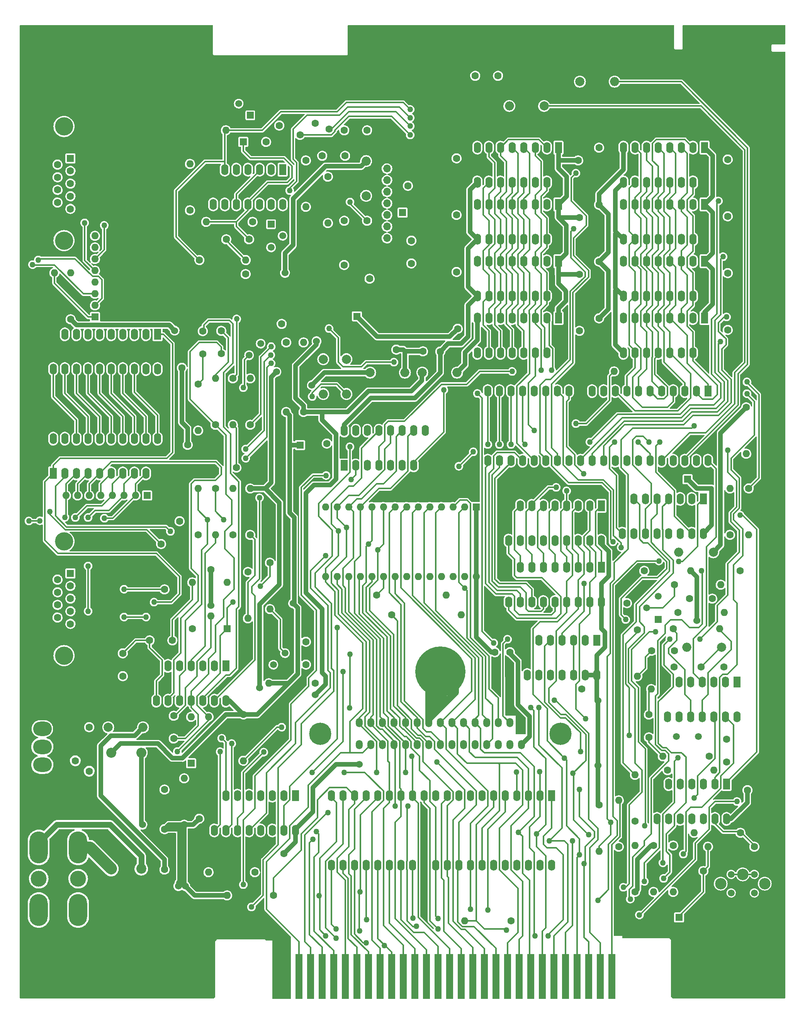
<source format=gbr>
%TF.GenerationSoftware,KiCad,Pcbnew,6.0.11-2627ca5db0~126~ubuntu22.04.1*%
%TF.CreationDate,2023-05-01T09:37:44-04:00*%
%TF.ProjectId,coleco_original_main_only,636f6c65-636f-45f6-9f72-6967696e616c,DEV*%
%TF.SameCoordinates,Original*%
%TF.FileFunction,Copper,L1,Top*%
%TF.FilePolarity,Positive*%
%FSLAX46Y46*%
G04 Gerber Fmt 4.6, Leading zero omitted, Abs format (unit mm)*
G04 Created by KiCad (PCBNEW 6.0.11-2627ca5db0~126~ubuntu22.04.1) date 2023-05-01 09:37:44*
%MOMM*%
%LPD*%
G01*
G04 APERTURE LIST*
G04 Aperture macros list*
%AMRoundRect*
0 Rectangle with rounded corners*
0 $1 Rounding radius*
0 $2 $3 $4 $5 $6 $7 $8 $9 X,Y pos of 4 corners*
0 Add a 4 corners polygon primitive as box body*
4,1,4,$2,$3,$4,$5,$6,$7,$8,$9,$2,$3,0*
0 Add four circle primitives for the rounded corners*
1,1,$1+$1,$2,$3*
1,1,$1+$1,$4,$5*
1,1,$1+$1,$6,$7*
1,1,$1+$1,$8,$9*
0 Add four rect primitives between the rounded corners*
20,1,$1+$1,$2,$3,$4,$5,0*
20,1,$1+$1,$4,$5,$6,$7,0*
20,1,$1+$1,$6,$7,$8,$9,0*
20,1,$1+$1,$8,$9,$2,$3,0*%
G04 Aperture macros list end*
%TA.AperFunction,ComponentPad*%
%ADD10C,1.600000*%
%TD*%
%TA.AperFunction,ComponentPad*%
%ADD11O,1.600000X1.600000*%
%TD*%
%TA.AperFunction,ComponentPad*%
%ADD12O,9.000000X5.000000*%
%TD*%
%TA.AperFunction,ComponentPad*%
%ADD13R,1.600000X2.400000*%
%TD*%
%TA.AperFunction,ComponentPad*%
%ADD14O,1.600000X2.400000*%
%TD*%
%TA.AperFunction,ComponentPad*%
%ADD15R,1.600000X1.600000*%
%TD*%
%TA.AperFunction,ComponentPad*%
%ADD16C,2.000000*%
%TD*%
%TA.AperFunction,ComponentPad*%
%ADD17O,2.000000X2.000000*%
%TD*%
%TA.AperFunction,ComponentPad*%
%ADD18R,1.500000X1.500000*%
%TD*%
%TA.AperFunction,ComponentPad*%
%ADD19C,1.500000*%
%TD*%
%TA.AperFunction,ComponentPad*%
%ADD20O,5.000000X9.000000*%
%TD*%
%TA.AperFunction,ComponentPad*%
%ADD21C,11.000000*%
%TD*%
%TA.AperFunction,ComponentPad*%
%ADD22C,2.200000*%
%TD*%
%TA.AperFunction,ComponentPad*%
%ADD23O,2.200000X2.200000*%
%TD*%
%TA.AperFunction,ComponentPad*%
%ADD24C,4.000000*%
%TD*%
%TA.AperFunction,ComponentPad*%
%ADD25C,3.800000*%
%TD*%
%TA.AperFunction,ComponentPad*%
%ADD26R,1.700000X1.700000*%
%TD*%
%TA.AperFunction,ComponentPad*%
%ADD27O,1.700000X1.700000*%
%TD*%
%TA.AperFunction,ComponentPad*%
%ADD28C,2.500000*%
%TD*%
%TA.AperFunction,ComponentPad*%
%ADD29O,4.000000X7.000000*%
%TD*%
%TA.AperFunction,ComponentPad*%
%ADD30C,3.500000*%
%TD*%
%TA.AperFunction,ComponentPad*%
%ADD31C,7.000000*%
%TD*%
%TA.AperFunction,ConnectorPad*%
%ADD32R,2.032000X9.906000*%
%TD*%
%TA.AperFunction,ConnectorPad*%
%ADD33R,1.524000X9.906000*%
%TD*%
%TA.AperFunction,ComponentPad*%
%ADD34O,1.500000X2.000000*%
%TD*%
%TA.AperFunction,ComponentPad*%
%ADD35C,4.875000*%
%TD*%
%TA.AperFunction,ComponentPad*%
%ADD36RoundRect,0.250000X-1.800000X1.330000X-1.800000X-1.330000X1.800000X-1.330000X1.800000X1.330000X0*%
%TD*%
%TA.AperFunction,ComponentPad*%
%ADD37O,4.100000X3.160000*%
%TD*%
%TA.AperFunction,ViaPad*%
%ADD38C,1.270000*%
%TD*%
%TA.AperFunction,ViaPad*%
%ADD39C,1.524000*%
%TD*%
%TA.AperFunction,Conductor*%
%ADD40C,0.304800*%
%TD*%
%TA.AperFunction,Conductor*%
%ADD41C,1.016000*%
%TD*%
%TA.AperFunction,Conductor*%
%ADD42C,2.540000*%
%TD*%
%TA.AperFunction,Conductor*%
%ADD43C,1.270000*%
%TD*%
%TA.AperFunction,Conductor*%
%ADD44C,1.524000*%
%TD*%
G04 APERTURE END LIST*
D10*
%TO.P,C21,1*%
%TO.N,-5V*%
X146050000Y-46909000D03*
%TO.P,C21,2*%
%TO.N,GNDD*%
X146050000Y-51909000D03*
%TD*%
%TO.P,R5,1*%
%TO.N,Net-(C70-Pad1)*%
X165642000Y-180513000D03*
D11*
%TO.P,R5,2*%
%TO.N,Net-(C1-Pad2)*%
X175802000Y-180513000D03*
%TD*%
D12*
%TO.P,H6,1,1*%
%TO.N,GNDD*%
X32258000Y-188387000D03*
%TD*%
D13*
%TO.P,U11,1,VBB*%
%TO.N,-5V*%
X141717000Y-69002000D03*
D14*
%TO.P,U11,2,Din*%
%TO.N,/video/AD7*%
X139177000Y-69002000D03*
%TO.P,U11,3,~{WRITE}*%
%TO.N,Net-(U10-Pad3)*%
X136637000Y-69002000D03*
%TO.P,U11,4,~{RAS}*%
%TO.N,Net-(U10-Pad4)*%
X134097000Y-69002000D03*
%TO.P,U11,5,A0*%
%TO.N,/video/AD7*%
X131557000Y-69002000D03*
%TO.P,U11,6,A2*%
%TO.N,/video/AD5*%
X129017000Y-69002000D03*
%TO.P,U11,7,A1*%
%TO.N,/video/AD6*%
X126477000Y-69002000D03*
%TO.P,U11,8,VDD*%
%TO.N,+12V*%
X123937000Y-69002000D03*
%TO.P,U11,9,VCC*%
%TO.N,+5V*%
X123937000Y-76622000D03*
%TO.P,U11,10,A5*%
%TO.N,/video/AD2*%
X126477000Y-76622000D03*
%TO.P,U11,11,A4*%
%TO.N,/video/AD3*%
X129017000Y-76622000D03*
%TO.P,U11,12,A3*%
%TO.N,/video/AD4*%
X131557000Y-76622000D03*
%TO.P,U11,13,A6*%
%TO.N,/video/AD1*%
X134097000Y-76622000D03*
%TO.P,U11,14,Dout*%
%TO.N,Net-(U11-Pad14)*%
X136637000Y-76622000D03*
%TO.P,U11,15,~{CAS}*%
%TO.N,Net-(U10-Pad15)*%
X139177000Y-76622000D03*
%TO.P,U11,16,VSS*%
%TO.N,GNDD*%
X141717000Y-76622000D03*
%TD*%
D13*
%TO.P,U18,1,G1*%
%TO.N,/controller/~{CTRL_READ}*%
X30988000Y-115489000D03*
D14*
%TO.P,U18,2,A0*%
%TO.N,Net-(C104-Pad2)*%
X33528000Y-115489000D03*
%TO.P,U18,3,A1*%
%TO.N,Net-(J6-Pad6)*%
X36068000Y-115489000D03*
%TO.P,U18,4,A2*%
%TO.N,Net-(J6-Pad7)*%
X38608000Y-115489000D03*
%TO.P,U18,5,A3*%
%TO.N,Net-(C103-Pad2)*%
X41148000Y-115489000D03*
%TO.P,U18,6,A4*%
%TO.N,Net-(J6-Pad3)*%
X43688000Y-115489000D03*
%TO.P,U18,7,A5*%
%TO.N,Net-(J6-Pad2)*%
X46228000Y-115489000D03*
%TO.P,U18,8,A6*%
%TO.N,Net-(J6-Pad4)*%
X48768000Y-115489000D03*
%TO.P,U18,9,A7*%
%TO.N,Net-(J6-Pad1)*%
X51308000Y-115489000D03*
%TO.P,U18,10,GND*%
%TO.N,GNDD*%
X53848000Y-115489000D03*
%TO.P,U18,11,Y7*%
%TO.N,/cpu/D0*%
X53848000Y-107869000D03*
%TO.P,U18,12,Y6*%
%TO.N,/cpu/D1*%
X51308000Y-107869000D03*
%TO.P,U18,13,Y5*%
%TO.N,/cpu/D2*%
X48768000Y-107869000D03*
%TO.P,U18,14,Y4*%
%TO.N,/cpu/D3*%
X46228000Y-107869000D03*
%TO.P,U18,15,Y3*%
%TO.N,/cpu/D4*%
X43688000Y-107869000D03*
%TO.P,U18,16,Y2*%
%TO.N,/cpu/D5*%
X41148000Y-107869000D03*
%TO.P,U18,17,Y1*%
%TO.N,/cpu/D6*%
X38608000Y-107869000D03*
%TO.P,U18,18,Y0*%
%TO.N,/cpu/D7*%
X36068000Y-107869000D03*
%TO.P,U18,19,G2*%
%TO.N,/clock_reset_misc_logic/~{CTRL_READ_2}*%
X33528000Y-107869000D03*
%TO.P,U18,20,VCC*%
%TO.N,+5V*%
X30988000Y-107869000D03*
%TD*%
D15*
%TO.P,U2,1,VPP*%
%TO.N,+5V*%
X123688000Y-122850000D03*
D11*
%TO.P,U2,2,A12*%
%TO.N,/cpu/A12*%
X121148000Y-122850000D03*
%TO.P,U2,3,A7*%
%TO.N,/cpu/A7*%
X118608000Y-122850000D03*
%TO.P,U2,4,A6*%
%TO.N,/cpu/A6*%
X116068000Y-122850000D03*
%TO.P,U2,5,A5*%
%TO.N,/cpu/A5*%
X113528000Y-122850000D03*
%TO.P,U2,6,A4*%
%TO.N,/cpu/A4*%
X110988000Y-122850000D03*
%TO.P,U2,7,A3*%
%TO.N,/cpu/A3*%
X108448000Y-122850000D03*
%TO.P,U2,8,A2*%
%TO.N,/cpu/A2*%
X105908000Y-122850000D03*
%TO.P,U2,9,A1*%
%TO.N,/cpu/A1*%
X103368000Y-122850000D03*
%TO.P,U2,10,A0*%
%TO.N,/cpu/A0*%
X100828000Y-122850000D03*
%TO.P,U2,11,D0*%
%TO.N,/cpu/D0*%
X98288000Y-122850000D03*
%TO.P,U2,12,D1*%
%TO.N,/cpu/D1*%
X95748000Y-122850000D03*
%TO.P,U2,13,D2*%
%TO.N,/cpu/D2*%
X93208000Y-122850000D03*
%TO.P,U2,14,GND*%
%TO.N,GNDD*%
X90668000Y-122850000D03*
%TO.P,U2,15,D3*%
%TO.N,/cpu/D3*%
X90668000Y-138090000D03*
%TO.P,U2,16,D4*%
%TO.N,/cpu/D4*%
X93208000Y-138090000D03*
%TO.P,U2,17,D5*%
%TO.N,/cpu/D5*%
X95748000Y-138090000D03*
%TO.P,U2,18,D6*%
%TO.N,/cpu/D6*%
X98288000Y-138090000D03*
%TO.P,U2,19,D7*%
%TO.N,/cpu/D7*%
X100828000Y-138090000D03*
%TO.P,U2,20,~{CE}*%
%TO.N,Net-(JP1-Pad1)*%
X103368000Y-138090000D03*
%TO.P,U2,21,A10*%
%TO.N,/cpu/A10*%
X105908000Y-138090000D03*
%TO.P,U2,22,~{OE}*%
%TO.N,/decoder_logic/~{ROM_ENABLE}*%
X108448000Y-138090000D03*
%TO.P,U2,23,A11*%
%TO.N,Net-(JP2-Pad2)*%
X110988000Y-138090000D03*
%TO.P,U2,24,A9*%
%TO.N,/cpu/A9*%
X113528000Y-138090000D03*
%TO.P,U2,25,A8*%
%TO.N,/cpu/A8*%
X116068000Y-138090000D03*
%TO.P,U2,26,A13*%
%TO.N,+5V*%
X118608000Y-138090000D03*
%TO.P,U2,27,A14*%
X121148000Y-138090000D03*
%TO.P,U2,28,VCC*%
X123688000Y-138090000D03*
%TD*%
D10*
%TO.P,R73,1*%
%TO.N,+5V*%
X182880000Y-101011000D03*
D11*
%TO.P,R73,2*%
%TO.N,/io_ports/~{VDP_RESET}*%
X182880000Y-111171000D03*
%TD*%
D10*
%TO.P,C24,1*%
%TO.N,-5V*%
X146304000Y-59395000D03*
%TO.P,C24,2*%
%TO.N,GNDD*%
X146304000Y-64395000D03*
%TD*%
%TO.P,R22,1*%
%TO.N,Net-(C98-Pad2)*%
X66548000Y-118791000D03*
D11*
%TO.P,R22,2*%
%TO.N,Net-(R22-Pad2)*%
X66548000Y-128951000D03*
%TD*%
D15*
%TO.P,C3,1*%
%TO.N,/clock_reset_misc_logic/EXP_RESET*%
X168129255Y-212771000D03*
D10*
%TO.P,C3,2*%
%TO.N,GNDD*%
X163129255Y-212771000D03*
%TD*%
D16*
%TO.P,L15,1,1*%
%TO.N,Net-(C78-Pad2)*%
X95250000Y-90455000D03*
D17*
%TO.P,L15,2,2*%
%TO.N,/clock_reset_misc_logic/SND_CLK*%
X95250000Y-98075000D03*
%TD*%
D10*
%TO.P,C13,1*%
%TO.N,GNDD*%
X156718000Y-138897000D03*
%TO.P,C13,2*%
%TO.N,+5V*%
X156718000Y-143897000D03*
%TD*%
D18*
%TO.P,Q6,1,E*%
%TO.N,Net-(C68-Pad2)*%
X74176000Y-37003000D03*
D19*
%TO.P,Q6,2,B*%
%TO.N,Net-(C64-Pad1)*%
X71636000Y-34463000D03*
%TO.P,Q6,3,C*%
%TO.N,GNDD*%
X74176000Y-31923000D03*
%TD*%
D13*
%TO.P,U20,1,D2*%
%TO.N,/cpu/D5*%
X94757000Y-113726000D03*
D14*
%TO.P,U20,2,D1*%
%TO.N,/cpu/D6*%
X97297000Y-113726000D03*
%TO.P,U20,3,D0*%
%TO.N,/cpu/D7*%
X99837000Y-113726000D03*
%TO.P,U20,4,RDY*%
%TO.N,/clock_reset_misc_logic/~{WAIT}*%
X102377000Y-113726000D03*
%TO.P,U20,5,~{WE}*%
%TO.N,/decoder_logic/~{SND_ENABLE}*%
X104917000Y-113726000D03*
%TO.P,U20,6,~{CE}*%
X107457000Y-113726000D03*
%TO.P,U20,7,OUT*%
%TO.N,/io_ports/SND_OUT*%
X109997000Y-113726000D03*
%TO.P,U20,8,GND*%
%TO.N,GNDD*%
X112537000Y-113726000D03*
%TO.P,U20,9,N.C.*%
%TO.N,unconnected-(U20-Pad9)*%
X112537000Y-106106000D03*
%TO.P,U20,10,D7*%
%TO.N,/cpu/D0*%
X109997000Y-106106000D03*
%TO.P,U20,11,D6*%
%TO.N,/cpu/D1*%
X107457000Y-106106000D03*
%TO.P,U20,12,D5*%
%TO.N,/cpu/D2*%
X104917000Y-106106000D03*
%TO.P,U20,13,D4*%
%TO.N,/cpu/D3*%
X102377000Y-106106000D03*
%TO.P,U20,14,CLK*%
%TO.N,/clock_reset_misc_logic/SND_CLK*%
X99837000Y-106106000D03*
%TO.P,U20,15,D3*%
%TO.N,/cpu/D4*%
X97297000Y-106106000D03*
%TO.P,U20,16,VCC*%
%TO.N,+5V*%
X94757000Y-106106000D03*
%TD*%
D10*
%TO.P,R67,1*%
%TO.N,GNDD*%
X31242000Y-81707000D03*
D11*
%TO.P,R67,2*%
%TO.N,Net-(R65-Pad2)*%
X31242000Y-71547000D03*
%TD*%
D19*
%TO.P,Y1,1,1*%
%TO.N,Net-(R6-Pad2)*%
X172410000Y-173147000D03*
%TO.P,Y1,2,2*%
%TO.N,Net-(C70-Pad2)*%
X167530000Y-173147000D03*
%TD*%
D15*
%TO.P,C68,1*%
%TO.N,N/C*%
X72624698Y-42845000D03*
D10*
%TO.P,C68,2*%
%TO.N,Net-(C68-Pad2)*%
X77624698Y-42845000D03*
%TD*%
%TO.P,C42,1*%
%TO.N,+5V*%
X115824000Y-88779000D03*
%TO.P,C42,2*%
%TO.N,GNDD*%
X115824000Y-83779000D03*
%TD*%
D13*
%TO.P,U3,1,A6*%
%TO.N,/cpu/A6*%
X151120000Y-122586000D03*
D14*
%TO.P,U3,2,A5*%
%TO.N,/cpu/A5*%
X148580000Y-122586000D03*
%TO.P,U3,3,A4*%
%TO.N,/cpu/A4*%
X146040000Y-122586000D03*
%TO.P,U3,4,A3*%
%TO.N,/cpu/A3*%
X143500000Y-122586000D03*
%TO.P,U3,5,A0*%
%TO.N,/cpu/A0*%
X140960000Y-122586000D03*
%TO.P,U3,6,A1*%
%TO.N,/cpu/A1*%
X138420000Y-122586000D03*
%TO.P,U3,7,A2*%
%TO.N,/cpu/A2*%
X135880000Y-122586000D03*
%TO.P,U3,8,~{CS}*%
%TO.N,/decoder_logic/~{RAM_CS}*%
X133340000Y-122586000D03*
%TO.P,U3,9,GND*%
%TO.N,GNDD*%
X130800000Y-122586000D03*
%TO.P,U3,10,~{WE}*%
%TO.N,/cpu/~{WR}*%
X130800000Y-130206000D03*
%TO.P,U3,11,D3*%
%TO.N,/cpu/D3*%
X133340000Y-130206000D03*
%TO.P,U3,12,D2*%
%TO.N,/cpu/D2*%
X135880000Y-130206000D03*
%TO.P,U3,13,D1*%
%TO.N,/cpu/D1*%
X138420000Y-130206000D03*
%TO.P,U3,14,D0*%
%TO.N,/cpu/D0*%
X140960000Y-130206000D03*
%TO.P,U3,15,A9*%
%TO.N,/cpu/A9*%
X143500000Y-130206000D03*
%TO.P,U3,16,A8*%
%TO.N,/cpu/A8*%
X146040000Y-130206000D03*
%TO.P,U3,17,A7*%
%TO.N,/cpu/A7*%
X148580000Y-130206000D03*
%TO.P,U3,18,VCC*%
%TO.N,+5V*%
X151120000Y-130206000D03*
%TD*%
D20*
%TO.P,H8,1,1*%
%TO.N,GNDD*%
X115062000Y-63165000D03*
%TD*%
D10*
%TO.P,C91,1*%
%TO.N,GNDD*%
X162092000Y-157907000D03*
%TO.P,C91,2*%
%TO.N,Net-(C91-Pad2)*%
X167092000Y-157907000D03*
%TD*%
%TO.P,C46,1*%
%TO.N,GNDD*%
X38862000Y-166075000D03*
%TO.P,C46,2*%
%TO.N,-5C*%
X38862000Y-171075000D03*
%TD*%
D21*
%TO.P,H4,1,1*%
%TO.N,GNDD*%
X183168000Y-33413000D03*
%TD*%
D10*
%TO.P,C45,1*%
%TO.N,+12V*%
X150622000Y-81493000D03*
%TO.P,C45,2*%
%TO.N,GNDD*%
X150622000Y-86493000D03*
%TD*%
D15*
%TO.P,CR1,1,K*%
%TO.N,/clock_reset_misc_logic/INT*%
X61214000Y-178989000D03*
D11*
%TO.P,CR1,2,A*%
%TO.N,Net-(C61-Pad1)*%
X61214000Y-168829000D03*
%TD*%
D10*
%TO.P,C57,1*%
%TO.N,VDDF*%
X108712000Y-52457000D03*
%TO.P,C57,2*%
%TO.N,GNDD*%
X108712000Y-47457000D03*
%TD*%
%TO.P,R48,1*%
%TO.N,/io_ports/EXT_VIDEO_SEL*%
X63026000Y-68719000D03*
D11*
%TO.P,R48,2*%
%TO.N,Net-(C69-Pad1)*%
X73186000Y-68719000D03*
%TD*%
D10*
%TO.P,R16,1*%
%TO.N,+5V*%
X72644000Y-168287000D03*
D11*
%TO.P,R16,2*%
%TO.N,/decoder_logic/AUX_DECODE_1*%
X72644000Y-178447000D03*
%TD*%
D10*
%TO.P,WJ2,1,A*%
%TO.N,+12VL*%
X85852000Y-102027000D03*
D11*
%TO.P,WJ2,2,B*%
%TO.N,VDDA*%
X85852000Y-86787000D03*
%TD*%
D10*
%TO.P,R18,1*%
%TO.N,Net-(C100-Pad1)*%
X91186000Y-50465000D03*
D11*
%TO.P,R18,2*%
%TO.N,/io_ports/SND_OUT*%
X91186000Y-60625000D03*
%TD*%
D10*
%TO.P,C102,1*%
%TO.N,Net-(C102-Pad1)*%
X67818000Y-84247000D03*
%TO.P,C102,2*%
%TO.N,Net-(C102-Pad2)*%
X67818000Y-89247000D03*
%TD*%
%TO.P,R23,1*%
%TO.N,Net-(C99-Pad1)*%
X73660000Y-137079000D03*
D11*
%TO.P,R23,2*%
%TO.N,Net-(R23-Pad2)*%
X73660000Y-147239000D03*
%TD*%
D15*
%TO.P,C106,1*%
%TO.N,+5VD*%
X170034584Y-116759000D03*
D10*
%TO.P,C106,2*%
%TO.N,GNDD*%
X172534584Y-116759000D03*
%TD*%
%TO.P,R79,1*%
%TO.N,+12VL*%
X74676000Y-60371000D03*
D11*
%TO.P,R79,2*%
%TO.N,N/C*%
X64516000Y-60371000D03*
%TD*%
D21*
%TO.P,H5,1,1*%
%TO.N,GND*%
X115858000Y-158889000D03*
%TD*%
D13*
%TO.P,U17,1,VBB*%
%TO.N,-5V*%
X173751000Y-44100000D03*
D14*
%TO.P,U17,2,Din*%
%TO.N,/video/AD4*%
X171211000Y-44100000D03*
%TO.P,U17,3,~{WRITE}*%
%TO.N,Net-(U10-Pad3)*%
X168671000Y-44100000D03*
%TO.P,U17,4,~{RAS}*%
%TO.N,Net-(U10-Pad4)*%
X166131000Y-44100000D03*
%TO.P,U17,5,A0*%
%TO.N,/video/AD7*%
X163591000Y-44100000D03*
%TO.P,U17,6,A2*%
%TO.N,/video/AD5*%
X161051000Y-44100000D03*
%TO.P,U17,7,A1*%
%TO.N,/video/AD6*%
X158511000Y-44100000D03*
%TO.P,U17,8,VDD*%
%TO.N,+12V*%
X155971000Y-44100000D03*
%TO.P,U17,9,VCC*%
%TO.N,+5V*%
X155971000Y-51720000D03*
%TO.P,U17,10,A5*%
%TO.N,/video/AD2*%
X158511000Y-51720000D03*
%TO.P,U17,11,A4*%
%TO.N,/video/AD3*%
X161051000Y-51720000D03*
%TO.P,U17,12,A3*%
%TO.N,/video/AD4*%
X163591000Y-51720000D03*
%TO.P,U17,13,A6*%
%TO.N,/video/AD1*%
X166131000Y-51720000D03*
%TO.P,U17,14,Dout*%
%TO.N,Net-(U17-Pad14)*%
X168671000Y-51720000D03*
%TO.P,U17,15,~{CAS}*%
%TO.N,Net-(U10-Pad15)*%
X171211000Y-51720000D03*
%TO.P,U17,16,VSS*%
%TO.N,GNDD*%
X173751000Y-51720000D03*
%TD*%
D13*
%TO.P,U22,1*%
%TO.N,Net-(C90-Pad2)*%
X180853000Y-161194000D03*
D14*
%TO.P,U22,2*%
%TO.N,Net-(C91-Pad2)*%
X178313000Y-161194000D03*
%TO.P,U22,3*%
X175773000Y-161194000D03*
%TO.P,U22,4*%
%TO.N,/clock_reset_misc_logic/VDP_CLK*%
X173233000Y-161194000D03*
%TO.P,U22,5*%
%TO.N,/clock_reset_misc_logic/~{M1}*%
X170693000Y-161194000D03*
%TO.P,U22,6*%
%TO.N,Net-(U22-Pad6)*%
X168153000Y-161194000D03*
%TO.P,U22,7,GND*%
%TO.N,GNDD*%
X165613000Y-161194000D03*
%TO.P,U22,8*%
%TO.N,Net-(C70-Pad1)*%
X165613000Y-168814000D03*
%TO.P,U22,9*%
%TO.N,Net-(C1-Pad2)*%
X168153000Y-168814000D03*
%TO.P,U22,10*%
%TO.N,Net-(C1-Pad1)*%
X170693000Y-168814000D03*
%TO.P,U22,11*%
%TO.N,Net-(R6-Pad2)*%
X173233000Y-168814000D03*
%TO.P,U22,12*%
%TO.N,/clock_reset_misc_logic/RFSH*%
X175773000Y-168814000D03*
%TO.P,U22,13*%
%TO.N,/clock_reset_misc_logic/~{RFSH}*%
X178313000Y-168814000D03*
%TO.P,U22,14,VCC*%
%TO.N,+5V*%
X180853000Y-168814000D03*
%TD*%
D10*
%TO.P,R7,1*%
%TO.N,+5V*%
X166878000Y-197023000D03*
D11*
%TO.P,R7,2*%
%TO.N,/clock_reset_misc_logic/EXP_RESET*%
X166878000Y-207183000D03*
%TD*%
D10*
%TO.P,R77,1*%
%TO.N,Net-(R77-Pad1)*%
X181610000Y-194229000D03*
D11*
%TO.P,R77,2*%
%TO.N,/clock_reset_misc_logic/~{RESET}*%
X171450000Y-194229000D03*
%TD*%
D10*
%TO.P,C26,1*%
%TO.N,-5V*%
X178816000Y-59141000D03*
%TO.P,C26,2*%
%TO.N,GNDD*%
X178816000Y-64141000D03*
%TD*%
%TO.P,R40,1*%
%TO.N,Net-(C62-Pad1)*%
X91440000Y-40051000D03*
D11*
%TO.P,R40,2*%
%TO.N,GNDD*%
X91440000Y-29891000D03*
%TD*%
D10*
%TO.P,R20,1*%
%TO.N,Net-(J6-Pad9)*%
X62738000Y-128951000D03*
D11*
%TO.P,R20,2*%
%TO.N,Net-(C19-Pad2)*%
X62738000Y-118791000D03*
%TD*%
D22*
%TO.P,L6,1,1*%
%TO.N,/psu/+5NF*%
X43688000Y-202103000D03*
D23*
%TO.P,L6,2,2*%
%TO.N,+5V*%
X43688000Y-176703000D03*
%TD*%
D10*
%TO.P,C100,1*%
%TO.N,Net-(C100-Pad1)*%
X94782000Y-40305000D03*
%TO.P,C100,2*%
%TO.N,/rf_mod/sub_rf_mod/2*%
X99782000Y-40305000D03*
%TD*%
%TO.P,R19,1*%
%TO.N,Net-(J5-Pad9)*%
X70358000Y-94661000D03*
D11*
%TO.P,R19,2*%
%TO.N,Net-(C17-Pad2)*%
X70358000Y-104821000D03*
%TD*%
D10*
%TO.P,R17,1*%
%TO.N,+5V*%
X154940000Y-197277000D03*
D11*
%TO.P,R17,2*%
%TO.N,/clock_reset_misc_logic/AUX_DECODE_2*%
X154940000Y-187117000D03*
%TD*%
D24*
%TO.P,J6,0*%
%TO.N,N/C*%
X33342331Y-130411000D03*
X33342331Y-155411000D03*
D15*
%TO.P,J6,1,1*%
%TO.N,Net-(J6-Pad1)*%
X34762331Y-137371000D03*
D10*
%TO.P,J6,2,2*%
%TO.N,Net-(J6-Pad2)*%
X34762331Y-140141000D03*
%TO.P,J6,3,3*%
%TO.N,Net-(J6-Pad3)*%
X34762331Y-142911000D03*
%TO.P,J6,4,4*%
%TO.N,Net-(J6-Pad4)*%
X34762331Y-145681000D03*
%TO.P,J6,5,5*%
%TO.N,Net-(C98-Pad2)*%
X34762331Y-148451000D03*
%TO.P,J6,6,6*%
%TO.N,Net-(J6-Pad6)*%
X31922331Y-138756000D03*
%TO.P,J6,7,7*%
%TO.N,Net-(J6-Pad7)*%
X31922331Y-141526000D03*
%TO.P,J6,8,8*%
%TO.N,Net-(C99-Pad1)*%
X31922331Y-144296000D03*
%TO.P,J6,9,9*%
%TO.N,Net-(J6-Pad9)*%
X31922331Y-147066000D03*
%TD*%
D25*
%TO.P,H14,1,1*%
%TO.N,GNDD*%
X104174000Y-67957000D03*
%TD*%
D10*
%TO.P,R72,1*%
%TO.N,Net-(C101-Pad1)*%
X62738000Y-95931000D03*
D11*
%TO.P,R72,2*%
%TO.N,+5V*%
X62738000Y-106091000D03*
%TD*%
D10*
%TO.P,C44,1*%
%TO.N,-5V*%
X178816000Y-84033000D03*
%TO.P,C44,2*%
%TO.N,GNDD*%
X178816000Y-89033000D03*
%TD*%
%TO.P,C32,1*%
%TO.N,+12V*%
X119380000Y-46441000D03*
%TO.P,C32,2*%
%TO.N,GNDD*%
X119380000Y-51441000D03*
%TD*%
%TO.P,C5,1*%
%TO.N,GNDD*%
X176530000Y-136825000D03*
%TO.P,C5,2*%
%TO.N,+5V*%
X181530000Y-136825000D03*
%TD*%
%TO.P,WJ5,1,A*%
%TO.N,/cpu/A11*%
X105156000Y-146477000D03*
D11*
%TO.P,WJ5,2,B*%
%TO.N,Net-(JP2-Pad2)*%
X120396000Y-146477000D03*
%TD*%
D10*
%TO.P,R76,1*%
%TO.N,Net-(C68-Pad2)*%
X86360000Y-46909000D03*
D11*
%TO.P,R76,2*%
%TO.N,+12VL*%
X86360000Y-57069000D03*
%TD*%
D24*
%TO.P,J5,0*%
%TO.N,N/C*%
X33342331Y-39479000D03*
X33342331Y-64479000D03*
D15*
%TO.P,J5,1,1*%
%TO.N,Net-(J5-Pad1)*%
X34762331Y-46439000D03*
D10*
%TO.P,J5,2,2*%
%TO.N,Net-(J5-Pad2)*%
X34762331Y-49209000D03*
%TO.P,J5,3,3*%
%TO.N,Net-(J5-Pad3)*%
X34762331Y-51979000D03*
%TO.P,J5,4,4*%
%TO.N,Net-(J5-Pad4)*%
X34762331Y-54749000D03*
%TO.P,J5,5,5*%
%TO.N,Net-(C98-Pad2)*%
X34762331Y-57519000D03*
%TO.P,J5,6,6*%
%TO.N,Net-(J5-Pad6)*%
X31922331Y-47824000D03*
%TO.P,J5,7,7*%
%TO.N,Net-(J5-Pad7)*%
X31922331Y-50594000D03*
%TO.P,J5,8,8*%
%TO.N,Net-(C99-Pad1)*%
X31922331Y-53364000D03*
%TO.P,J5,9,9*%
%TO.N,Net-(J5-Pad9)*%
X31922331Y-56134000D03*
%TD*%
%TO.P,C9,1*%
%TO.N,+5V*%
X131098000Y-154645000D03*
%TO.P,C9,2*%
%TO.N,GNDD*%
X131098000Y-159645000D03*
%TD*%
%TO.P,C48,1*%
%TO.N,GNDD*%
X38862000Y-175727000D03*
%TO.P,C48,2*%
%TO.N,+5C*%
X38862000Y-180727000D03*
%TD*%
%TO.P,C12,1*%
%TO.N,+5V*%
X60452000Y-109219000D03*
%TO.P,C12,2*%
%TO.N,GNDD*%
X60452000Y-114219000D03*
%TD*%
%TO.P,R62,1*%
%TO.N,Net-(Q2-Pad3)*%
X159004000Y-149779000D03*
D11*
%TO.P,R62,2*%
%TO.N,Net-(C90-Pad1)*%
X159004000Y-159939000D03*
%TD*%
D13*
%TO.P,U8,1,~{R}*%
%TO.N,Net-(U22-Pad6)*%
X150119000Y-152050000D03*
D14*
%TO.P,U8,2,D*%
%TO.N,Net-(U8-Pad2)*%
X147579000Y-152050000D03*
%TO.P,U8,3,C*%
%TO.N,N/C*%
X145039000Y-152050000D03*
%TO.P,U8,4,~{S}*%
%TO.N,Net-(R39-Pad1)*%
X142499000Y-152050000D03*
%TO.P,U8,5,Q*%
%TO.N,Net-(U7-Pad3)*%
X139959000Y-152050000D03*
%TO.P,U8,6,~{Q}*%
%TO.N,Net-(U8-Pad2)*%
X137419000Y-152050000D03*
%TO.P,U8,7,GND*%
%TO.N,GNDD*%
X134879000Y-152050000D03*
%TO.P,U8,8,~{Q}*%
%TO.N,N/C*%
X134879000Y-159670000D03*
%TO.P,U8,9,Q*%
%TO.N,Net-(Q2-Pad3)*%
X137419000Y-159670000D03*
%TO.P,U8,10,~{S}*%
%TO.N,+5V*%
X139959000Y-159670000D03*
%TO.P,U8,11,C*%
%TO.N,Net-(C70-Pad1)*%
X142499000Y-159670000D03*
%TO.P,U8,12,D*%
%TO.N,N/C*%
X145039000Y-159670000D03*
%TO.P,U8,13,~{R}*%
%TO.N,+5V*%
X147579000Y-159670000D03*
%TO.P,U8,14,VCC*%
X150119000Y-159670000D03*
%TD*%
D10*
%TO.P,C92,1*%
%TO.N,Net-(C91-Pad2)*%
X173014000Y-157907000D03*
%TO.P,C92,2*%
%TO.N,Net-(C90-Pad2)*%
X178014000Y-157907000D03*
%TD*%
%TO.P,R60,1*%
%TO.N,/clock_reset_misc_logic/~{CLK}*%
X179324000Y-128951000D03*
D11*
%TO.P,R60,2*%
%TO.N,Net-(Q2-Pad3)*%
X179324000Y-118791000D03*
%TD*%
D13*
%TO.P,U14,1,VBB*%
%TO.N,-5V*%
X173751000Y-69002000D03*
D14*
%TO.P,U14,2,Din*%
%TO.N,/video/AD1*%
X171211000Y-69002000D03*
%TO.P,U14,3,~{WRITE}*%
%TO.N,Net-(U10-Pad3)*%
X168671000Y-69002000D03*
%TO.P,U14,4,~{RAS}*%
%TO.N,Net-(U10-Pad4)*%
X166131000Y-69002000D03*
%TO.P,U14,5,A0*%
%TO.N,/video/AD7*%
X163591000Y-69002000D03*
%TO.P,U14,6,A2*%
%TO.N,/video/AD5*%
X161051000Y-69002000D03*
%TO.P,U14,7,A1*%
%TO.N,/video/AD6*%
X158511000Y-69002000D03*
%TO.P,U14,8,VDD*%
%TO.N,+12V*%
X155971000Y-69002000D03*
%TO.P,U14,9,VCC*%
%TO.N,+5V*%
X155971000Y-76622000D03*
%TO.P,U14,10,A5*%
%TO.N,/video/AD2*%
X158511000Y-76622000D03*
%TO.P,U14,11,A4*%
%TO.N,/video/AD3*%
X161051000Y-76622000D03*
%TO.P,U14,12,A3*%
%TO.N,/video/AD4*%
X163591000Y-76622000D03*
%TO.P,U14,13,A6*%
%TO.N,/video/AD1*%
X166131000Y-76622000D03*
%TO.P,U14,14,Dout*%
%TO.N,Net-(U14-Pad14)*%
X168671000Y-76622000D03*
%TO.P,U14,15,~{CAS}*%
%TO.N,Net-(U10-Pad15)*%
X171211000Y-76622000D03*
%TO.P,U14,16,VSS*%
%TO.N,GNDD*%
X173751000Y-76622000D03*
%TD*%
D10*
%TO.P,R43,1*%
%TO.N,GNDD*%
X68834000Y-30145000D03*
D11*
%TO.P,R43,2*%
%TO.N,/io_ports/EXT_VIDEO_SEL*%
X68834000Y-40305000D03*
%TD*%
D13*
%TO.P,U16,1,VBB*%
%TO.N,-5V*%
X141717000Y-81453000D03*
D14*
%TO.P,U16,2,Din*%
%TO.N,/video/AD0*%
X139177000Y-81453000D03*
%TO.P,U16,3,~{WRITE}*%
%TO.N,Net-(U10-Pad3)*%
X136637000Y-81453000D03*
%TO.P,U16,4,~{RAS}*%
%TO.N,Net-(U10-Pad4)*%
X134097000Y-81453000D03*
%TO.P,U16,5,A0*%
%TO.N,/video/AD7*%
X131557000Y-81453000D03*
%TO.P,U16,6,A2*%
%TO.N,/video/AD5*%
X129017000Y-81453000D03*
%TO.P,U16,7,A1*%
%TO.N,/video/AD6*%
X126477000Y-81453000D03*
%TO.P,U16,8,VDD*%
%TO.N,+12V*%
X123937000Y-81453000D03*
%TO.P,U16,9,VCC*%
%TO.N,+5V*%
X123937000Y-89073000D03*
%TO.P,U16,10,A5*%
%TO.N,/video/AD2*%
X126477000Y-89073000D03*
%TO.P,U16,11,A4*%
%TO.N,/video/AD3*%
X129017000Y-89073000D03*
%TO.P,U16,12,A3*%
%TO.N,/video/AD4*%
X131557000Y-89073000D03*
%TO.P,U16,13,A6*%
%TO.N,/video/AD1*%
X134097000Y-89073000D03*
%TO.P,U16,14,Dout*%
%TO.N,Net-(U16-Pad14)*%
X136637000Y-89073000D03*
%TO.P,U16,15,~{CAS}*%
%TO.N,Net-(U10-Pad15)*%
X139177000Y-89073000D03*
%TO.P,U16,16,VSS*%
%TO.N,GNDD*%
X141717000Y-89073000D03*
%TD*%
D10*
%TO.P,R64,1*%
%TO.N,GNDD*%
X164084000Y-93137000D03*
D11*
%TO.P,R64,2*%
%TO.N,/clock_reset_misc_logic/SND_CLK*%
X153924000Y-93137000D03*
%TD*%
D10*
%TO.P,C104,1*%
%TO.N,Net-(C104-Pad1)*%
X46228000Y-159899000D03*
%TO.P,C104,2*%
%TO.N,Net-(C104-Pad2)*%
X46228000Y-154899000D03*
%TD*%
%TO.P,C50,1*%
%TO.N,GNDD*%
X55372000Y-179751000D03*
%TO.P,C50,2*%
%TO.N,+12VL*%
X55372000Y-184751000D03*
%TD*%
%TO.P,C69,1*%
%TO.N,Net-(C69-Pad1)*%
X68909328Y-64181000D03*
%TO.P,C69,2*%
%TO.N,N/C*%
X73909328Y-64181000D03*
%TD*%
D13*
%TO.P,U12,1,VBB*%
%TO.N,-5V*%
X173736000Y-81453000D03*
D14*
%TO.P,U12,2,Din*%
%TO.N,/video/AD2*%
X171196000Y-81453000D03*
%TO.P,U12,3,~{WRITE}*%
%TO.N,Net-(U10-Pad3)*%
X168656000Y-81453000D03*
%TO.P,U12,4,~{RAS}*%
%TO.N,Net-(U10-Pad4)*%
X166116000Y-81453000D03*
%TO.P,U12,5,A0*%
%TO.N,/video/AD7*%
X163576000Y-81453000D03*
%TO.P,U12,6,A2*%
%TO.N,/video/AD5*%
X161036000Y-81453000D03*
%TO.P,U12,7,A1*%
%TO.N,/video/AD6*%
X158496000Y-81453000D03*
%TO.P,U12,8,VDD*%
%TO.N,+12V*%
X155956000Y-81453000D03*
%TO.P,U12,9,VCC*%
%TO.N,+5V*%
X155956000Y-89073000D03*
%TO.P,U12,10,A5*%
%TO.N,/video/AD2*%
X158496000Y-89073000D03*
%TO.P,U12,11,A4*%
%TO.N,/video/AD3*%
X161036000Y-89073000D03*
%TO.P,U12,12,A3*%
%TO.N,/video/AD4*%
X163576000Y-89073000D03*
%TO.P,U12,13,A6*%
%TO.N,/video/AD1*%
X166116000Y-89073000D03*
%TO.P,U12,14,Dout*%
%TO.N,Net-(U12-Pad14)*%
X168656000Y-89073000D03*
%TO.P,U12,15,~{CAS}*%
%TO.N,Net-(U10-Pad15)*%
X171196000Y-89073000D03*
%TO.P,U12,16,VSS*%
%TO.N,GNDD*%
X173736000Y-89073000D03*
%TD*%
D10*
%TO.P,C4,1*%
%TO.N,N/C*%
X170434000Y-142921000D03*
%TO.P,C4,2*%
X175434000Y-142921000D03*
%TD*%
D13*
%TO.P,U10,1,VBB*%
%TO.N,-5V*%
X173751000Y-56551000D03*
D14*
%TO.P,U10,2,Din*%
%TO.N,/video/AD3*%
X171211000Y-56551000D03*
%TO.P,U10,3,~{WRITE}*%
%TO.N,Net-(U10-Pad3)*%
X168671000Y-56551000D03*
%TO.P,U10,4,~{RAS}*%
%TO.N,Net-(U10-Pad4)*%
X166131000Y-56551000D03*
%TO.P,U10,5,A0*%
%TO.N,/video/AD7*%
X163591000Y-56551000D03*
%TO.P,U10,6,A2*%
%TO.N,/video/AD5*%
X161051000Y-56551000D03*
%TO.P,U10,7,A1*%
%TO.N,/video/AD6*%
X158511000Y-56551000D03*
%TO.P,U10,8,VDD*%
%TO.N,+12V*%
X155971000Y-56551000D03*
%TO.P,U10,9,VCC*%
%TO.N,+5V*%
X155971000Y-64171000D03*
%TO.P,U10,10,A5*%
%TO.N,/video/AD2*%
X158511000Y-64171000D03*
%TO.P,U10,11,A4*%
%TO.N,/video/AD3*%
X161051000Y-64171000D03*
%TO.P,U10,12,A3*%
%TO.N,/video/AD4*%
X163591000Y-64171000D03*
%TO.P,U10,13,A6*%
%TO.N,/video/AD1*%
X166131000Y-64171000D03*
%TO.P,U10,14,Dout*%
%TO.N,Net-(U10-Pad14)*%
X168671000Y-64171000D03*
%TO.P,U10,15,~{CAS}*%
%TO.N,Net-(U10-Pad15)*%
X171211000Y-64171000D03*
%TO.P,U10,16,VSS*%
%TO.N,GNDD*%
X173751000Y-64171000D03*
%TD*%
D10*
%TO.P,R65,1*%
%TO.N,+5V*%
X34798000Y-81707000D03*
D11*
%TO.P,R65,2*%
%TO.N,Net-(R65-Pad2)*%
X34798000Y-71547000D03*
%TD*%
D10*
%TO.P,C8,1*%
%TO.N,GNDD*%
X62992000Y-186141000D03*
%TO.P,C8,2*%
%TO.N,+5V*%
X62992000Y-191141000D03*
%TD*%
%TO.P,C49,1*%
%TO.N,GNDD*%
X55372000Y-197277000D03*
%TO.P,C49,2*%
%TO.N,-5VL*%
X55372000Y-202277000D03*
%TD*%
D15*
%TO.P,C36,1*%
%TO.N,+12V*%
X97536000Y-81061094D03*
D10*
%TO.P,C36,2*%
%TO.N,GNDD*%
X97536000Y-86061094D03*
%TD*%
%TO.P,C7,1*%
%TO.N,+5V*%
X127796000Y-154645000D03*
%TO.P,C7,2*%
%TO.N,GNDD*%
X127796000Y-159645000D03*
%TD*%
D15*
%TO.P,UR26,1,common*%
%TO.N,Net-(R65-Pad2)*%
X51562000Y-120315000D03*
D11*
%TO.P,UR26,2,R1*%
%TO.N,Net-(J6-Pad1)*%
X49022000Y-120315000D03*
%TO.P,UR26,3,R2*%
%TO.N,Net-(J6-Pad4)*%
X46482000Y-120315000D03*
%TO.P,UR26,4,R3*%
%TO.N,Net-(J6-Pad2)*%
X43942000Y-120315000D03*
%TO.P,UR26,5,R4*%
%TO.N,Net-(J6-Pad3)*%
X41402000Y-120315000D03*
%TO.P,UR26,6,R5*%
%TO.N,Net-(C103-Pad2)*%
X38862000Y-120315000D03*
%TO.P,UR26,7,R6*%
%TO.N,Net-(J6-Pad7)*%
X36322000Y-120315000D03*
%TO.P,UR26,8,R7*%
%TO.N,Net-(J6-Pad6)*%
X33782000Y-120315000D03*
%TD*%
D10*
%TO.P,R21,1*%
%TO.N,Net-(C98-Pad2)*%
X70358000Y-128951000D03*
D11*
%TO.P,R21,2*%
%TO.N,-5VL*%
X70358000Y-118791000D03*
%TD*%
D10*
%TO.P,R70,1*%
%TO.N,Net-(C103-Pad1)*%
X88392000Y-161463000D03*
D11*
%TO.P,R70,2*%
%TO.N,+5V*%
X78232000Y-161463000D03*
%TD*%
D18*
%TO.P,Q4,1,E*%
%TO.N,GNDD*%
X73914000Y-84501000D03*
D19*
%TO.P,Q4,2,B*%
%TO.N,Net-(C102-Pad1)*%
X76454000Y-87041000D03*
%TO.P,Q4,3,C*%
%TO.N,Net-(C101-Pad1)*%
X73914000Y-89581000D03*
%TD*%
D10*
%TO.P,C63,1*%
%TO.N,Net-(C63-Pad1)*%
X94742000Y-69809000D03*
%TO.P,C63,2*%
%TO.N,GNDD*%
X94742000Y-74809000D03*
%TD*%
%TO.P,C70,1*%
%TO.N,Net-(C70-Pad1)*%
X161544000Y-168321000D03*
%TO.P,C70,2*%
%TO.N,Net-(C70-Pad2)*%
X161544000Y-173321000D03*
%TD*%
%TO.P,R69,1*%
%TO.N,Net-(C102-Pad2)*%
X66548000Y-104821000D03*
D11*
%TO.P,R69,2*%
%TO.N,Net-(C102-Pad1)*%
X66548000Y-94661000D03*
%TD*%
D13*
%TO.P,U1,1,A11*%
%TO.N,/cpu/A11*%
X140203000Y-186121000D03*
D14*
%TO.P,U1,2,A12*%
%TO.N,/cpu/A12*%
X137663000Y-186121000D03*
%TO.P,U1,3,A13*%
%TO.N,/cpu/A13*%
X135123000Y-186121000D03*
%TO.P,U1,4,A14*%
%TO.N,/cpu/A14*%
X132583000Y-186121000D03*
%TO.P,U1,5,A15*%
%TO.N,/cpu/A15*%
X130043000Y-186121000D03*
%TO.P,U1,6,~{CLK}*%
%TO.N,/clock_reset_misc_logic/~{CLK}*%
X127503000Y-186121000D03*
%TO.P,U1,7,D4*%
%TO.N,/cpu/D4*%
X124963000Y-186121000D03*
%TO.P,U1,8,D3*%
%TO.N,/cpu/D3*%
X122423000Y-186121000D03*
%TO.P,U1,9,D5*%
%TO.N,/cpu/D5*%
X119883000Y-186121000D03*
%TO.P,U1,10,D6*%
%TO.N,/cpu/D6*%
X117343000Y-186121000D03*
%TO.P,U1,11,VCC*%
%TO.N,+5V*%
X114803000Y-186121000D03*
%TO.P,U1,12,D2*%
%TO.N,/cpu/D2*%
X112263000Y-186121000D03*
%TO.P,U1,13,D7*%
%TO.N,/cpu/D7*%
X109723000Y-186121000D03*
%TO.P,U1,14,D0*%
%TO.N,/cpu/D0*%
X107183000Y-186121000D03*
%TO.P,U1,15,D1*%
%TO.N,/cpu/D1*%
X104643000Y-186121000D03*
%TO.P,U1,16,~{INT}*%
%TO.N,/clock_reset_misc_logic/~{INT}*%
X102103000Y-186121000D03*
%TO.P,U1,17,~{NMI}*%
%TO.N,/cpu/~{NMI}*%
X99563000Y-186121000D03*
%TO.P,U1,18,~{HALT}*%
%TO.N,/cpu/~{HALT}*%
X97023000Y-186121000D03*
%TO.P,U1,19,~{MREQ}*%
%TO.N,/cpu/~{MREQ}*%
X94483000Y-186121000D03*
%TO.P,U1,20,~{IORQ}*%
%TO.N,/cpu/~{IORQ}*%
X91943000Y-186121000D03*
%TO.P,U1,21,~{RD}*%
%TO.N,/cpu/~{RD}*%
X91943000Y-201361000D03*
%TO.P,U1,22,~{WR}*%
%TO.N,/cpu/~{WR}*%
X94483000Y-201361000D03*
%TO.P,U1,23,~{BUSACK}*%
%TO.N,/cpu/~{BUSAK}*%
X97023000Y-201361000D03*
%TO.P,U1,24,~{WAIT}*%
%TO.N,/clock_reset_misc_logic/~{WAIT}*%
X99563000Y-201361000D03*
%TO.P,U1,25,~{BUSRQ}*%
%TO.N,/cpu/~{BUSRQ}*%
X102103000Y-201361000D03*
%TO.P,U1,26,~{RESET}*%
%TO.N,/clock_reset_misc_logic/~{RESET}*%
X104643000Y-201361000D03*
%TO.P,U1,27,~{M1}*%
%TO.N,/clock_reset_misc_logic/~{M1}*%
X107183000Y-201361000D03*
%TO.P,U1,28,~{RFSH}*%
%TO.N,/clock_reset_misc_logic/~{RFSH}*%
X109723000Y-201361000D03*
%TO.P,U1,29,GND*%
%TO.N,GNDD*%
X112263000Y-201361000D03*
%TO.P,U1,30,A0*%
%TO.N,/cpu/A0*%
X114803000Y-201361000D03*
%TO.P,U1,31,A1*%
%TO.N,/cpu/A1*%
X117343000Y-201361000D03*
%TO.P,U1,32,A2*%
%TO.N,/cpu/A2*%
X119883000Y-201361000D03*
%TO.P,U1,33,A3*%
%TO.N,/cpu/A3*%
X122423000Y-201361000D03*
%TO.P,U1,34,A4*%
%TO.N,/cpu/A4*%
X124963000Y-201361000D03*
%TO.P,U1,35,A5*%
%TO.N,/cpu/A5*%
X127503000Y-201361000D03*
%TO.P,U1,36,A6*%
%TO.N,/cpu/A6*%
X130043000Y-201361000D03*
%TO.P,U1,37,A7*%
%TO.N,/cpu/A7*%
X132583000Y-201361000D03*
%TO.P,U1,38,A8*%
%TO.N,/cpu/A8*%
X135123000Y-201361000D03*
%TO.P,U1,39,A9*%
%TO.N,/cpu/A9*%
X137663000Y-201361000D03*
%TO.P,U1,40,A10*%
%TO.N,/cpu/A10*%
X140203000Y-201361000D03*
%TD*%
D10*
%TO.P,R13,1*%
%TO.N,N/C*%
X167132000Y-139873000D03*
D11*
%TO.P,R13,2*%
X177292000Y-139873000D03*
%TD*%
D25*
%TO.P,H15,1,1*%
%TO.N,GNDD*%
X104174000Y-42049000D03*
%TD*%
D10*
%TO.P,C90,1*%
%TO.N,Net-(C90-Pad1)*%
X162132000Y-154351000D03*
%TO.P,C90,2*%
%TO.N,Net-(C90-Pad2)*%
X167132000Y-154351000D03*
%TD*%
%TO.P,C99,1*%
%TO.N,Net-(C99-Pad1)*%
X55372000Y-140889000D03*
%TO.P,C99,2*%
%TO.N,GNDD*%
X55372000Y-145889000D03*
%TD*%
%TO.P,R12,1*%
%TO.N,+5V*%
X75184000Y-202865000D03*
D11*
%TO.P,R12,2*%
%TO.N,/cpu/~{BUSRQ}*%
X65024000Y-202865000D03*
%TD*%
D10*
%TO.P,R71,1*%
%TO.N,Net-(C104-Pad2)*%
X78486000Y-135047000D03*
D11*
%TO.P,R71,2*%
%TO.N,Net-(C104-Pad1)*%
X78486000Y-145207000D03*
%TD*%
D10*
%TO.P,R15,1*%
%TO.N,+5V*%
X150622000Y-188133000D03*
D11*
%TO.P,R15,2*%
%TO.N,/clock_reset_misc_logic/~{WAIT}*%
X150622000Y-198293000D03*
%TD*%
D10*
%TO.P,C37,1*%
%TO.N,+12V*%
X119380000Y-58847000D03*
%TO.P,C37,2*%
%TO.N,GNDD*%
X119380000Y-63847000D03*
%TD*%
D15*
%TO.P,C16,1*%
%TO.N,+5V*%
X85090000Y-109276349D03*
D10*
%TO.P,C16,2*%
%TO.N,GNDD*%
X85090000Y-114276349D03*
%TD*%
%TO.P,R27,1*%
%TO.N,+5V*%
X61468000Y-149525000D03*
D11*
%TO.P,R27,2*%
%TO.N,Net-(C65-Pad1)*%
X61468000Y-139365000D03*
%TD*%
D13*
%TO.P,U6,1,A0*%
%TO.N,/cpu/~{WR}*%
X173467000Y-121062000D03*
D14*
%TO.P,U6,2,A1*%
%TO.N,/cpu/A5*%
X170927000Y-121062000D03*
%TO.P,U6,3,A2*%
%TO.N,/cpu/A6*%
X168387000Y-121062000D03*
%TO.P,U6,4,E1*%
%TO.N,/cpu/~{IORQ}*%
X165847000Y-121062000D03*
%TO.P,U6,5,E2*%
%TO.N,/clock_reset_misc_logic/~{AUD_DECODE_2}*%
X163307000Y-121062000D03*
%TO.P,U6,6,E3*%
%TO.N,/cpu/A7*%
X160767000Y-121062000D03*
%TO.P,U6,7,O7*%
%TO.N,/controller/~{CTRL_READ}*%
X158227000Y-121062000D03*
%TO.P,U6,8,GND*%
%TO.N,GNDD*%
X155687000Y-121062000D03*
%TO.P,U6,9,O6*%
%TO.N,/decoder_logic/~{SND_ENABLE}*%
X155687000Y-128682000D03*
%TO.P,U6,10,O5*%
%TO.N,unconnected-(U6-Pad10)*%
X158227000Y-128682000D03*
%TO.P,U6,11,O4*%
%TO.N,/controller/~{CTRL_EN_1}*%
X160767000Y-128682000D03*
%TO.P,U6,12,O3*%
%TO.N,/decoder_logic/~{CSR}*%
X163307000Y-128682000D03*
%TO.P,U6,13,O2*%
%TO.N,/decoder_logic/~{CSW}*%
X165847000Y-128682000D03*
%TO.P,U6,14,O1*%
%TO.N,unconnected-(U6-Pad14)*%
X168387000Y-128682000D03*
%TO.P,U6,15,O0*%
%TO.N,/controller/~{CTRL_EN_2}*%
X170927000Y-128682000D03*
%TO.P,U6,16,VCC*%
%TO.N,+5VD*%
X173467000Y-128682000D03*
%TD*%
D26*
%TO.P,J4A1,1,Pin_1*%
%TO.N,GNDD*%
X104140000Y-46162000D03*
D27*
%TO.P,J4A1,2,Pin_2*%
%TO.N,/rf_mod/sub_rf_mod/2*%
X104140000Y-48702000D03*
%TO.P,J4A1,3,Pin_3*%
%TO.N,/rf_mod/sub_rf_mod/3*%
X104140000Y-51242000D03*
%TO.P,J4A1,4,Pin_4*%
%TO.N,VDDF*%
X104140000Y-53782000D03*
%TO.P,J4A1,5,Pin_5*%
%TO.N,/rf_mod/sub_rf_mod/5*%
X104140000Y-56322000D03*
%TO.P,J4A1,6,Pin_6*%
%TO.N,/rf_mod/sub_rf_mod/6*%
X104140000Y-58862000D03*
%TO.P,J4A1,7,Pin_7*%
%TO.N,/rf_mod/sub_rf_mod/7*%
X104140000Y-61402000D03*
%TO.P,J4A1,8,Pin_8*%
%TO.N,/rf_mod/sub_rf_mod/8*%
X104140000Y-63942000D03*
%TD*%
D10*
%TO.P,C67,1*%
%TO.N,Net-(C63-Pad1)*%
X94782000Y-60117000D03*
%TO.P,C67,2*%
%TO.N,/rf_mod/sub_rf_mod/7*%
X99782000Y-60117000D03*
%TD*%
D12*
%TO.P,H12,1,1*%
%TO.N,GNDD*%
X105664000Y-78659000D03*
%TD*%
D10*
%TO.P,C101,1*%
%TO.N,Net-(C101-Pad1)*%
X63754000Y-89287000D03*
%TO.P,C101,2*%
%TO.N,Net-(C101-Pad2)*%
X63754000Y-84287000D03*
%TD*%
%TO.P,R49,1*%
%TO.N,Net-(Q3-Pad3)*%
X73152000Y-71801000D03*
D11*
%TO.P,R49,2*%
%TO.N,GNDD*%
X62992000Y-71801000D03*
%TD*%
D19*
%TO.P,S1,1,A*%
%TO.N,/clock_reset_misc_logic/EXP_RESET*%
X184658000Y-203341000D03*
D28*
X182118000Y-203341000D03*
D19*
X179578000Y-203341000D03*
D28*
%TO.P,S1,2,B*%
%TO.N,GNDD*%
X182118000Y-207405000D03*
D19*
X184658000Y-205373000D03*
X179578000Y-205373000D03*
%TO.P,S1,3*%
%TO.N,N/C*%
X184658000Y-207405000D03*
X179578000Y-207405000D03*
D28*
%TO.P,S1,NA*%
X177292000Y-205373000D03*
X186944000Y-205373000D03*
%TD*%
D10*
%TO.P,C11,1*%
%TO.N,GNDD*%
X183134000Y-189871000D03*
%TO.P,C11,2*%
%TO.N,+5V*%
X183134000Y-184871000D03*
%TD*%
%TO.P,R42,1*%
%TO.N,Net-(C64-Pad1)*%
X85090000Y-41321000D03*
D11*
%TO.P,R42,2*%
%TO.N,GNDD*%
X85090000Y-31161000D03*
%TD*%
D10*
%TO.P,R14,1*%
%TO.N,/cpu/~{HALT}*%
X79248000Y-207945000D03*
D11*
%TO.P,R14,2*%
%TO.N,+5V*%
X69088000Y-207945000D03*
%TD*%
D10*
%TO.P,R24,1*%
%TO.N,+5V*%
X65532000Y-136571000D03*
D11*
%TO.P,R24,2*%
%TO.N,Net-(C61-Pad1)*%
X65532000Y-146731000D03*
%TD*%
D16*
%TO.P,L7,1,1*%
%TO.N,Net-(C62-Pad1)*%
X146416000Y-29637000D03*
D17*
%TO.P,L7,2,2*%
%TO.N,/rf_mod/R-Y*%
X154036000Y-29637000D03*
%TD*%
D22*
%TO.P,L5,1,1*%
%TO.N,/psu/+12NF*%
X50292000Y-202103000D03*
D23*
%TO.P,L5,2,2*%
%TO.N,+12VL*%
X50292000Y-176703000D03*
%TD*%
D10*
%TO.P,R41,1*%
%TO.N,Net-(C63-Pad1)*%
X100330000Y-72817000D03*
D11*
%TO.P,R41,2*%
%TO.N,GNDD*%
X110490000Y-72817000D03*
%TD*%
D15*
%TO.P,C34,1*%
%TO.N,GNDD*%
X106172000Y-83359423D03*
D10*
%TO.P,C34,2*%
%TO.N,-5V*%
X106172000Y-88359423D03*
%TD*%
%TO.P,R75,1*%
%TO.N,Net-(R6-Pad2)*%
X174752000Y-177465000D03*
D11*
%TO.P,R75,2*%
%TO.N,Net-(C70-Pad2)*%
X164592000Y-177465000D03*
%TD*%
D18*
%TO.P,Q2,1,E*%
%TO.N,+5V*%
X163584000Y-147493000D03*
D19*
%TO.P,Q2,2,B*%
%TO.N,N/C*%
X161044000Y-144953000D03*
%TO.P,Q2,3,C*%
%TO.N,Net-(Q2-Pad3)*%
X163584000Y-142413000D03*
%TD*%
D13*
%TO.P,U5,1,A0*%
%TO.N,/cpu/A13*%
X84059000Y-186086000D03*
D14*
%TO.P,U5,2,A1*%
%TO.N,/cpu/A14*%
X81519000Y-186086000D03*
%TO.P,U5,3,A2*%
%TO.N,/cpu/A15*%
X78979000Y-186086000D03*
%TO.P,U5,4,E1*%
%TO.N,/cpu/~{MREQ}*%
X76439000Y-186086000D03*
%TO.P,U5,5,E2*%
%TO.N,/clock_reset_misc_logic/RFSH*%
X73899000Y-186086000D03*
%TO.P,U5,6,E3*%
%TO.N,/decoder_logic/AUX_DECODE_1*%
X71359000Y-186086000D03*
%TO.P,U5,7,O7*%
%TO.N,/decoder_logic/~{CS_hE000}*%
X68819000Y-186086000D03*
%TO.P,U5,8,GND*%
%TO.N,GNDD*%
X66279000Y-186086000D03*
%TO.P,U5,9,O6*%
%TO.N,/decoder_logic/~{CS_hC000}*%
X66279000Y-193706000D03*
%TO.P,U5,10,O5*%
%TO.N,/decoder_logic/~{CS_hA000}*%
X68819000Y-193706000D03*
%TO.P,U5,11,O4*%
%TO.N,/decoder_logic/~{CS_h8000}*%
X71359000Y-193706000D03*
%TO.P,U5,12,O3*%
%TO.N,/decoder_logic/~{RAM_CS}*%
X73899000Y-193706000D03*
%TO.P,U5,13,O2*%
%TO.N,/decoder_logic/~{CS_h4000}*%
X76439000Y-193706000D03*
%TO.P,U5,14,O1*%
%TO.N,/decoder_logic/~{CS_h2000}*%
X78979000Y-193706000D03*
%TO.P,U5,15,O0*%
%TO.N,/decoder_logic/~{ROM_ENABLE}*%
X81519000Y-193706000D03*
%TO.P,U5,16,VCC*%
%TO.N,+5V*%
X84059000Y-193706000D03*
%TD*%
D10*
%TO.P,WJ1,1,A*%
%TO.N,Net-(C70-Pad2)*%
X146812000Y-162733000D03*
D11*
%TO.P,WJ1,2,B*%
%TO.N,Net-(C70-Pad1)*%
X162052000Y-162733000D03*
%TD*%
D10*
%TO.P,R35,1*%
%TO.N,+5V*%
X158496000Y-191689000D03*
D11*
%TO.P,R35,2*%
%TO.N,/clock_reset_misc_logic/~{AUD_DECODE_2}*%
X158496000Y-181529000D03*
%TD*%
D10*
%TO.P,C103,1*%
%TO.N,Net-(C103-Pad1)*%
X86360000Y-152359000D03*
%TO.P,C103,2*%
%TO.N,Net-(C103-Pad2)*%
X86360000Y-157359000D03*
%TD*%
%TO.P,C2,1*%
%TO.N,+5V*%
X81534000Y-198801000D03*
%TO.P,C2,2*%
%TO.N,GNDD*%
X76534000Y-198801000D03*
%TD*%
%TO.P,R10,1*%
%TO.N,+5V*%
X158496000Y-207183000D03*
D11*
%TO.P,R10,2*%
%TO.N,/clock_reset_misc_logic/~{RESET}*%
X158496000Y-197023000D03*
%TD*%
D16*
%TO.P,L4,1,1*%
%TO.N,-5C*%
X43038000Y-171115000D03*
D17*
%TO.P,L4,2,2*%
%TO.N,-5VL*%
X50658000Y-171115000D03*
%TD*%
D13*
%TO.P,U19,1,G1*%
%TO.N,/controller/~{CTRL_READ}*%
X53848000Y-85009000D03*
D14*
%TO.P,U19,2,A0*%
%TO.N,Net-(J5-Pad1)*%
X51308000Y-85009000D03*
%TO.P,U19,3,A1*%
%TO.N,Net-(J5-Pad4)*%
X48768000Y-85009000D03*
%TO.P,U19,4,A2*%
%TO.N,Net-(J5-Pad2)*%
X46228000Y-85009000D03*
%TO.P,U19,5,A3*%
%TO.N,Net-(J5-Pad3)*%
X43688000Y-85009000D03*
%TO.P,U19,6,A4*%
%TO.N,Net-(C101-Pad2)*%
X41148000Y-85009000D03*
%TO.P,U19,7,A5*%
%TO.N,Net-(J5-Pad7)*%
X38608000Y-85009000D03*
%TO.P,U19,8,A6*%
%TO.N,Net-(J5-Pad6)*%
X36068000Y-85009000D03*
%TO.P,U19,9,A7*%
%TO.N,Net-(C102-Pad2)*%
X33528000Y-85009000D03*
%TO.P,U19,10,GND*%
%TO.N,GNDD*%
X30988000Y-85009000D03*
%TO.P,U19,11,Y7*%
%TO.N,/cpu/D7*%
X30988000Y-92629000D03*
%TO.P,U19,12,Y6*%
%TO.N,/cpu/D6*%
X33528000Y-92629000D03*
%TO.P,U19,13,Y5*%
%TO.N,/cpu/D5*%
X36068000Y-92629000D03*
%TO.P,U19,14,Y4*%
%TO.N,/cpu/D4*%
X38608000Y-92629000D03*
%TO.P,U19,15,Y3*%
%TO.N,/cpu/D3*%
X41148000Y-92629000D03*
%TO.P,U19,16,Y2*%
%TO.N,/cpu/D2*%
X43688000Y-92629000D03*
%TO.P,U19,17,Y1*%
%TO.N,/cpu/D1*%
X46228000Y-92629000D03*
%TO.P,U19,18,Y0*%
%TO.N,/cpu/D0*%
X48768000Y-92629000D03*
%TO.P,U19,19,G2*%
%TO.N,/cpu/A1*%
X51308000Y-92629000D03*
%TO.P,U19,20,VCC*%
%TO.N,+5V*%
X53848000Y-92629000D03*
%TD*%
D10*
%TO.P,C28,1*%
%TO.N,+12V*%
X150622000Y-56601000D03*
%TO.P,C28,2*%
%TO.N,GNDD*%
X150622000Y-61601000D03*
%TD*%
D16*
%TO.P,L2,1,1*%
%TO.N,-5VL*%
X100442000Y-93391000D03*
D17*
%TO.P,L2,2,2*%
%TO.N,-5V*%
X108062000Y-93391000D03*
%TD*%
D15*
%TO.P,UR25,1,common*%
%TO.N,Net-(R65-Pad2)*%
X40132000Y-81209000D03*
D11*
%TO.P,UR25,2,R1*%
%TO.N,Net-(J5-Pad7)*%
X40132000Y-78669000D03*
%TO.P,UR25,3,R2*%
%TO.N,Net-(J5-Pad6)*%
X40132000Y-76129000D03*
%TO.P,UR25,4,R3*%
%TO.N,Net-(C101-Pad2)*%
X40132000Y-73589000D03*
%TO.P,UR25,5,R4*%
%TO.N,Net-(J5-Pad3)*%
X40132000Y-71049000D03*
%TO.P,UR25,6,R5*%
%TO.N,Net-(J5-Pad2)*%
X40132000Y-68509000D03*
%TO.P,UR25,7,R6*%
%TO.N,Net-(J5-Pad4)*%
X40132000Y-65969000D03*
%TO.P,UR25,8,R7*%
%TO.N,Net-(J5-Pad1)*%
X40132000Y-63429000D03*
%TD*%
D29*
%TO.P,S2,1,A*%
%TO.N,+5C*%
X36449000Y-211152000D03*
D30*
%TO.P,S2,2,B*%
X36449000Y-204294000D03*
D29*
%TO.P,S2,3,C*%
%TO.N,/psu/+5NF*%
X36449000Y-197436000D03*
%TO.P,S2,4,A*%
%TO.N,+12C*%
X27813000Y-211152000D03*
D30*
%TO.P,S2,5,B*%
X27813000Y-204294000D03*
D29*
%TO.P,S2,6,C*%
%TO.N,/psu/+12NF*%
X27813000Y-197436000D03*
%TD*%
D10*
%TO.P,C60,1*%
%TO.N,VDDA*%
X81066000Y-82723000D03*
%TO.P,C60,2*%
%TO.N,GNDD*%
X86066000Y-82723000D03*
%TD*%
%TO.P,C23,1*%
%TO.N,-5V*%
X178816000Y-46695000D03*
%TO.P,C23,2*%
%TO.N,GNDD*%
X178816000Y-51695000D03*
%TD*%
%TO.P,C31,1*%
%TO.N,+12V*%
X150622000Y-69047000D03*
%TO.P,C31,2*%
%TO.N,GNDD*%
X150622000Y-74047000D03*
%TD*%
D13*
%TO.P,U23,1*%
%TO.N,/rf_mod/sub_rf_mod/7*%
X81285000Y-48926000D03*
D14*
%TO.P,U23,2*%
%TO.N,/rf_mod/sub_rf_mod/5*%
X78745000Y-48926000D03*
%TO.P,U23,3*%
X76205000Y-48926000D03*
%TO.P,U23,4*%
%TO.N,/rf_mod/sub_rf_mod/3*%
X73665000Y-48926000D03*
%TO.P,U23,5*%
%TO.N,Net-(Q3-Pad3)*%
X71125000Y-48926000D03*
%TO.P,U23,6*%
%TO.N,/io_ports/EXT_VIDEO_SEL*%
X68585000Y-48926000D03*
%TO.P,U23,7,VSS*%
%TO.N,GNDD*%
X66045000Y-48926000D03*
%TO.P,U23,8*%
%TO.N,/rf_mod/sub_rf_mod/6*%
X66045000Y-56546000D03*
%TO.P,U23,9*%
%TO.N,/io_ports/EXT_VIDEO*%
X68585000Y-56546000D03*
%TO.P,U23,10*%
%TO.N,/rf_mod/sub_rf_mod/5*%
X71125000Y-56546000D03*
%TO.P,U23,11*%
%TO.N,N/C*%
X73665000Y-56546000D03*
%TO.P,U23,12*%
%TO.N,Net-(Q3-Pad3)*%
X76205000Y-56546000D03*
%TO.P,U23,13*%
X78745000Y-56546000D03*
%TO.P,U23,14,VDD*%
%TO.N,+12VL*%
X81285000Y-56546000D03*
%TD*%
D21*
%TO.P,H2,1,1*%
%TO.N,GNDD*%
X37338000Y-29891000D03*
%TD*%
D13*
%TO.P,U13,1,VBB*%
%TO.N,-5V*%
X141717000Y-56551000D03*
D14*
%TO.P,U13,2,Din*%
%TO.N,/video/AD6*%
X139177000Y-56551000D03*
%TO.P,U13,3,~{WRITE}*%
%TO.N,Net-(U10-Pad3)*%
X136637000Y-56551000D03*
%TO.P,U13,4,~{RAS}*%
%TO.N,Net-(U10-Pad4)*%
X134097000Y-56551000D03*
%TO.P,U13,5,A0*%
%TO.N,/video/AD7*%
X131557000Y-56551000D03*
%TO.P,U13,6,A2*%
%TO.N,/video/AD5*%
X129017000Y-56551000D03*
%TO.P,U13,7,A1*%
%TO.N,/video/AD6*%
X126477000Y-56551000D03*
%TO.P,U13,8,VDD*%
%TO.N,+12V*%
X123937000Y-56551000D03*
%TO.P,U13,9,VCC*%
%TO.N,+5V*%
X123937000Y-64171000D03*
%TO.P,U13,10,A5*%
%TO.N,/video/AD2*%
X126477000Y-64171000D03*
%TO.P,U13,11,A4*%
%TO.N,/video/AD3*%
X129017000Y-64171000D03*
%TO.P,U13,12,A3*%
%TO.N,/video/AD4*%
X131557000Y-64171000D03*
%TO.P,U13,13,A6*%
%TO.N,/video/AD1*%
X134097000Y-64171000D03*
%TO.P,U13,14,Dout*%
%TO.N,Net-(U13-Pad14)*%
X136637000Y-64171000D03*
%TO.P,U13,15,~{CAS}*%
%TO.N,Net-(U10-Pad15)*%
X139177000Y-64171000D03*
%TO.P,U13,16,VSS*%
%TO.N,GNDD*%
X141717000Y-64171000D03*
%TD*%
D20*
%TO.P,H9,1,1*%
%TO.N,GNDD*%
X44214000Y-41575000D03*
%TD*%
D10*
%TO.P,C51,1*%
%TO.N,+5V*%
X55372000Y-193427000D03*
%TO.P,C51,2*%
%TO.N,GNDD*%
X55372000Y-188427000D03*
%TD*%
%TO.P,R6,1*%
%TO.N,Net-(C1-Pad1)*%
X166878000Y-149525000D03*
D11*
%TO.P,R6,2*%
%TO.N,Net-(R6-Pad2)*%
X177038000Y-149525000D03*
%TD*%
D10*
%TO.P,R61,1*%
%TO.N,/clock_reset_misc_logic/SND_CLK*%
X183422000Y-118757000D03*
D11*
%TO.P,R61,2*%
%TO.N,Net-(Q2-Pad3)*%
X183422000Y-128917000D03*
%TD*%
D21*
%TO.P,H3,1,1*%
%TO.N,GNDD*%
X181898000Y-220103000D03*
%TD*%
D13*
%TO.P,U9,1,~{RAS}*%
%TO.N,Net-(U10-Pad4)*%
X174493000Y-97455000D03*
D14*
%TO.P,U9,2,~{CAS}*%
%TO.N,Net-(U10-Pad15)*%
X171953000Y-97455000D03*
%TO.P,U9,3,AD7*%
%TO.N,/video/AD7*%
X169413000Y-97455000D03*
%TO.P,U9,4,AD6*%
%TO.N,/video/AD6*%
X166873000Y-97455000D03*
%TO.P,U9,5,AD5*%
%TO.N,/video/AD5*%
X164333000Y-97455000D03*
%TO.P,U9,6,AD4*%
%TO.N,/video/AD4*%
X161793000Y-97455000D03*
%TO.P,U9,7,AD3*%
%TO.N,/video/AD3*%
X159253000Y-97455000D03*
%TO.P,U9,8,AD2*%
%TO.N,/video/AD2*%
X156713000Y-97455000D03*
%TO.P,U9,9,AD1*%
%TO.N,/video/AD1*%
X154173000Y-97455000D03*
%TO.P,U9,10,AD0*%
%TO.N,/video/AD0*%
X151633000Y-97455000D03*
%TO.P,U9,11,R/~{W}*%
%TO.N,Net-(U10-Pad3)*%
X149093000Y-97455000D03*
%TO.P,U9,12,VSS*%
%TO.N,GNDD*%
X146553000Y-97455000D03*
%TO.P,U9,13,MODE*%
%TO.N,/cpu/A0*%
X144013000Y-97455000D03*
%TO.P,U9,14,~{CSW}*%
%TO.N,/decoder_logic/~{CSW}*%
X141473000Y-97455000D03*
%TO.P,U9,15,~{CSR}*%
%TO.N,/decoder_logic/~{CSR}*%
X138933000Y-97455000D03*
%TO.P,U9,16,~{INT}*%
%TO.N,/cpu/~{NMI}*%
X136393000Y-97455000D03*
%TO.P,U9,17,CD7*%
%TO.N,/cpu/D0*%
X133853000Y-97455000D03*
%TO.P,U9,18,CD6*%
%TO.N,/cpu/D1*%
X131313000Y-97455000D03*
%TO.P,U9,19,CD5*%
%TO.N,/cpu/D2*%
X128773000Y-97455000D03*
%TO.P,U9,20,CD4*%
%TO.N,/cpu/D3*%
X126233000Y-97455000D03*
%TO.P,U9,21,CD3*%
%TO.N,/cpu/D4*%
X126233000Y-112695000D03*
%TO.P,U9,22,CD2*%
%TO.N,/cpu/D5*%
X128773000Y-112695000D03*
%TO.P,U9,23,CD1*%
%TO.N,/cpu/D6*%
X131313000Y-112695000D03*
%TO.P,U9,24,CD0*%
%TO.N,/cpu/D7*%
X133853000Y-112695000D03*
%TO.P,U9,25,RD7*%
%TO.N,Net-(U11-Pad14)*%
X136393000Y-112695000D03*
%TO.P,U9,26,RD6*%
%TO.N,Net-(U13-Pad14)*%
X138933000Y-112695000D03*
%TO.P,U9,27,RD5*%
%TO.N,Net-(U15-Pad14)*%
X141473000Y-112695000D03*
%TO.P,U9,28,RD4*%
%TO.N,Net-(U17-Pad14)*%
X144013000Y-112695000D03*
%TO.P,U9,29,RD3*%
%TO.N,Net-(U10-Pad14)*%
X146553000Y-112695000D03*
%TO.P,U9,30,RD2*%
%TO.N,Net-(U12-Pad14)*%
X149093000Y-112695000D03*
%TO.P,U9,31,RD1*%
%TO.N,Net-(U14-Pad14)*%
X151633000Y-112695000D03*
%TO.P,U9,32,RD0*%
%TO.N,Net-(U16-Pad14)*%
X154173000Y-112695000D03*
%TO.P,U9,33,VCC*%
%TO.N,+5VD*%
X156713000Y-112695000D03*
%TO.P,U9,34,~{RESET}*%
%TO.N,/io_ports/~{VDP_RESET}*%
X159253000Y-112695000D03*
%TO.P,U9,35,B-Y*%
%TO.N,/rf_mod/B-Y*%
X161793000Y-112695000D03*
%TO.P,U9,36,Y*%
%TO.N,/rf_mod/Y*%
X164333000Y-112695000D03*
%TO.P,U9,37,GROMCLK*%
%TO.N,unconnected-(U9-Pad37)*%
X166873000Y-112695000D03*
%TO.P,U9,38,R-Y*%
%TO.N,/rf_mod/R-Y*%
X169413000Y-112695000D03*
%TO.P,U9,39,XTAL2*%
%TO.N,unconnected-(U9-Pad39)*%
X171953000Y-112695000D03*
%TO.P,U9,40,XTAL1*%
%TO.N,/clock_reset_misc_logic/VDP_CLK*%
X174493000Y-112695000D03*
%TD*%
D10*
%TO.P,C66,1*%
%TO.N,/rf_mod/sub_rf_mod/3*%
X89956000Y-45893000D03*
%TO.P,C66,2*%
%TO.N,Net-(C62-Pad1)*%
X94956000Y-45893000D03*
%TD*%
%TO.P,C19,1*%
%TO.N,GNDD*%
X58674000Y-130943000D03*
%TO.P,C19,2*%
%TO.N,Net-(C19-Pad2)*%
X58674000Y-125943000D03*
%TD*%
%TO.P,C41,1*%
%TO.N,GNDD*%
X112014000Y-83739000D03*
%TO.P,C41,2*%
%TO.N,-5V*%
X112014000Y-88739000D03*
%TD*%
%TO.P,C43,1*%
%TO.N,+12V*%
X119634000Y-83779000D03*
%TO.P,C43,2*%
%TO.N,GNDD*%
X119634000Y-88779000D03*
%TD*%
%TO.P,C17,1*%
%TO.N,GNDD*%
X66120000Y-114219000D03*
%TO.P,C17,2*%
%TO.N,Net-(C17-Pad2)*%
X71120000Y-114219000D03*
%TD*%
%TO.P,C89,1*%
%TO.N,+5V*%
X90932000Y-108925000D03*
%TO.P,C89,2*%
%TO.N,GNDD*%
X90932000Y-113925000D03*
%TD*%
D12*
%TO.P,H11,1,1*%
%TO.N,GNDD*%
X105664000Y-25591000D03*
%TD*%
D10*
%TO.P,C40,1*%
%TO.N,+12V*%
X119380000Y-71333000D03*
%TO.P,C40,2*%
%TO.N,GNDD*%
X119380000Y-76333000D03*
%TD*%
%TO.P,C78,1*%
%TO.N,/rf_mod/sub_rf_mod/8*%
X109474000Y-64475000D03*
%TO.P,C78,2*%
%TO.N,Net-(C78-Pad2)*%
X109474000Y-69475000D03*
%TD*%
%TO.P,R25,1*%
%TO.N,Net-(R23-Pad2)*%
X74168000Y-128951000D03*
D11*
%TO.P,R25,2*%
%TO.N,-5VL*%
X74168000Y-118791000D03*
%TD*%
D10*
%TO.P,R26,1*%
%TO.N,Net-(J2-Pad40)*%
X131318000Y-213533000D03*
D11*
%TO.P,R26,2*%
%TO.N,/clock_reset_misc_logic/~{CLK}*%
X121158000Y-213533000D03*
%TD*%
D31*
%TO.P,H13,1,1*%
%TO.N,GNDD*%
X50834000Y-72021000D03*
%TD*%
D10*
%TO.P,WJ4,1,A*%
%TO.N,Net-(JP1-Pad1)*%
X101854000Y-142159000D03*
D11*
%TO.P,WJ4,2,B*%
%TO.N,/decoder_logic/~{ROM_ENABLE}*%
X117094000Y-142159000D03*
%TD*%
D10*
%TO.P,C98,1*%
%TO.N,GNDD*%
X54610000Y-125943000D03*
%TO.P,C98,2*%
%TO.N,Net-(C98-Pad2)*%
X54610000Y-130943000D03*
%TD*%
D13*
%TO.P,U15,1,VBB*%
%TO.N,-5V*%
X141717000Y-44100000D03*
D14*
%TO.P,U15,2,Din*%
%TO.N,/video/AD5*%
X139177000Y-44100000D03*
%TO.P,U15,3,~{WRITE}*%
%TO.N,Net-(U10-Pad3)*%
X136637000Y-44100000D03*
%TO.P,U15,4,~{RAS}*%
%TO.N,Net-(U10-Pad4)*%
X134097000Y-44100000D03*
%TO.P,U15,5,A0*%
%TO.N,/video/AD7*%
X131557000Y-44100000D03*
%TO.P,U15,6,A2*%
%TO.N,/video/AD5*%
X129017000Y-44100000D03*
%TO.P,U15,7,A1*%
%TO.N,/video/AD6*%
X126477000Y-44100000D03*
%TO.P,U15,8,VDD*%
%TO.N,+12V*%
X123937000Y-44100000D03*
%TO.P,U15,9,VCC*%
%TO.N,+5V*%
X123937000Y-51720000D03*
%TO.P,U15,10,A5*%
%TO.N,/video/AD2*%
X126477000Y-51720000D03*
%TO.P,U15,11,A4*%
%TO.N,/video/AD3*%
X129017000Y-51720000D03*
%TO.P,U15,12,A3*%
%TO.N,/video/AD4*%
X131557000Y-51720000D03*
%TO.P,U15,13,A6*%
%TO.N,/video/AD1*%
X134097000Y-51720000D03*
%TO.P,U15,14,Dout*%
%TO.N,Net-(U15-Pad14)*%
X136637000Y-51720000D03*
%TO.P,U15,15,~{CAS}*%
%TO.N,Net-(U10-Pad15)*%
X139177000Y-51720000D03*
%TO.P,U15,16,VSS*%
%TO.N,GNDD*%
X141717000Y-51720000D03*
%TD*%
D32*
%TO.P,J2,1,Pin_1*%
%TO.N,GNDD*%
X80010000Y-225725000D03*
%TO.P,J2,2,Pin_2*%
X82042000Y-225725000D03*
D33*
%TO.P,J2,3,Pin_3*%
%TO.N,/cpu/D3*%
X84836000Y-225725000D03*
%TO.P,J2,4,Pin_4*%
%TO.N,/cpu/A14*%
X87376000Y-225725000D03*
%TO.P,J2,5,Pin_5*%
%TO.N,/decoder_logic/~{CS_h4000}*%
X89916000Y-225725000D03*
%TO.P,J2,6,Pin_6*%
%TO.N,/decoder_logic/~{CS_h2000}*%
X92456000Y-225725000D03*
%TO.P,J2,7,Pin_7*%
%TO.N,/cpu/~{HALT}*%
X94996000Y-225725000D03*
%TO.P,J2,8,Pin_8*%
%TO.N,/cpu/~{WR}*%
X97536000Y-225725000D03*
%TO.P,J2,9,Pin_9*%
%TO.N,/cpu/~{NMI}*%
X100076000Y-225725000D03*
%TO.P,J2,10,Pin_10*%
%TO.N,/clock_reset_misc_logic/INT*%
X102616000Y-225725000D03*
%TO.P,J2,11,Pin_11*%
%TO.N,/cpu/~{BUSRQ}*%
X105156000Y-225725000D03*
%TO.P,J2,12,Pin_12*%
%TO.N,/cpu/D1*%
X107696000Y-225725000D03*
%TO.P,J2,13,Pin_13*%
%TO.N,/clock_reset_misc_logic/~{RESET}*%
X110236000Y-225725000D03*
%TO.P,J2,14,Pin_14*%
%TO.N,/cpu/D0*%
X112776000Y-225725000D03*
%TO.P,J2,15,Pin_15*%
%TO.N,/clock_reset_misc_logic/~{M1}*%
X115316000Y-225725000D03*
%TO.P,J2,16,Pin_16*%
%TO.N,/cpu/D7*%
X117856000Y-225725000D03*
%TO.P,J2,17,Pin_17*%
%TO.N,/cpu/D6*%
X120396000Y-225725000D03*
%TO.P,J2,18,Pin_18*%
%TO.N,/cpu/A1*%
X122936000Y-225725000D03*
%TO.P,J2,19,Pin_19*%
%TO.N,/cpu/D4*%
X125476000Y-225725000D03*
%TO.P,J2,20,Pin_20*%
%TO.N,/cpu/A2*%
X128016000Y-225725000D03*
%TO.P,J2,21,Pin_21*%
%TO.N,/cpu/A4*%
X130556000Y-225725000D03*
%TO.P,J2,22,Pin_22*%
%TO.N,/cpu/A13*%
X133096000Y-225725000D03*
%TO.P,J2,23,Pin_23*%
%TO.N,/cpu/A5*%
X135636000Y-225725000D03*
%TO.P,J2,24,Pin_24*%
%TO.N,/cpu/A6*%
X138176000Y-225725000D03*
%TO.P,J2,25,Pin_25*%
%TO.N,/cpu/A7*%
X140716000Y-225725000D03*
%TO.P,J2,26,Pin_26*%
%TO.N,/cpu/A8*%
X143256000Y-225725000D03*
%TO.P,J2,27,Pin_27*%
%TO.N,/cpu/A9*%
X145796000Y-225725000D03*
%TO.P,J2,28,Pin_28*%
%TO.N,/cpu/A10*%
X148336000Y-225725000D03*
%TO.P,J2,29,Pin_29*%
%TO.N,/decoder_logic/AUX_DECODE_1*%
X150876000Y-225725000D03*
%TO.P,J2,30,Pin_30*%
%TO.N,/clock_reset_misc_logic/AUX_DECODE_2*%
X153416000Y-225725000D03*
%TD*%
D10*
%TO.P,C61,1*%
%TO.N,Net-(C61-Pad1)*%
X57404000Y-168581000D03*
%TO.P,C61,2*%
%TO.N,Net-(C102-Pad2)*%
X57404000Y-173581000D03*
%TD*%
D15*
%TO.P,CR2,1,K*%
%TO.N,/clock_reset_misc_logic/INT*%
X69088000Y-149525000D03*
D11*
%TO.P,CR2,2,A*%
%TO.N,Net-(C65-Pad1)*%
X69088000Y-139365000D03*
%TD*%
D12*
%TO.P,H7,1,1*%
%TO.N,GNDD*%
X32258000Y-220137000D03*
%TD*%
D10*
%TO.P,C10,1*%
%TO.N,+5V*%
X59182000Y-92335000D03*
%TO.P,C10,2*%
%TO.N,GNDD*%
X59182000Y-87335000D03*
%TD*%
%TO.P,R37,1*%
%TO.N,+5V*%
X59690000Y-192451000D03*
D11*
%TO.P,R37,2*%
%TO.N,/clock_reset_misc_logic/~{INT}*%
X59690000Y-182291000D03*
%TD*%
D10*
%TO.P,C88,1*%
%TO.N,/io_ports/EXT_SOUND*%
X128484000Y-28367000D03*
%TO.P,C88,2*%
%TO.N,Net-(C100-Pad1)*%
X123484000Y-28367000D03*
%TD*%
%TO.P,R9,1*%
%TO.N,/clock_reset_misc_logic/EXP_RESET*%
X173482000Y-202611000D03*
D11*
%TO.P,R9,2*%
%TO.N,GNDD*%
X173482000Y-212771000D03*
%TD*%
D10*
%TO.P,C65,1*%
%TO.N,Net-(C65-Pad1)*%
X57110000Y-152065000D03*
%TO.P,C65,2*%
%TO.N,Net-(C104-Pad2)*%
X52110000Y-152065000D03*
%TD*%
%TO.P,C30,1*%
%TO.N,-5V*%
X146338000Y-84247000D03*
%TO.P,C30,2*%
%TO.N,GNDD*%
X146338000Y-89247000D03*
%TD*%
%TO.P,R34,1*%
%TO.N,/clock_reset_misc_logic/~{CTRL_READ_2}*%
X74168000Y-104821000D03*
D11*
%TO.P,R34,2*%
%TO.N,+5V*%
X74168000Y-94661000D03*
%TD*%
D18*
%TO.P,Q3,1,E*%
%TO.N,+12VL*%
X78732000Y-60879000D03*
D19*
%TO.P,Q3,2,B*%
%TO.N,Net-(C69-Pad1)*%
X81272000Y-63419000D03*
%TO.P,Q3,3,C*%
%TO.N,Net-(Q3-Pad3)*%
X78732000Y-65959000D03*
%TD*%
D10*
%TO.P,R55,1*%
%TO.N,/rf_mod/sub_rf_mod/6*%
X60960000Y-57831000D03*
D11*
%TO.P,R55,2*%
%TO.N,N/C*%
X60960000Y-47671000D03*
%TD*%
D13*
%TO.P,U7,1*%
%TO.N,/cpu/A1*%
X178562000Y-183561000D03*
D14*
%TO.P,U7,2*%
%TO.N,/clock_reset_misc_logic/~{CTRL_READ_2}*%
X176022000Y-183561000D03*
%TO.P,U7,3*%
%TO.N,Net-(U7-Pad3)*%
X173482000Y-183561000D03*
%TO.P,U7,4*%
%TO.N,/clock_reset_misc_logic/~{WAIT}*%
X170942000Y-183561000D03*
%TO.P,U7,5*%
%TO.N,/clock_reset_misc_logic/AUX_DECODE_2*%
X168402000Y-183561000D03*
%TO.P,U7,6*%
%TO.N,/clock_reset_misc_logic/~{AUD_DECODE_2}*%
X165862000Y-183561000D03*
%TO.P,U7,7,GND*%
%TO.N,GNDD*%
X163322000Y-183561000D03*
%TO.P,U7,8*%
%TO.N,/clock_reset_misc_logic/~{INT}*%
X163322000Y-191181000D03*
%TO.P,U7,9*%
%TO.N,/clock_reset_misc_logic/INT*%
X165862000Y-191181000D03*
%TO.P,U7,10*%
%TO.N,/clock_reset_misc_logic/~{RESET}*%
X168402000Y-191181000D03*
%TO.P,U7,11*%
%TO.N,/clock_reset_misc_logic/RESET*%
X170942000Y-191181000D03*
%TO.P,U7,12*%
X173482000Y-191181000D03*
%TO.P,U7,13*%
%TO.N,Net-(R77-Pad1)*%
X176022000Y-191181000D03*
%TO.P,U7,14,VCC*%
%TO.N,+5V*%
X178562000Y-191181000D03*
%TD*%
D10*
%TO.P,C62,1*%
%TO.N,Net-(C62-Pad1)*%
X88392000Y-38741000D03*
%TO.P,C62,2*%
%TO.N,GNDD*%
X88392000Y-33741000D03*
%TD*%
%TO.P,C27,1*%
%TO.N,-5V*%
X146304000Y-71841000D03*
%TO.P,C27,2*%
%TO.N,GNDD*%
X146304000Y-76841000D03*
%TD*%
D15*
%TO.P,C87,1*%
%TO.N,/rf_mod/sub_rf_mod/5*%
X107551774Y-58339000D03*
D10*
%TO.P,C87,2*%
%TO.N,GNDD*%
X110051774Y-58339000D03*
%TD*%
%TO.P,R11,1*%
%TO.N,N/C*%
X167894000Y-145969000D03*
D11*
%TO.P,R11,2*%
%TO.N,+5V*%
X178054000Y-145969000D03*
%TD*%
D21*
%TO.P,H1,1,1*%
%TO.N,GNDD*%
X51562000Y-213787000D03*
%TD*%
D16*
%TO.P,L17,1,1*%
%TO.N,+5V*%
X175656000Y-132761000D03*
D17*
%TO.P,L17,2,2*%
%TO.N,+5VD*%
X168036000Y-132761000D03*
%TD*%
D18*
%TO.P,Q5,1,E*%
%TO.N,GNDD*%
X79240000Y-152319000D03*
D19*
%TO.P,Q5,2,B*%
%TO.N,Net-(C104-Pad1)*%
X81780000Y-154859000D03*
%TO.P,Q5,3,C*%
%TO.N,Net-(C103-Pad1)*%
X79240000Y-157399000D03*
%TD*%
D16*
%TO.P,L9,1,1*%
%TO.N,/rf_mod/Y*%
X138572000Y-34971000D03*
D17*
%TO.P,L9,2,2*%
%TO.N,Net-(C64-Pad1)*%
X130952000Y-34971000D03*
%TD*%
D34*
%TO.P,J1,1,Pin_1*%
%TO.N,/cpu/D2*%
X98044000Y-170099000D03*
%TO.P,J1,2,Pin_2*%
%TO.N,/decoder_logic/~{CS_hC000}*%
X98044000Y-174925000D03*
%TO.P,J1,3,Pin_3*%
%TO.N,/cpu/D1*%
X100584000Y-170099000D03*
%TO.P,J1,4,Pin_4*%
%TO.N,/cpu/D3*%
X100584000Y-174925000D03*
%TO.P,J1,5,Pin_5*%
%TO.N,/cpu/D0*%
X103124000Y-170099000D03*
%TO.P,J1,6,Pin_6*%
%TO.N,/cpu/D4*%
X103124000Y-174925000D03*
%TO.P,J1,7,Pin_7*%
%TO.N,/cpu/A0*%
X105664000Y-170099000D03*
%TO.P,J1,8,Pin_8*%
%TO.N,/cpu/D5*%
X105664000Y-174925000D03*
%TO.P,J1,9,Pin_9*%
%TO.N,/cpu/A1*%
X108204000Y-170099000D03*
%TO.P,J1,10,Pin_10*%
%TO.N,/cpu/D6*%
X108204000Y-174925000D03*
%TO.P,J1,11,Pin_11*%
%TO.N,/cpu/A2*%
X110744000Y-170099000D03*
%TO.P,J1,12,Pin_12*%
%TO.N,/cpu/D7*%
X110744000Y-174925000D03*
%TO.P,J1,13,Pin_13*%
%TO.N,GND*%
X113284000Y-170099000D03*
%TO.P,J1,14,Pin_14*%
%TO.N,/cpu/A11*%
X113284000Y-174925000D03*
%TO.P,J1,15,Pin_15*%
%TO.N,/cpu/A3*%
X115824000Y-170099000D03*
%TO.P,J1,16,Pin_16*%
%TO.N,/cpu/A10*%
X115824000Y-174925000D03*
%TO.P,J1,17,Pin_17*%
%TO.N,/cpu/A4*%
X118364000Y-170099000D03*
%TO.P,J1,18,Pin_18*%
%TO.N,/decoder_logic/~{CS_h8000}*%
X118364000Y-174925000D03*
%TO.P,J1,19,Pin_19*%
%TO.N,/cpu/A13*%
X120904000Y-170099000D03*
%TO.P,J1,20,Pin_20*%
%TO.N,/cpu/A14*%
X120904000Y-174925000D03*
%TO.P,J1,21,Pin_21*%
%TO.N,/cpu/A5*%
X123444000Y-170099000D03*
%TO.P,J1,22,Pin_22*%
%TO.N,/decoder_logic/~{CS_hA000}*%
X123444000Y-174925000D03*
%TO.P,J1,23,Pin_23*%
%TO.N,/cpu/A6*%
X125984000Y-170099000D03*
%TO.P,J1,24,Pin_24*%
%TO.N,/cpu/A12*%
X125984000Y-174925000D03*
%TO.P,J1,25,Pin_25*%
%TO.N,/cpu/A7*%
X128524000Y-170099000D03*
%TO.P,J1,26,Pin_26*%
%TO.N,/cpu/A9*%
X128524000Y-174925000D03*
%TO.P,J1,27,Pin_27*%
%TO.N,/decoder_logic/~{CS_hE000}*%
X131064000Y-170099000D03*
%TO.P,J1,28,Pin_28*%
%TO.N,/cpu/A8*%
X131064000Y-174925000D03*
%TO.P,J1,29,Pin_29*%
%TO.N,GNDD*%
X133604000Y-170099000D03*
%TO.P,J1,30,Pin_30*%
%TO.N,+5V*%
X133604000Y-174925000D03*
D35*
%TO.P,J1,MH1*%
%TO.N,N/C*%
X89474000Y-172500000D03*
%TO.P,J1,MH2*%
X142174000Y-172500000D03*
%TD*%
D12*
%TO.P,H10,1,1*%
%TO.N,GNDD*%
X53848000Y-78677000D03*
%TD*%
D36*
%TO.P,J0,1,Pin_1*%
%TO.N,GNDD*%
X28597000Y-167461000D03*
D37*
%TO.P,J0,2,Pin_2*%
%TO.N,-5C*%
X28597000Y-171421000D03*
%TO.P,J0,3,Pin_3*%
%TO.N,+12C*%
X28597000Y-175381000D03*
%TO.P,J0,4,Pin_4*%
%TO.N,+5C*%
X28597000Y-179341000D03*
%TD*%
D10*
%TO.P,C1,1*%
%TO.N,Net-(C1-Pad1)*%
X178562000Y-173695000D03*
%TO.P,C1,2*%
%TO.N,Net-(C1-Pad2)*%
X178562000Y-178695000D03*
%TD*%
D16*
%TO.P,L10,1,1*%
%TO.N,VDDF*%
X99568000Y-54671000D03*
D17*
%TO.P,L10,2,2*%
%TO.N,VDDA*%
X99568000Y-47051000D03*
%TD*%
D10*
%TO.P,C22,1*%
%TO.N,+12V*%
X150622000Y-44115000D03*
%TO.P,C22,2*%
%TO.N,GNDD*%
X150622000Y-49115000D03*
%TD*%
%TO.P,R78,1*%
%TO.N,Net-(R77-Pad1)*%
X184658000Y-197277000D03*
D11*
%TO.P,R78,2*%
%TO.N,/clock_reset_misc_logic/EXP_RESET*%
X174498000Y-197277000D03*
%TD*%
D10*
%TO.P,C47,1*%
%TO.N,GNDD*%
X35814000Y-173441000D03*
%TO.P,C47,2*%
%TO.N,+12C*%
X35814000Y-178441000D03*
%TD*%
%TO.P,R1,1*%
%TO.N,GNDD*%
X65024000Y-178989000D03*
D11*
%TO.P,R1,2*%
%TO.N,/clock_reset_misc_logic/INT*%
X65024000Y-168829000D03*
%TD*%
D13*
%TO.P,U4,1,A6*%
%TO.N,/cpu/A6*%
X151120000Y-136048000D03*
D14*
%TO.P,U4,2,A5*%
%TO.N,/cpu/A5*%
X148580000Y-136048000D03*
%TO.P,U4,3,A4*%
%TO.N,/cpu/A4*%
X146040000Y-136048000D03*
%TO.P,U4,4,A3*%
%TO.N,/cpu/A3*%
X143500000Y-136048000D03*
%TO.P,U4,5,A0*%
%TO.N,/cpu/A0*%
X140960000Y-136048000D03*
%TO.P,U4,6,A1*%
%TO.N,/cpu/A1*%
X138420000Y-136048000D03*
%TO.P,U4,7,A2*%
%TO.N,/cpu/A2*%
X135880000Y-136048000D03*
%TO.P,U4,8,~{CS}*%
%TO.N,/decoder_logic/~{RAM_CS}*%
X133340000Y-136048000D03*
%TO.P,U4,9,GND*%
%TO.N,GNDD*%
X130800000Y-136048000D03*
%TO.P,U4,10,~{WE}*%
%TO.N,/cpu/~{WR}*%
X130800000Y-143668000D03*
%TO.P,U4,11,D3*%
%TO.N,/cpu/D7*%
X133340000Y-143668000D03*
%TO.P,U4,12,D2*%
%TO.N,/cpu/D6*%
X135880000Y-143668000D03*
%TO.P,U4,13,D1*%
%TO.N,/cpu/D5*%
X138420000Y-143668000D03*
%TO.P,U4,14,D0*%
%TO.N,/cpu/D4*%
X140960000Y-143668000D03*
%TO.P,U4,15,A9*%
%TO.N,/cpu/A9*%
X143500000Y-143668000D03*
%TO.P,U4,16,A8*%
%TO.N,/cpu/A8*%
X146040000Y-143668000D03*
%TO.P,U4,17,A7*%
%TO.N,/cpu/A7*%
X148580000Y-143668000D03*
%TO.P,U4,18,VCC*%
%TO.N,+5V*%
X151120000Y-143668000D03*
%TD*%
D13*
%TO.P,U24,1*%
%TO.N,Net-(R23-Pad2)*%
X68834000Y-157653000D03*
D14*
%TO.P,U24,2*%
%TO.N,/controller/~{CTRL_EN_1}*%
X66294000Y-157653000D03*
%TO.P,U24,3*%
%TO.N,Net-(R22-Pad2)*%
X63754000Y-157653000D03*
%TO.P,U24,4*%
X61214000Y-157653000D03*
%TO.P,U24,5*%
%TO.N,/controller/~{CTRL_EN_2}*%
X58674000Y-157653000D03*
%TO.P,U24,6*%
%TO.N,Net-(R23-Pad2)*%
X56134000Y-157653000D03*
%TO.P,U24,7,GND*%
%TO.N,GNDD*%
X53594000Y-157653000D03*
%TO.P,U24,8*%
%TO.N,Net-(C104-Pad2)*%
X53594000Y-165273000D03*
%TO.P,U24,9*%
%TO.N,Net-(C103-Pad2)*%
X56134000Y-165273000D03*
%TO.P,U24,10*%
%TO.N,Net-(C19-Pad2)*%
X58674000Y-165273000D03*
%TO.P,U24,11*%
%TO.N,Net-(C102-Pad2)*%
X61214000Y-165273000D03*
%TO.P,U24,12*%
%TO.N,Net-(C101-Pad2)*%
X63754000Y-165273000D03*
%TO.P,U24,13*%
%TO.N,Net-(C17-Pad2)*%
X66294000Y-165273000D03*
%TO.P,U24,14,VCC*%
%TO.N,+5V*%
X68834000Y-165273000D03*
%TD*%
D16*
%TO.P,L14,1,1*%
%TO.N,Net-(C91-Pad2)*%
X177434000Y-153589000D03*
D17*
%TO.P,L14,2,2*%
%TO.N,Net-(C90-Pad2)*%
X169814000Y-153589000D03*
%TD*%
D10*
%TO.P,WJ3,1,A*%
%TO.N,VDDA*%
X82042000Y-86787000D03*
D11*
%TO.P,WJ3,2,B*%
%TO.N,+5V*%
X82042000Y-102027000D03*
%TD*%
D10*
%TO.P,R8,1*%
%TO.N,+5V*%
X162560000Y-197023000D03*
D11*
%TO.P,R8,2*%
%TO.N,/clock_reset_misc_logic/RESET*%
X162560000Y-207183000D03*
%TD*%
D16*
%TO.P,L3,1,1*%
%TO.N,+12VL*%
X111872000Y-93391000D03*
D17*
%TO.P,L3,2,2*%
%TO.N,+12V*%
X119492000Y-93391000D03*
%TD*%
D16*
%TO.P,L8,1,1*%
%TO.N,Net-(C63-Pad1)*%
X90170000Y-90455000D03*
D17*
%TO.P,L8,2,2*%
%TO.N,/rf_mod/B-Y*%
X90170000Y-98075000D03*
%TD*%
D10*
%TO.P,C64,1*%
%TO.N,Net-(C64-Pad1)*%
X80518000Y-39249000D03*
%TO.P,C64,2*%
%TO.N,GNDD*%
X80518000Y-34249000D03*
%TD*%
%TO.P,C29,1*%
%TO.N,-5V*%
X178816000Y-71587000D03*
%TO.P,C29,2*%
%TO.N,GNDD*%
X178816000Y-76587000D03*
%TD*%
%TO.P,R39,1*%
%TO.N,Net-(R39-Pad1)*%
X160528000Y-136825000D03*
D11*
%TO.P,R39,2*%
%TO.N,+5V*%
X170688000Y-136825000D03*
%TD*%
D38*
%TO.N,/cpu/D1*%
X131318000Y-109139000D03*
%TO.N,/decoder_logic/~{CS_hE000}*%
X67917752Y-173500752D03*
X130556000Y-151811000D03*
X96045999Y-155079001D03*
X95970300Y-166838700D03*
%TO.N,/decoder_logic/~{ROM_ENABLE}*%
X93218000Y-149271000D03*
%TO.N,Net-(R39-Pad1)*%
X147320000Y-139619000D03*
%TO.N,/cpu/D2*%
X115316000Y-215311000D03*
X95250000Y-127312512D03*
%TO.N,/clock_reset_misc_logic/INT*%
X163037611Y-150191050D03*
X58200000Y-176415000D03*
X94742000Y-180987000D03*
X70392000Y-143649000D03*
X160630100Y-192705000D03*
%TO.N,Net-(C101-Pad1)*%
X72644000Y-96693000D03*
%TO.N,Net-(C99-Pad1)*%
X28049700Y-125850993D03*
X25654000Y-125903000D03*
X46516000Y-140855000D03*
%TO.N,Net-(C98-Pad2)*%
X68360000Y-125615000D03*
X30233100Y-123836998D03*
%TO.N,/cpu/A11*%
X139497300Y-216840486D03*
%TO.N,/rf_mod/sub_rf_mod/7*%
X96046000Y-56019000D03*
%TO.N,Net-(C104-Pad2)*%
X76366778Y-140159726D03*
X56676000Y-128189000D03*
%TO.N,Net-(C64-Pad1)*%
X109220000Y-41321000D03*
%TO.N,Net-(C62-Pad1)*%
X109220264Y-39389593D03*
D39*
%TO.N,+12VL*%
X50546000Y-192451000D03*
X88680000Y-86499000D03*
X88392000Y-164003000D03*
%TO.N,-5VL*%
X79917000Y-93230000D03*
X76234000Y-162445000D03*
X87664001Y-96150999D03*
D38*
%TO.N,Net-(C19-Pad2)*%
X64804000Y-125615000D03*
%TO.N,Net-(C17-Pad2)*%
X76200000Y-120823000D03*
D39*
%TO.N,+5V*%
X98044000Y-179243000D03*
X150402000Y-179463000D03*
X65532000Y-144445000D03*
X83566000Y-143937000D03*
X150402000Y-165290300D03*
X58420000Y-205913000D03*
D38*
%TO.N,/cpu/A0*%
X100110000Y-130949000D03*
X115316000Y-213025000D03*
X147244525Y-115564475D03*
%TO.N,/cpu/D2*%
X128778000Y-109139000D03*
X101854000Y-180987000D03*
D39*
%TO.N,+5V*%
X172026000Y-147747000D03*
X57593820Y-84195700D03*
X59944000Y-205913000D03*
D38*
%TO.N,Net-(U16-Pad14)*%
X136398000Y-106091000D03*
%TO.N,Net-(U14-Pad14)*%
X178562000Y-81199000D03*
%TO.N,Net-(U12-Pad14)*%
X177241200Y-86568921D03*
%TO.N,Net-(U10-Pad14)*%
X177800000Y-67991000D03*
%TO.N,Net-(U17-Pad14)*%
X176784000Y-55799000D03*
X148624000Y-108597000D03*
%TO.N,Net-(U15-Pad14)*%
X145542000Y-49703000D03*
%TO.N,Net-(U13-Pad14)*%
X145034000Y-61870900D03*
%TO.N,Net-(U10-Pad3)*%
X137922000Y-92883000D03*
%TO.N,/video/AD0*%
X140208000Y-92883000D03*
%TO.N,Net-(U7-Pad3)*%
X146542199Y-176449000D03*
%TO.N,/controller/~{CTRL_EN_2}*%
X78637573Y-89533569D03*
X73152000Y-110155000D03*
X163908690Y-108597000D03*
%TO.N,/decoder_logic/~{CSW}*%
X155482000Y-131711000D03*
%TO.N,/decoder_logic/~{CSR}*%
X153670000Y-130475000D03*
%TO.N,/controller/~{CTRL_EN_1}*%
X73186000Y-112153000D03*
X78740000Y-91359000D03*
X161578000Y-108597000D03*
%TO.N,/decoder_logic/~{SND_ENABLE}*%
X154023753Y-108597000D03*
X123052360Y-110746144D03*
X119888000Y-113913700D03*
%TO.N,/controller/~{CTRL_READ}*%
X53086000Y-143683000D03*
X156464000Y-147493000D03*
%TO.N,/clock_reset_misc_logic/RFSH*%
X171484000Y-186575000D03*
%TO.N,/decoder_logic/~{RAM_CS}*%
X90712000Y-133489000D03*
%TO.N,/clock_reset_misc_logic/~{CTRL_READ_2}*%
X78748967Y-87708663D03*
X183031900Y-98000705D03*
%TO.N,Net-(Q2-Pad3)*%
X157277300Y-172893000D03*
D39*
%TO.N,VDDA*%
X81788000Y-71547000D03*
D38*
%TO.N,/rf_mod/B-Y*%
X159214500Y-108604728D03*
%TO.N,Net-(J6-Pad9)*%
X46516000Y-146951000D03*
X51342000Y-146951000D03*
%TO.N,Net-(J6-Pad6)*%
X33562000Y-125107000D03*
%TO.N,Net-(J6-Pad4)*%
X38642000Y-135775000D03*
X38608000Y-125141000D03*
X38642000Y-145681000D03*
%TO.N,Net-(J6-Pad2)*%
X35814000Y-125141000D03*
%TO.N,Net-(J6-Pad1)*%
X42201705Y-125292900D03*
%TO.N,Net-(J5-Pad9)*%
X71192800Y-81634200D03*
%TO.N,Net-(J5-Pad7)*%
X27720000Y-68719000D03*
%TO.N,Net-(J5-Pad6)*%
X26450000Y-69735000D03*
%TO.N,Net-(J5-Pad3)*%
X37880000Y-60591000D03*
%TO.N,Net-(J5-Pad2)*%
X42164000Y-61133000D03*
%TO.N,/io_ports/SND_OUT*%
X74422000Y-210485000D03*
X116586000Y-97201000D03*
X96012000Y-109647000D03*
X105664000Y-91105000D03*
X91440000Y-83739000D03*
%TO.N,/cpu/~{IORQ}*%
X155956000Y-206167000D03*
X89263700Y-207983500D03*
X90721949Y-216791051D03*
%TO.N,/cpu/~{MREQ}*%
X92964000Y-217343000D03*
%TO.N,/cpu/~{RD}*%
X92964000Y-215311000D03*
%TO.N,/cpu/~{BUSAK}*%
X99611949Y-218315051D03*
%TO.N,/clock_reset_misc_logic/~{INT}*%
X98153700Y-215679858D03*
X98198394Y-207133199D03*
X160562000Y-204863000D03*
%TO.N,/clock_reset_misc_logic/~{WAIT}*%
X90796322Y-115938281D03*
X131572000Y-93137000D03*
X72641800Y-205588800D03*
X171450000Y-105075000D03*
X99627100Y-213242458D03*
X153162000Y-191960300D03*
%TO.N,/clock_reset_misc_logic/~{RFSH}*%
X169071000Y-198894000D03*
X109791831Y-212961169D03*
%TO.N,/clock_reset_misc_logic/~{CLK}*%
X157460762Y-208735857D03*
X173085100Y-136791000D03*
X130302000Y-215565000D03*
%TO.N,/cpu/A15*%
X126238000Y-211179000D03*
%TO.N,/io_ports/~{VDP_RESET}*%
X178816000Y-110409000D03*
X166116000Y-151811000D03*
X164753000Y-204228000D03*
X172763949Y-151786949D03*
%TO.N,/clock_reset_misc_logic/SND_CLK*%
X159476079Y-212227079D03*
X180848000Y-187371000D03*
X183031900Y-95423000D03*
X87756132Y-98628665D03*
X145542000Y-104567000D03*
%TO.N,/io_ports/EXT_VIDEO*%
X109215393Y-37561297D03*
X82804000Y-53513000D03*
%TO.N,/io_ports/EXT_VIDEO_SEL*%
X109219998Y-35733000D03*
%TO.N,/decoder_logic/AUX_DECODE_1*%
X81060000Y-171081000D03*
X140843000Y-165146000D03*
%TO.N,/clock_reset_misc_logic/~{M1}*%
X167928000Y-177760700D03*
X164626000Y-200800234D03*
%TO.N,/cpu/~{BUSRQ}*%
X103596079Y-218902921D03*
%TO.N,/cpu/~{NMI}*%
X127510861Y-152636509D03*
X94521999Y-158889001D03*
X123952000Y-97963000D03*
X87729752Y-180987000D03*
%TO.N,/cpu/~{WR}*%
X150368000Y-209012300D03*
X163720000Y-134649000D03*
X168096700Y-134759000D03*
%TO.N,/decoder_logic/~{CS_h2000}*%
X88618752Y-193947752D03*
%TO.N,/decoder_logic/~{CS_h4000}*%
X87930498Y-195641563D03*
%TO.N,/cpu/A8*%
X148387300Y-194637248D03*
X144780000Y-196007000D03*
X144914396Y-181198300D03*
%TO.N,/decoder_logic/~{CS_hC000}*%
X67564000Y-176449000D03*
%TO.N,/cpu/A9*%
X143040934Y-177860871D03*
X146355300Y-199049948D03*
%TO.N,/cpu/A7*%
X137448000Y-166763000D03*
X147673752Y-169237248D03*
X139700000Y-196007000D03*
%TO.N,/cpu/A12*%
X121209300Y-140635000D03*
X136600700Y-216786448D03*
X137630295Y-180869100D03*
%TO.N,/cpu/A6*%
X135669998Y-166763000D03*
X136906000Y-194483000D03*
%TO.N,/decoder_logic/~{CS_hA000}*%
X70104000Y-174671000D03*
%TO.N,/cpu/A5*%
X132969000Y-194102000D03*
%TO.N,/cpu/A14*%
X91237300Y-189802079D03*
X132514374Y-180881800D03*
%TO.N,/decoder_logic/~{CS_h8000}*%
X77111451Y-176553549D03*
%TO.N,/cpu/A10*%
X147371300Y-201024610D03*
X146304000Y-184754300D03*
%TO.N,/cpu/A3*%
X122423000Y-210959000D03*
X143510000Y-119299000D03*
%TO.N,/cpu/D7*%
X109571139Y-177465999D03*
%TO.N,/cpu/A2*%
X141224000Y-118537000D03*
%TO.N,/cpu/D6*%
X96304902Y-116817799D03*
X108253301Y-181020999D03*
%TO.N,/cpu/A1*%
X102110800Y-132250200D03*
X181558700Y-124633000D03*
%TO.N,/cpu/D5*%
X105918000Y-188387000D03*
X108712000Y-188387000D03*
X110589752Y-214703248D03*
%TO.N,/cpu/D4*%
X115062000Y-178684200D03*
%TO.N,/cpu/D0*%
X134400000Y-109105000D03*
%TO.N,/cpu/D3*%
X126238000Y-109139000D03*
X93472000Y-128121000D03*
%TD*%
D40*
%TO.N,/cpu/D3*%
X82801800Y-194626749D02*
X82801800Y-192707200D01*
X91948000Y-122093000D02*
X91948000Y-126597000D01*
X84836000Y-218105000D02*
X77724000Y-210993000D01*
X86868000Y-183815000D02*
X93980000Y-176703000D01*
X98806000Y-176703000D02*
X97282000Y-176703000D01*
X90668000Y-139287000D02*
X90668000Y-138090000D01*
X91948000Y-126597000D02*
X93472000Y-128121000D01*
X41148000Y-92629000D02*
X41148000Y-97963000D01*
X98840000Y-152607000D02*
X92744000Y-146511000D01*
X92744000Y-141363000D02*
X90668000Y-139287000D01*
X82804000Y-195499000D02*
X82804000Y-194628949D01*
X98554200Y-116502800D02*
X96749761Y-118307239D01*
X96046000Y-169811000D02*
X98840000Y-167017000D01*
X82801800Y-192707200D02*
X86868000Y-188641000D01*
X98840000Y-167017000D02*
X98840000Y-152607000D01*
X95733761Y-118307239D02*
X91948000Y-122093000D01*
X77724000Y-210993000D02*
X77724000Y-200579000D01*
X93980000Y-176703000D02*
X97282000Y-176703000D01*
X82804000Y-194628949D02*
X82801800Y-194626749D01*
X41148000Y-97963000D02*
X46228000Y-103043000D01*
X96051200Y-176674200D02*
X96046000Y-176669000D01*
X96046000Y-176669000D02*
X96046000Y-169811000D01*
X100584000Y-174925000D02*
X98806000Y-176703000D01*
X90668000Y-136327000D02*
X93472000Y-133523000D01*
X92744000Y-146511000D02*
X92744000Y-141363000D01*
X86868000Y-188641000D02*
X86868000Y-183815000D01*
X90668000Y-138090000D02*
X90668000Y-136327000D01*
X96749761Y-118307239D02*
X95733761Y-118307239D01*
X46228000Y-103043000D02*
X46228000Y-107869000D01*
X93472000Y-133523000D02*
X93472000Y-128121000D01*
X102377000Y-106106000D02*
X98554200Y-109928800D01*
X98554200Y-109928800D02*
X98554200Y-116502800D01*
X126238000Y-109139000D02*
X126233000Y-109134000D01*
%TO.N,/cpu/D1*%
X131313000Y-109134000D02*
X131313000Y-97455000D01*
X95030000Y-140601000D02*
X94488000Y-140059000D01*
X104643000Y-187625800D02*
X103378000Y-188890800D01*
X96774000Y-134031000D02*
X96774000Y-123876000D01*
X104643000Y-186121000D02*
X104643000Y-178807200D01*
X103378000Y-117775000D02*
X106199800Y-114953200D01*
X95748000Y-122850000D02*
X97522498Y-121075502D01*
X96774000Y-123876000D02*
X95748000Y-122850000D01*
X98553498Y-121075502D02*
X101854000Y-117775000D01*
X103378000Y-214549000D02*
X107696000Y-218867000D01*
X104355400Y-174151956D02*
X100584000Y-170380556D01*
X97522498Y-121075502D02*
X98553498Y-121075502D01*
X104355400Y-178519600D02*
X104355400Y-174151956D01*
X106172000Y-112441000D02*
X106172000Y-107391000D01*
X95030000Y-145903602D02*
X95030000Y-140601000D01*
X101126000Y-168386398D02*
X101126000Y-151999602D01*
X104643000Y-186121000D02*
X104643000Y-187625800D01*
X106199800Y-114953200D02*
X106199800Y-112468800D01*
X107696000Y-218867000D02*
X107696000Y-225725000D01*
X46228000Y-97963000D02*
X51308000Y-103043000D01*
X100584000Y-168928398D02*
X101126000Y-168386398D01*
X46228000Y-92629000D02*
X46228000Y-97963000D01*
X100584000Y-170380556D02*
X100584000Y-170099000D01*
X103378000Y-188890800D02*
X103378000Y-214549000D01*
X106172000Y-107391000D02*
X107457000Y-106106000D01*
X94488000Y-140059000D02*
X94488000Y-136317000D01*
X100584000Y-170099000D02*
X100584000Y-168928398D01*
X101854000Y-117775000D02*
X103378000Y-117775000D01*
X94488000Y-136317000D02*
X96774000Y-134031000D01*
X104643000Y-178807200D02*
X104355400Y-178519600D01*
X101126000Y-151999602D02*
X95030000Y-145903602D01*
X106199800Y-112468800D02*
X106172000Y-112441000D01*
X51308000Y-103043000D02*
X51308000Y-107869000D01*
X131318000Y-109139000D02*
X131313000Y-109134000D01*
%TO.N,/decoder_logic/~{CS_hE000}*%
X129552800Y-160165750D02*
X129574000Y-160186950D01*
X129574000Y-168609000D02*
X131064000Y-170099000D01*
X95970300Y-166838700D02*
X96046000Y-166763000D01*
X96046000Y-166763000D02*
X96045999Y-155079001D01*
X130556000Y-151811000D02*
X129552800Y-152814200D01*
X68819000Y-174402000D02*
X67917752Y-173500752D01*
X129552800Y-152814200D02*
X129552800Y-160165750D01*
X129574000Y-160186950D02*
X129574000Y-168609000D01*
X68819000Y-186086000D02*
X68819000Y-174402000D01*
%TO.N,/decoder_logic/~{ROM_ENABLE}*%
X93218000Y-173655000D02*
X82801800Y-184071200D01*
X93218000Y-149271000D02*
X93218000Y-173655000D01*
X82801800Y-184071200D02*
X82801800Y-186981149D01*
X82801800Y-186981149D02*
X81519000Y-188263949D01*
X81519000Y-188263949D02*
X81519000Y-193706000D01*
%TO.N,Net-(R77-Pad1)*%
X177800000Y-193975000D02*
X181610000Y-193975000D01*
X176022000Y-192197000D02*
X177800000Y-193975000D01*
X181610000Y-193975000D02*
X184658000Y-197023000D01*
X176022000Y-191181000D02*
X176022000Y-192197000D01*
%TO.N,Net-(R65-Pad2)*%
X38618000Y-81209000D02*
X40132000Y-81209000D01*
X31242000Y-73833000D02*
X38618000Y-81209000D01*
X31242000Y-71547000D02*
X31242000Y-73833000D01*
%TO.N,Net-(R39-Pad1)*%
X147320000Y-145715000D02*
X147320000Y-139619000D01*
X142499000Y-152050000D02*
X142499000Y-150536000D01*
X142499000Y-150536000D02*
X147320000Y-145715000D01*
%TO.N,/clock_reset_misc_logic/~{AUD_DECODE_2}*%
X166064201Y-134587906D02*
X162941198Y-131464903D01*
X155854899Y-178887899D02*
X155854899Y-150896101D01*
X162049800Y-130559402D02*
X162049800Y-125651200D01*
X163307000Y-124394000D02*
X163307000Y-121062000D01*
X158496000Y-181529000D02*
X155854899Y-178887899D01*
X162941198Y-131450800D02*
X162049800Y-130559402D01*
X162049800Y-125651200D02*
X163307000Y-124394000D01*
X155854899Y-150896101D02*
X158750000Y-148001000D01*
X158750000Y-144191000D02*
X166064201Y-136876799D01*
X158750000Y-148001000D02*
X158750000Y-144191000D01*
X162941198Y-131464903D02*
X162941198Y-131450800D01*
X166064201Y-136876799D02*
X166064201Y-134587906D01*
%TO.N,/cpu/D2*%
X99602000Y-152353000D02*
X93506000Y-146257000D01*
X93506000Y-141109000D02*
X91925200Y-139528200D01*
X128773000Y-109134000D02*
X128773000Y-97455000D01*
X93208000Y-122850000D02*
X95743000Y-120315000D01*
X97991549Y-120315000D02*
X103659800Y-114646749D01*
X128778000Y-109139000D02*
X128773000Y-109134000D01*
X43688000Y-92629000D02*
X43688000Y-97963000D01*
X48768000Y-103043000D02*
X48768000Y-107869000D01*
X43688000Y-97963000D02*
X48768000Y-103043000D01*
X93506000Y-146257000D02*
X93506000Y-141109000D01*
X93208000Y-125270512D02*
X95250000Y-127312512D01*
X112263000Y-186121000D02*
X112263000Y-187625800D01*
X98044000Y-170427761D02*
X101854000Y-174237761D01*
X103659800Y-110127200D02*
X104917000Y-108870000D01*
X93208000Y-122850000D02*
X93208000Y-125270512D01*
X98044000Y-170099000D02*
X98044000Y-169083000D01*
X103659800Y-110127200D02*
X103659800Y-114646749D01*
X113538000Y-213533000D02*
X115316000Y-215311000D01*
X113538000Y-188900800D02*
X113538000Y-213533000D01*
X91925200Y-137101800D02*
X95250000Y-133777000D01*
X95743000Y-120315000D02*
X97991549Y-120315000D01*
X95250000Y-133777000D02*
X95250000Y-127312512D01*
X99602000Y-167525000D02*
X99602000Y-152353000D01*
X98044000Y-169083000D02*
X99602000Y-167525000D01*
X91925200Y-139528200D02*
X91925200Y-137101800D01*
X112263000Y-187625800D02*
X113538000Y-188900800D01*
X101854000Y-174237761D02*
X101854000Y-180987000D01*
X104917000Y-108870000D02*
X104917000Y-106106000D01*
%TO.N,/clock_reset_misc_logic/INT*%
X161639950Y-150191050D02*
X163037611Y-150191050D01*
X157746800Y-154084200D02*
X161639950Y-150191050D01*
X102616000Y-219561000D02*
X100845800Y-217790800D01*
X100845800Y-189649200D02*
X103378000Y-187117000D01*
X69088000Y-144953000D02*
X70392000Y-143649000D01*
X65024000Y-168829000D02*
X65024000Y-169591000D01*
X159258000Y-162451444D02*
X157746800Y-160940244D01*
X99280000Y-180987000D02*
X94742000Y-180987000D01*
X65024000Y-169591000D02*
X58200000Y-176415000D01*
X102616000Y-225725000D02*
X102616000Y-219561000D01*
X67564000Y-159285051D02*
X67564000Y-151049000D01*
X65024000Y-168829000D02*
X62484000Y-166289000D01*
X159258000Y-174343955D02*
X159258000Y-162451444D01*
X62484000Y-164365051D02*
X67564000Y-159285051D01*
X103378000Y-185085000D02*
X99280000Y-180987000D01*
X160782000Y-175867955D02*
X159258000Y-174343955D01*
X103378000Y-187117000D02*
X103378000Y-185085000D01*
X160630100Y-192705000D02*
X160782000Y-192553100D01*
X67564000Y-151049000D02*
X69088000Y-149525000D01*
X160782000Y-192553100D02*
X160782000Y-175867955D01*
X157746800Y-160940244D02*
X157746800Y-154084200D01*
X62484000Y-166289000D02*
X62484000Y-164365051D01*
X100845800Y-217790800D02*
X100845800Y-189649200D01*
X69088000Y-149525000D02*
X69088000Y-144953000D01*
D41*
%TO.N,+5VD*%
X172032584Y-118757000D02*
X170034584Y-116759000D01*
X173467000Y-128682000D02*
X175294000Y-126855000D01*
X175294000Y-118757000D02*
X172032584Y-118757000D01*
X175294000Y-126855000D02*
X175294000Y-118757000D01*
D40*
%TO.N,Net-(C104-Pad1)*%
X80772000Y-147493000D02*
X78486000Y-145207000D01*
X81780000Y-154859000D02*
X80772000Y-153851000D01*
X80772000Y-153851000D02*
X80772000Y-147493000D01*
%TO.N,Net-(C103-Pad2)*%
X67818000Y-115743000D02*
X67818000Y-114139050D01*
X61976000Y-117013000D02*
X66548000Y-117013000D01*
X66548000Y-117013000D02*
X67818000Y-115743000D01*
X58928000Y-147239000D02*
X62725200Y-143441800D01*
X61214000Y-117775000D02*
X61976000Y-117013000D01*
X67818000Y-114139050D02*
X66640750Y-112961800D01*
X58928000Y-154859000D02*
X58928000Y-147239000D01*
X57404000Y-163603000D02*
X57404000Y-156383000D01*
X41148000Y-115489000D02*
X38862000Y-117775000D01*
X56134000Y-165273000D02*
X56134000Y-164873000D01*
X56134000Y-164873000D02*
X57404000Y-163603000D01*
X38862000Y-117775000D02*
X38862000Y-120315000D01*
X62725200Y-137828200D02*
X61214000Y-136317000D01*
X62725200Y-143441800D02*
X62725200Y-137828200D01*
X57404000Y-156383000D02*
X58928000Y-154859000D01*
X61214000Y-136317000D02*
X61214000Y-117775000D01*
X43675200Y-112961800D02*
X41148000Y-115489000D01*
X66640750Y-112961800D02*
X43675200Y-112961800D01*
%TO.N,Net-(C102-Pad1)*%
X69342000Y-85771000D02*
X67818000Y-84247000D01*
X66548000Y-93899000D02*
X69342000Y-91105000D01*
X66548000Y-94661000D02*
X66548000Y-93899000D01*
X69342000Y-91105000D02*
X69342000Y-85771000D01*
%TO.N,Net-(C101-Pad2)*%
X71662000Y-144665000D02*
X71662000Y-117301000D01*
X64008000Y-84033000D02*
X63754000Y-84287000D01*
X71662000Y-117301000D02*
X69850000Y-115489000D01*
X70358000Y-82723000D02*
X69596000Y-81961000D01*
X68326000Y-105329000D02*
X68326000Y-93391000D01*
X69596000Y-81961000D02*
X65024000Y-81961000D01*
X63754000Y-164765000D02*
X68868000Y-159651000D01*
X69850000Y-115489000D02*
X69850000Y-106853000D01*
X68326000Y-93391000D02*
X70358000Y-91359000D01*
X70358000Y-91359000D02*
X70358000Y-82723000D01*
X71120000Y-145207000D02*
X71662000Y-144665000D01*
X65024000Y-81961000D02*
X64008000Y-82977000D01*
X69648800Y-159651000D02*
X71120000Y-158179800D01*
X69850000Y-106853000D02*
X68326000Y-105329000D01*
X64008000Y-82977000D02*
X64008000Y-84033000D01*
X63754000Y-165273000D02*
X63754000Y-164765000D01*
X68868000Y-159651000D02*
X69648800Y-159651000D01*
X71120000Y-158179800D02*
X71120000Y-145207000D01*
%TO.N,Net-(C101-Pad1)*%
X72898000Y-90597000D02*
X72898000Y-96439000D01*
X63754000Y-89287000D02*
X63754000Y-94915000D01*
X72898000Y-96439000D02*
X72644000Y-96693000D01*
X73914000Y-89581000D02*
X72898000Y-90597000D01*
X63754000Y-94915000D02*
X62738000Y-95931000D01*
%TO.N,Net-(C99-Pad1)*%
X25654000Y-125903000D02*
X27997693Y-125903000D01*
X55372000Y-140889000D02*
X46550000Y-140889000D01*
X27997693Y-125903000D02*
X28049700Y-125850993D01*
X46550000Y-140889000D02*
X46516000Y-140855000D01*
%TO.N,Net-(C98-Pad2)*%
X54610000Y-130943000D02*
X51476301Y-127809301D01*
X66548000Y-123803000D02*
X68360000Y-125615000D01*
X30233100Y-124417498D02*
X30233100Y-123836998D01*
X33624903Y-127809301D02*
X30233100Y-124417498D01*
X66548000Y-118791000D02*
X66548000Y-123803000D01*
X51476301Y-127809301D02*
X33624903Y-127809301D01*
%TO.N,Net-(C91-Pad2)*%
X173014000Y-157907000D02*
X177332000Y-153589000D01*
X177332000Y-153589000D02*
X177434000Y-153589000D01*
%TO.N,Net-(C90-Pad1)*%
X159004000Y-159939000D02*
X160782000Y-158161000D01*
X160782000Y-158161000D02*
X160782000Y-155701000D01*
X160782000Y-155701000D02*
X162132000Y-154351000D01*
%TO.N,/rf_mod/sub_rf_mod/5*%
X76205000Y-49190000D02*
X76205000Y-48926000D01*
X71125000Y-54270000D02*
X76205000Y-49190000D01*
X71125000Y-56546000D02*
X71125000Y-54270000D01*
%TO.N,Net-(C70-Pad2)*%
X161544000Y-174417000D02*
X161544000Y-173321000D01*
X164592000Y-177465000D02*
X161544000Y-174417000D01*
%TO.N,/cpu/A3*%
X107188000Y-124110000D02*
X108448000Y-122850000D01*
X107188000Y-140567000D02*
X107188000Y-124110000D01*
X122423000Y-192202000D02*
X126238000Y-188387000D01*
X143500000Y-136048000D02*
X143500000Y-133767000D01*
X122423000Y-201361000D02*
X122423000Y-210959000D01*
X142240000Y-132507000D02*
X142240000Y-123846000D01*
%TO.N,/cpu/A11*%
X111496337Y-172858699D02*
X110963699Y-172858699D01*
X109512600Y-171407600D02*
X109512600Y-169450361D01*
X142748000Y-213279000D02*
X139497300Y-216529700D01*
X141224000Y-197531000D02*
X142748000Y-199055000D01*
X113284000Y-174646362D02*
X111496337Y-172858699D01*
X140203000Y-193218000D02*
X138430000Y-194991000D01*
%TO.N,Net-(C70-Pad1)*%
X161544000Y-168321000D02*
X161544000Y-163241000D01*
X161544000Y-163241000D02*
X162052000Y-162733000D01*
%TO.N,Net-(C69-Pad1)*%
X68909328Y-64442328D02*
X68909328Y-64181000D01*
X73186000Y-68719000D02*
X68909328Y-64442328D01*
D41*
%TO.N,-5V*%
X175514000Y-78405000D02*
X175514000Y-70765000D01*
X143510000Y-50465000D02*
X143510000Y-54758000D01*
X173736000Y-80183000D02*
X175514000Y-78405000D01*
X106172000Y-88359423D02*
X107723535Y-88359423D01*
X141717000Y-71786000D02*
X141772000Y-71841000D01*
X175514000Y-45863000D02*
X173751000Y-44100000D01*
X175514000Y-70765000D02*
X173751000Y-69002000D01*
X141717000Y-59340000D02*
X141717000Y-56551000D01*
X173736000Y-81453000D02*
X173736000Y-80183000D01*
X141772000Y-59395000D02*
X143459700Y-61082700D01*
X107723535Y-88359423D02*
X108103112Y-88739000D01*
X141956000Y-46909000D02*
X141717000Y-47148000D01*
X141772000Y-73873000D02*
X143286155Y-75387155D01*
X143329800Y-77690044D02*
X141717000Y-79302844D01*
X143510000Y-54758000D02*
X141717000Y-56551000D01*
X173751000Y-69002000D02*
X175514000Y-67239000D01*
X143224577Y-75448733D02*
X143329800Y-75553956D01*
X175514000Y-54788000D02*
X175514000Y-45863000D01*
X141772000Y-71841000D02*
X141772000Y-73873000D01*
X146050000Y-46909000D02*
X141956000Y-46909000D01*
X143459700Y-67259300D02*
X141717000Y-69002000D01*
X141717000Y-69002000D02*
X141717000Y-71786000D01*
X146050000Y-59395000D02*
X141772000Y-59395000D01*
X141772000Y-71841000D02*
X146304000Y-71841000D01*
X143286155Y-75387155D02*
X143224577Y-75448733D01*
X112014000Y-88739000D02*
X108103112Y-88739000D01*
X141772000Y-59395000D02*
X141717000Y-59340000D01*
X141717000Y-47148000D02*
X141717000Y-48672000D01*
X173751000Y-56551000D02*
X175514000Y-54788000D01*
X143329800Y-75553956D02*
X143329800Y-77690044D01*
X175514000Y-67239000D02*
X175514000Y-58314000D01*
X141717000Y-44100000D02*
X141717000Y-47148000D01*
X108062000Y-93391000D02*
X108062000Y-88697888D01*
X141717000Y-48672000D02*
X143510000Y-50465000D01*
X175514000Y-58314000D02*
X173751000Y-56551000D01*
X141717000Y-79302844D02*
X141717000Y-81453000D01*
X143459700Y-61082700D02*
X143459700Y-67259300D01*
D40*
%TO.N,/rf_mod/sub_rf_mod/7*%
X96046000Y-56019000D02*
X96046000Y-56381000D01*
X96046000Y-56381000D02*
X99782000Y-60117000D01*
%TO.N,Net-(C104-Pad2)*%
X49062000Y-152065000D02*
X46228000Y-154899000D01*
X55687200Y-127200200D02*
X56676000Y-128189000D01*
X54851200Y-159697800D02*
X54851200Y-156370200D01*
X52110000Y-153629000D02*
X52110000Y-152065000D01*
X33528000Y-115489000D02*
X33528000Y-116193800D01*
X33528000Y-116193800D02*
X31496000Y-118225800D01*
X53594000Y-160955000D02*
X54851200Y-159697800D01*
X54851200Y-156370200D02*
X52110000Y-153629000D01*
X78486000Y-138040504D02*
X76366778Y-140159726D01*
X31496000Y-124819000D02*
X33877200Y-127200200D01*
X52110000Y-152065000D02*
X49062000Y-152065000D01*
X31496000Y-118225800D02*
X31496000Y-124819000D01*
X33877200Y-127200200D02*
X55687200Y-127200200D01*
X53594000Y-165273000D02*
X53594000Y-160955000D01*
X78486000Y-135047000D02*
X78486000Y-138040504D01*
%TO.N,Net-(C65-Pad1)*%
X61468000Y-143175000D02*
X61468000Y-139365000D01*
X57110000Y-152065000D02*
X57110000Y-147533000D01*
X57110000Y-147533000D02*
X61468000Y-143175000D01*
%TO.N,Net-(C64-Pad1)*%
X92697200Y-40571750D02*
X92697200Y-40317800D01*
X85090000Y-41321000D02*
X91947950Y-41321000D01*
X105156000Y-37257000D02*
X109220000Y-41321000D01*
X91947950Y-41321000D02*
X92697200Y-40571750D01*
X95758000Y-37257000D02*
X105156000Y-37257000D01*
X92697200Y-40317800D02*
X95758000Y-37257000D01*
%TO.N,Net-(C62-Pad1)*%
X91440000Y-40051000D02*
X91948000Y-40051000D01*
X91948000Y-40051000D02*
X95758000Y-36241000D01*
X95758000Y-36241000D02*
X106071671Y-36241000D01*
X106071671Y-36241000D02*
X109220264Y-39389593D01*
%TO.N,Net-(C102-Pad2)*%
X60960000Y-88819000D02*
X62992000Y-86787000D01*
X68834000Y-107107000D02*
X66548000Y-104821000D01*
X62769599Y-168333399D02*
X61214000Y-166777800D01*
X68326000Y-146985000D02*
X68326000Y-143175000D01*
X70104000Y-126665000D02*
X70104000Y-121331000D01*
X65024000Y-159431000D02*
X65024000Y-156129000D01*
X68580000Y-131999000D02*
X68580000Y-128189000D01*
X60960000Y-99233000D02*
X60960000Y-88819000D01*
X70104000Y-121331000D02*
X68834000Y-120061000D01*
X61214000Y-165273000D02*
X61214000Y-163241000D01*
X62769599Y-170730003D02*
X62769599Y-168333399D01*
X59918602Y-173581000D02*
X62769599Y-170730003D01*
X62992000Y-86787000D02*
X66802000Y-86787000D01*
X66582000Y-154571000D02*
X66582000Y-148729000D01*
X61214000Y-163241000D02*
X65024000Y-159431000D01*
X57404000Y-173581000D02*
X59918602Y-173581000D01*
X65024000Y-156129000D02*
X66582000Y-154571000D01*
X70612000Y-134031000D02*
X68580000Y-131999000D01*
X70612000Y-140889000D02*
X70612000Y-134031000D01*
X66582000Y-148729000D02*
X68326000Y-146985000D01*
X66802000Y-86787000D02*
X67818000Y-87803000D01*
X61214000Y-166777800D02*
X61214000Y-165273000D01*
X68326000Y-143175000D02*
X70612000Y-140889000D01*
X68580000Y-128189000D02*
X70104000Y-126665000D01*
X66548000Y-104821000D02*
X60960000Y-99233000D01*
X67818000Y-87803000D02*
X67818000Y-89247000D01*
X68834000Y-120061000D02*
X68834000Y-107107000D01*
%TO.N,Net-(C61-Pad1)*%
X57404000Y-168835000D02*
X59944000Y-166295000D01*
X62484000Y-156745051D02*
X65532000Y-153697051D01*
X59944000Y-162479000D02*
X62484000Y-159939000D01*
X65532000Y-153697051D02*
X65532000Y-146731000D01*
X62484000Y-159939000D02*
X62484000Y-156745051D01*
X59944000Y-166295000D02*
X59944000Y-162479000D01*
D41*
%TO.N,+12VL*%
X88680000Y-87261000D02*
X88680000Y-86499000D01*
X89916000Y-102027000D02*
X89916000Y-103766239D01*
X89916000Y-102027000D02*
X95504000Y-102027000D01*
X84108000Y-91833000D02*
X88680000Y-87261000D01*
X91694000Y-118029000D02*
X88138000Y-118029000D01*
X100076000Y-97455000D02*
X109474000Y-97455000D01*
X89916000Y-103766239D02*
X92964000Y-106814239D01*
X85852000Y-100689000D02*
X84108000Y-98945000D01*
X111812000Y-95117000D02*
X111812000Y-93391000D01*
X88138000Y-118029000D02*
X86360000Y-119807000D01*
X50292000Y-192197000D02*
X50292000Y-176703000D01*
X85852000Y-102027000D02*
X89916000Y-102027000D01*
X92964000Y-116759000D02*
X91694000Y-118029000D01*
X84108000Y-98945000D02*
X84108000Y-91833000D01*
X95504000Y-102027000D02*
X100076000Y-97455000D01*
X86360000Y-141651000D02*
X89916000Y-145207000D01*
X89916000Y-145207000D02*
X89916000Y-159177000D01*
X89916000Y-159177000D02*
X90678000Y-159939000D01*
X86360000Y-119807000D02*
X86360000Y-141651000D01*
X90678000Y-161717000D02*
X88392000Y-164003000D01*
X92964000Y-106814239D02*
X92964000Y-116759000D01*
X50546000Y-192451000D02*
X50292000Y-192197000D01*
X109474000Y-97455000D02*
X111812000Y-95117000D01*
X90678000Y-159939000D02*
X90678000Y-161717000D01*
X85852000Y-102027000D02*
X85852000Y-100689000D01*
%TO.N,-5VL*%
X55372000Y-200071000D02*
X41402000Y-186101000D01*
X80552000Y-139839000D02*
X76234000Y-144157000D01*
X74168000Y-118791000D02*
X77470000Y-118791000D01*
X41402000Y-186101000D02*
X41402000Y-175179000D01*
X76234000Y-144157000D02*
X76234000Y-162445000D01*
X41402000Y-175179000D02*
X43653200Y-172927800D01*
X78774000Y-117487000D02*
X78774000Y-94373000D01*
X100442000Y-93391000D02*
X90424000Y-93391000D01*
X43653200Y-172927800D02*
X48845200Y-172927800D01*
X77470000Y-118791000D02*
X80552000Y-121873000D01*
X55372000Y-202277000D02*
X55372000Y-200071000D01*
X80552000Y-121873000D02*
X80552000Y-139839000D01*
X90424000Y-93391000D02*
X87664000Y-96151000D01*
X48845200Y-172927800D02*
X50658000Y-171115000D01*
X77470000Y-118791000D02*
X78774000Y-117487000D01*
X78774000Y-94373000D02*
X79917000Y-93230000D01*
D40*
%TO.N,Net-(C19-Pad2)*%
X62738000Y-118791000D02*
X62738000Y-123549000D01*
X64804000Y-130949000D02*
X64804000Y-125615000D01*
X59944000Y-158560949D02*
X59944000Y-147747000D01*
X58674000Y-165273000D02*
X58674000Y-159830949D01*
X62738000Y-123549000D02*
X64804000Y-125615000D01*
X63500000Y-132253000D02*
X64804000Y-130949000D01*
X63500000Y-144191000D02*
X63500000Y-132253000D01*
X58674000Y-159830949D02*
X59944000Y-158560949D01*
X59944000Y-147747000D02*
X63500000Y-144191000D01*
%TO.N,Net-(C17-Pad2)*%
X75208239Y-142310900D02*
X74524100Y-141626761D01*
X76200000Y-138603000D02*
X76200000Y-120823000D01*
X74524100Y-140278900D02*
X76200000Y-138603000D01*
X75208239Y-156358761D02*
X75208239Y-142310900D01*
X71120000Y-105583000D02*
X70358000Y-104821000D01*
X74524100Y-141626761D02*
X74524100Y-140278900D01*
X71120000Y-114219000D02*
X71120000Y-105583000D01*
X66294000Y-165273000D02*
X75208239Y-156358761D01*
D41*
%TO.N,+5V*%
X58420000Y-205151000D02*
X58714000Y-204857000D01*
X65532000Y-136571000D02*
X65532000Y-144445000D01*
X151120000Y-130973000D02*
X151120000Y-130206000D01*
X84059000Y-196276000D02*
X81534000Y-198801000D01*
X154178000Y-53513000D02*
X154178000Y-62378000D01*
X59182000Y-104313000D02*
X59182000Y-92335000D01*
X154485200Y-62685200D02*
X154178000Y-62992400D01*
X177240701Y-131176299D02*
X175656000Y-132761000D01*
X59690000Y-192451000D02*
X61682000Y-192451000D01*
X154485200Y-62685200D02*
X155971000Y-64171000D01*
X132842000Y-156677000D02*
X132842000Y-166161397D01*
X56348000Y-192451000D02*
X55372000Y-193427000D01*
X172046800Y-147726200D02*
X172026000Y-147747000D01*
X122324200Y-62558200D02*
X123937000Y-64171000D01*
X53916000Y-174671000D02*
X57107300Y-177862300D01*
X147579000Y-159670000D02*
X150119000Y-159670000D01*
X69088000Y-207945000D02*
X61976000Y-207945000D01*
X55372000Y-193427000D02*
X58714000Y-193427000D01*
X72644000Y-168321000D02*
X75692000Y-168321000D01*
X150119000Y-159670000D02*
X150119000Y-165007300D01*
X84059000Y-193706000D02*
X84059000Y-196276000D01*
X94757000Y-104806000D02*
X100584000Y-98979000D01*
X84059000Y-193482000D02*
X87884000Y-189657000D01*
X154178000Y-62378000D02*
X154485200Y-62685200D01*
X34798000Y-81707000D02*
X36068000Y-82977000D01*
X60452000Y-109219000D02*
X60452000Y-105583000D01*
X82804000Y-111973000D02*
X82804000Y-109179000D01*
X75692000Y-168321000D02*
X82584000Y-161429000D01*
X178562000Y-191181000D02*
X179543156Y-191181000D01*
X69596000Y-165273000D02*
X72644000Y-168321000D01*
X150622000Y-188133000D02*
X150402000Y-187913000D01*
X122324200Y-53332800D02*
X122324200Y-62558200D01*
X83820000Y-125141000D02*
X82804000Y-124125000D01*
X45720000Y-174671000D02*
X53916000Y-174671000D01*
X58714000Y-204857000D02*
X58714000Y-193427000D01*
X172046800Y-138183800D02*
X172046800Y-147726200D01*
X82584000Y-161429000D02*
X84582000Y-159431000D01*
X123688000Y-151340512D02*
X123688000Y-138090000D01*
X84582000Y-159431000D02*
X84582000Y-144953000D01*
X126992488Y-154645000D02*
X123688000Y-151340512D01*
X121920000Y-85517000D02*
X120396000Y-87041000D01*
X121920000Y-66188000D02*
X121920000Y-74605000D01*
X154178000Y-87295000D02*
X155956000Y-89073000D01*
X58420000Y-205913000D02*
X58420000Y-205151000D01*
X59944000Y-205913000D02*
X59690000Y-205659000D01*
X159038000Y-200037000D02*
X162052000Y-197023000D01*
X82804000Y-124125000D02*
X82804000Y-111973000D01*
X94757000Y-106106000D02*
X94757000Y-104806000D01*
X92964000Y-179243000D02*
X98044000Y-179243000D01*
X36068000Y-82977000D02*
X56375120Y-82977000D01*
X61976000Y-207945000D02*
X59944000Y-205913000D01*
X150119000Y-155362000D02*
X151892000Y-153589000D01*
X61682000Y-192451000D02*
X62992000Y-191141000D01*
X82804000Y-102789000D02*
X82042000Y-102027000D01*
X82804000Y-111973000D02*
X82804000Y-102789000D01*
X135382000Y-168701397D02*
X135382000Y-173147000D01*
X132842000Y-166161397D02*
X135382000Y-168701397D01*
X154178000Y-74829000D02*
X154485200Y-75136200D01*
X130810000Y-154645000D02*
X132842000Y-156677000D01*
X78232000Y-161463000D02*
X82550000Y-161463000D01*
X183134000Y-187590156D02*
X183134000Y-184871000D01*
X170688000Y-136825000D02*
X172046800Y-138183800D01*
X151120000Y-139629000D02*
X152732800Y-138016200D01*
X127542000Y-154645000D02*
X126992488Y-154645000D01*
X59292700Y-177862300D02*
X68834000Y-168321000D01*
X87884000Y-184323000D02*
X92964000Y-179243000D01*
X59690000Y-205659000D02*
X59690000Y-203627000D01*
X59690000Y-204643000D02*
X58420000Y-205913000D01*
X121920000Y-74605000D02*
X123937000Y-76622000D01*
X150119000Y-165007300D02*
X150402000Y-165290300D01*
X82901349Y-109276349D02*
X82804000Y-109179000D01*
X121920000Y-78639000D02*
X121920000Y-85517000D01*
X150119000Y-159670000D02*
X150119000Y-155362000D01*
X179543156Y-191181000D02*
X183134000Y-187590156D01*
X100584000Y-98979000D02*
X110236000Y-98979000D01*
X60452000Y-105583000D02*
X59182000Y-104313000D01*
D40*
%TO.N,/cpu/A11*%
X113284000Y-174925000D02*
X113284000Y-174646362D01*
%TO.N,/cpu/A0*%
X99568000Y-131491000D02*
X100110000Y-130949000D01*
X105664000Y-170861000D02*
X105664000Y-170099000D01*
X144013000Y-97455000D02*
X144013000Y-99238000D01*
X113538000Y-187371000D02*
X113538000Y-182799000D01*
X145288000Y-111425000D02*
X145288000Y-113607949D01*
X139700000Y-123846000D02*
X140960000Y-122586000D01*
X109435400Y-174199161D02*
X108383239Y-173147000D01*
X100828000Y-130231000D02*
X100110000Y-130949000D01*
X100828000Y-122850000D02*
X100828000Y-130231000D01*
X114803000Y-188636000D02*
X113538000Y-187371000D01*
X145288000Y-113607949D02*
X147244525Y-115564475D01*
X111288537Y-180549537D02*
X111288537Y-177426776D01*
X105664000Y-169015000D02*
X104152620Y-167503620D01*
D41*
%TO.N,+5V*%
X162052000Y-197023000D02*
X162560000Y-197023000D01*
X83566000Y-143937000D02*
X83820000Y-143683000D01*
X135382000Y-173147000D02*
X133604000Y-174925000D01*
X150402000Y-187913000D02*
X150402000Y-165290300D01*
X117562000Y-87041000D02*
X115824000Y-88779000D01*
X158496000Y-207183000D02*
X159038000Y-206641000D01*
X154178000Y-62992400D02*
X154178000Y-74829000D01*
X182880000Y-101011000D02*
X177240701Y-106650299D01*
X59944000Y-205659000D02*
X59436000Y-205151000D01*
X56375120Y-82977000D02*
X57593820Y-84195700D01*
X154178000Y-75443400D02*
X154178000Y-87295000D01*
X82550000Y-161463000D02*
X82584000Y-161429000D01*
X123937000Y-64171000D02*
X121920000Y-66188000D01*
X123937000Y-51720000D02*
X122324200Y-53332800D01*
X83820000Y-143683000D02*
X83820000Y-125141000D01*
X152732800Y-138016200D02*
X152732800Y-132585800D01*
X58714000Y-193427000D02*
X59690000Y-192451000D01*
X110236000Y-98979000D02*
X115824000Y-93391000D01*
X84059000Y-193706000D02*
X84059000Y-193482000D01*
X154485200Y-75136200D02*
X154178000Y-75443400D01*
X68834000Y-165273000D02*
X69596000Y-165273000D01*
X151892000Y-153589000D02*
X151892000Y-150287000D01*
X59690000Y-203627000D02*
X59690000Y-204643000D01*
X43688000Y-176703000D02*
X45720000Y-174671000D01*
X120396000Y-87041000D02*
X117562000Y-87041000D01*
D40*
%TO.N,*%
X145039000Y-159670000D02*
X145039000Y-152050000D01*
X167132000Y-142413000D02*
X167132000Y-139873000D01*
X161044000Y-144953000D02*
X164592000Y-144953000D01*
X164592000Y-144953000D02*
X167132000Y-142413000D01*
%TO.N,Net-(C1-Pad1)*%
X167640000Y-150541000D02*
X167640000Y-152065050D01*
X165874800Y-154911850D02*
X169418000Y-158455050D01*
X166624000Y-149525000D02*
X167640000Y-150541000D01*
X170693000Y-165160800D02*
X170693000Y-168814000D01*
X169418000Y-163885800D02*
X170693000Y-165160800D01*
X167640000Y-152065050D02*
X165874800Y-153830250D01*
X169418000Y-158455050D02*
X169418000Y-163885800D01*
X165874800Y-153830250D02*
X165874800Y-154911850D01*
D41*
%TO.N,+5V*%
X87884000Y-189657000D02*
X87884000Y-184323000D01*
X155971000Y-51720000D02*
X154178000Y-53513000D01*
X123688000Y-122850000D02*
X123688000Y-138090000D01*
X152732800Y-132585800D02*
X151120000Y-130973000D01*
X59944000Y-205913000D02*
X59944000Y-205659000D01*
X68834000Y-168321000D02*
X72644000Y-168321000D01*
D40*
%TO.N,*%
X72624698Y-44857698D02*
X72624698Y-42845000D01*
X83312000Y-50719000D02*
X83312000Y-48140200D01*
X81572800Y-46401000D02*
X74168000Y-46401000D01*
X71120000Y-60371000D02*
X71120000Y-61391672D01*
X82296000Y-51735000D02*
X83312000Y-50719000D01*
X73665000Y-56546000D02*
X73665000Y-57826000D01*
X71120000Y-60371000D02*
X64516000Y-60371000D01*
X73665000Y-56546000D02*
X73665000Y-56048000D01*
X73665000Y-57826000D02*
X71120000Y-60371000D01*
X83312000Y-48140200D02*
X81572800Y-46401000D01*
X71120000Y-61391672D02*
X73909328Y-64181000D01*
X77978000Y-51735000D02*
X82296000Y-51735000D01*
X74168000Y-46401000D02*
X72624698Y-44857698D01*
X73665000Y-56048000D02*
X77978000Y-51735000D01*
D41*
%TO.N,+12V*%
X101990106Y-85515200D02*
X97536000Y-81061094D01*
X121246800Y-88984200D02*
X123937000Y-86294000D01*
X150622000Y-69047000D02*
X152654000Y-71079000D01*
X121246800Y-91636200D02*
X121246800Y-88984200D01*
X152654000Y-58633000D02*
X152654000Y-67015000D01*
X123937000Y-86294000D02*
X123937000Y-81453000D01*
X119634000Y-83779000D02*
X117897800Y-85515200D01*
X152654000Y-79461000D02*
X150622000Y-81493000D01*
X119492000Y-93391000D02*
X121246800Y-91636200D01*
X150622000Y-56601000D02*
X152654000Y-58633000D01*
X155971000Y-48926000D02*
X150622000Y-54275000D01*
X117897800Y-85515200D02*
X101990106Y-85515200D01*
X152654000Y-67015000D02*
X150622000Y-69047000D01*
X155971000Y-44100000D02*
X155971000Y-48926000D01*
X152654000Y-71079000D02*
X152654000Y-79461000D01*
X150622000Y-54275000D02*
X150622000Y-56601000D01*
D40*
%TO.N,Net-(R23-Pad2)*%
X73660000Y-139365000D02*
X75184000Y-137841000D01*
X73660000Y-147239000D02*
X73660000Y-139365000D01*
X75184000Y-137841000D02*
X75184000Y-129967000D01*
X75184000Y-129967000D02*
X74168000Y-128951000D01*
%TO.N,/clock_reset_misc_logic/VDP_CLK*%
X174174287Y-139454610D02*
X174176800Y-139452097D01*
X176276000Y-129459000D02*
X176276000Y-114478000D01*
X171298100Y-159259100D02*
X171298100Y-151708900D01*
X173233000Y-161194000D02*
X171298100Y-159259100D01*
X171298100Y-151708900D02*
X174174287Y-148832713D01*
X176276000Y-114478000D02*
X174493000Y-112695000D01*
X174174287Y-148832713D02*
X174174287Y-139454610D01*
X174176800Y-131558200D02*
X176276000Y-129459000D01*
X174176800Y-139452097D02*
X174176800Y-131558200D01*
%TO.N,Net-(U16-Pad14)*%
X135128000Y-95677000D02*
X135128000Y-104821000D01*
X135128000Y-104821000D02*
X136398000Y-106091000D01*
X136637000Y-89073000D02*
X136637000Y-94168000D01*
X136637000Y-94168000D02*
X135128000Y-95677000D01*
%TO.N,Net-(U14-Pad14)*%
X178459900Y-86049239D02*
X178459900Y-87270761D01*
X179578000Y-94915000D02*
X179578000Y-99995000D01*
X177546000Y-88184661D02*
X177546000Y-92883000D01*
X178459900Y-87270761D02*
X177546000Y-88184661D01*
X176784000Y-102789000D02*
X171196000Y-102789000D01*
X151633000Y-109443856D02*
X151633000Y-112695000D01*
X176784000Y-84373339D02*
X178459900Y-86049239D01*
X169164000Y-104821000D02*
X156255856Y-104821000D01*
X177546000Y-92883000D02*
X179578000Y-94915000D01*
X171196000Y-102789000D02*
X169164000Y-104821000D01*
X179578000Y-99995000D02*
X176784000Y-102789000D01*
X178562000Y-81199000D02*
X178054000Y-81199000D01*
X178054000Y-81199000D02*
X176784000Y-82469000D01*
X156255856Y-104821000D02*
X151633000Y-109443856D01*
X176784000Y-82469000D02*
X176784000Y-84373339D01*
%TO.N,Net-(U12-Pad14)*%
X176784000Y-87026121D02*
X177241200Y-86568921D01*
X176530000Y-102027000D02*
X178816000Y-99741000D01*
X168910000Y-104059000D02*
X170942000Y-102027000D01*
X176784000Y-93137000D02*
X176784000Y-87026121D01*
X178816000Y-99741000D02*
X178816000Y-95169000D01*
X149093000Y-112695000D02*
X149093000Y-111122457D01*
X149093000Y-111122457D02*
X156156457Y-104059000D01*
X156156457Y-104059000D02*
X168910000Y-104059000D01*
X170942000Y-102027000D02*
X176530000Y-102027000D01*
X178816000Y-95169000D02*
X176784000Y-93137000D01*
%TO.N,Net-(U10-Pad14)*%
X170688000Y-101265000D02*
X176248444Y-101265000D01*
X178054000Y-95423000D02*
X176022000Y-93391000D01*
X155699500Y-103297000D02*
X168656000Y-103297000D01*
X168656000Y-103297000D02*
X170688000Y-101265000D01*
X177292000Y-68499000D02*
X177800000Y-67991000D01*
X146553000Y-112695000D02*
X146553000Y-112443500D01*
X176022000Y-93391000D02*
X176022000Y-81961000D01*
X176248444Y-101265000D02*
X178054000Y-99459444D01*
X177292000Y-80691000D02*
X177292000Y-68499000D01*
X178054000Y-99459444D02*
X178054000Y-95423000D01*
X176022000Y-81961000D02*
X177292000Y-80691000D01*
X146553000Y-112443500D02*
X155699500Y-103297000D01*
%TO.N,Net-(U17-Pad14)*%
X177292000Y-98979000D02*
X175768000Y-100503000D01*
X154686000Y-102535000D02*
X148624000Y-108597000D01*
X168402000Y-102535000D02*
X154686000Y-102535000D01*
X176478701Y-56104299D02*
X176478701Y-80488299D01*
X175260000Y-81707000D02*
X175260000Y-93727670D01*
X175260000Y-93727670D02*
X177292000Y-95759670D01*
X175768000Y-100503000D02*
X170434000Y-100503000D01*
X176478701Y-80488299D02*
X175260000Y-81707000D01*
X170434000Y-100503000D02*
X168402000Y-102535000D01*
X177292000Y-95759670D02*
X177292000Y-98979000D01*
X176784000Y-55799000D02*
X176478701Y-56104299D01*
%TO.N,Net-(U15-Pad14)*%
X141473000Y-111190200D02*
X140208000Y-109925200D01*
X144526000Y-55799000D02*
X144526000Y-50719000D01*
X147828000Y-59101000D02*
X144526000Y-55799000D01*
X145046800Y-63874250D02*
X147828000Y-61093050D01*
X141473000Y-112695000D02*
X141473000Y-111190200D01*
X140208000Y-109925200D02*
X140208000Y-95931000D01*
X144526000Y-50719000D02*
X145542000Y-49703000D01*
X144903602Y-75880746D02*
X148336000Y-72448348D01*
X148336000Y-72448348D02*
X148336000Y-71039000D01*
X145046800Y-67749800D02*
X145046800Y-63874250D01*
X144903602Y-91235398D02*
X144903602Y-75880746D01*
X148336000Y-71039000D02*
X145046800Y-67749800D01*
X147828000Y-61093050D02*
X147828000Y-59101000D01*
X140208000Y-95931000D02*
X144903602Y-91235398D01*
%TO.N,Net-(U13-Pad14)*%
X137675800Y-111037800D02*
X137675800Y-96177200D01*
X147561200Y-71320250D02*
X144437200Y-68196250D01*
X138933000Y-112695000D02*
X138933000Y-112295000D01*
X144294501Y-90574499D02*
X144294501Y-75628449D01*
X147561200Y-72361750D02*
X147561200Y-71320250D01*
X144294501Y-75628449D02*
X147561200Y-72361750D01*
X138933000Y-112295000D02*
X137675800Y-111037800D01*
X137675800Y-96177200D02*
X138938000Y-94915000D01*
X144437200Y-62467700D02*
X145034000Y-61870900D01*
X139954000Y-94915000D02*
X144294501Y-90574499D01*
X138938000Y-94915000D02*
X139954000Y-94915000D01*
X144437200Y-68196250D02*
X144437200Y-62467700D01*
%TO.N,Net-(U11-Pad14)*%
X136637000Y-76622000D02*
X136637000Y-78420000D01*
X132588000Y-96363526D02*
X132588000Y-108890000D01*
X135303400Y-80481451D02*
X135354200Y-80532251D01*
X136637000Y-78420000D02*
X135303400Y-79753600D01*
X135354200Y-93597326D02*
X132588000Y-96363526D01*
X132588000Y-108890000D02*
X136393000Y-112695000D01*
X135354200Y-80532251D02*
X135354200Y-93597326D01*
X135303400Y-79753600D02*
X135303400Y-80481451D01*
%TO.N,Net-(U10-Pad3)*%
X136637000Y-56551000D02*
X136637000Y-54544000D01*
X137922000Y-50797051D02*
X137922000Y-47163000D01*
X137894200Y-92855200D02*
X137894200Y-83965200D01*
X169926000Y-50797051D02*
X169926000Y-45355000D01*
X137922000Y-78432556D02*
X137922000Y-77544949D01*
X136637000Y-54544000D02*
X137922000Y-53259000D01*
X136637000Y-79717556D02*
X137922000Y-78432556D01*
X169928200Y-78148800D02*
X169928200Y-72057200D01*
X137922000Y-65093949D02*
X137919800Y-65091749D01*
X168671000Y-55276000D02*
X169928200Y-54018800D01*
X168671000Y-56551000D02*
X168671000Y-55276000D01*
X169928200Y-72057200D02*
X168671000Y-70800000D01*
X136637000Y-70516000D02*
X136637000Y-69002000D01*
X168671000Y-66706000D02*
X169928200Y-65448800D01*
X137922000Y-53259000D02*
X137922000Y-52642949D01*
X136637000Y-81453000D02*
X136637000Y-79717556D01*
X168656000Y-81453000D02*
X168656000Y-79421000D01*
X136637000Y-82708000D02*
X136637000Y-81453000D01*
X137922000Y-65705000D02*
X137922000Y-65093949D01*
X137922000Y-71801000D02*
X136637000Y-70516000D01*
X137894200Y-83965200D02*
X136637000Y-82708000D01*
X137919800Y-77542749D02*
X137919800Y-75701251D01*
X168656000Y-79421000D02*
X169928200Y-78148800D01*
X137919800Y-65091749D02*
X137919800Y-63250251D01*
X136637000Y-69002000D02*
X136637000Y-66990000D01*
X169928200Y-65448800D02*
X169928200Y-59357200D01*
X137922000Y-52642949D02*
X137919800Y-52640749D01*
X168671000Y-58100000D02*
X168671000Y-56551000D01*
X137922000Y-47163000D02*
X136637000Y-45878000D01*
X137922000Y-92883000D02*
X137894200Y-92855200D01*
X136637000Y-45878000D02*
X136637000Y-44100000D01*
X137922000Y-63248051D02*
X137922000Y-59863000D01*
X136637000Y-66990000D02*
X137922000Y-65705000D01*
X169928200Y-54018800D02*
X169928200Y-50799251D01*
X168671000Y-70800000D02*
X168671000Y-69002000D01*
X169926000Y-45355000D02*
X168671000Y-44100000D01*
X137922000Y-75699051D02*
X137922000Y-71801000D01*
X169928200Y-50799251D02*
X169926000Y-50797051D01*
X168671000Y-69002000D02*
X168671000Y-66706000D01*
X136637000Y-58578000D02*
X136637000Y-56551000D01*
X137922000Y-77544949D02*
X137919800Y-77542749D01*
X137922000Y-59863000D02*
X136637000Y-58578000D01*
X137919800Y-50799251D02*
X137922000Y-50797051D01*
X137919800Y-75701251D02*
X137922000Y-75699051D01*
X169928200Y-59357200D02*
X168671000Y-58100000D01*
X137919800Y-52640749D02*
X137919800Y-50799251D01*
X137919800Y-63250251D02*
X137922000Y-63248051D01*
%TO.N,/video/AD0*%
X140459800Y-92631200D02*
X140459800Y-88152251D01*
X139734000Y-82010000D02*
X139177000Y-81453000D01*
X140459800Y-88152251D02*
X139734000Y-87426451D01*
X139734000Y-87426451D02*
X139734000Y-82010000D01*
X140208000Y-92883000D02*
X140459800Y-92631200D01*
%TO.N,/video/AD1*%
X134097000Y-84232000D02*
X132839800Y-82974800D01*
X166116000Y-84501000D02*
X164846000Y-83231000D01*
X134097000Y-76622000D02*
X134097000Y-71532000D01*
X164848200Y-57471749D02*
X164848200Y-55630251D01*
X164846000Y-55291000D02*
X166131000Y-54006000D01*
X166131000Y-71562000D02*
X164846000Y-70277000D01*
X164846000Y-58085000D02*
X164846000Y-57473949D01*
X164846000Y-83231000D02*
X164846000Y-79675000D01*
X164848200Y-68081251D02*
X164846000Y-68079051D01*
X164848200Y-69922749D02*
X164848200Y-68081251D01*
X166116000Y-89073000D02*
X166116000Y-84501000D01*
X164846000Y-79675000D02*
X166131000Y-78390000D01*
X164848200Y-55630251D02*
X164846000Y-55628051D01*
X164846000Y-55628051D02*
X164846000Y-55291000D01*
X167894000Y-101773000D02*
X170670200Y-98996800D01*
X164846000Y-69924949D02*
X164848200Y-69922749D01*
X166131000Y-76622000D02*
X166131000Y-71562000D01*
X132839800Y-70274800D02*
X132839800Y-67485200D01*
X164846000Y-70277000D02*
X164846000Y-69924949D01*
X170670200Y-98996800D02*
X170670200Y-93627200D01*
X164846000Y-68079051D02*
X164846000Y-67737000D01*
X134097000Y-64171000D02*
X134097000Y-59848000D01*
X170670200Y-93627200D02*
X166116000Y-89073000D01*
X134097000Y-54036000D02*
X134097000Y-51720000D01*
X134097000Y-66228000D02*
X134097000Y-64171000D01*
X164846000Y-57473949D02*
X164848200Y-57471749D01*
X166131000Y-59370000D02*
X164846000Y-58085000D01*
X132839800Y-79677200D02*
X134097000Y-78420000D01*
X132839800Y-55293200D02*
X134097000Y-54036000D01*
%TO.N,/video/AD2*%
X158496000Y-89073000D02*
X158496000Y-88673000D01*
X157226000Y-70023000D02*
X157226000Y-69924949D01*
X125222000Y-68079051D02*
X125222000Y-66721000D01*
X157226000Y-62486000D02*
X157226000Y-57473949D01*
X125219800Y-80532251D02*
X125222000Y-80530051D01*
X157226000Y-55628051D02*
X157226000Y-53005000D01*
X157226000Y-65456000D02*
X158511000Y-64171000D01*
X157226000Y-69924949D02*
X157228200Y-69922749D01*
X157226000Y-57473949D02*
X157228200Y-57471749D01*
X157228200Y-68081251D02*
X157226000Y-68079051D01*
X125219800Y-82974800D02*
X125219800Y-80532251D01*
X157228200Y-57471749D02*
X157228200Y-55630251D01*
X158496000Y-89073000D02*
X158496000Y-92375000D01*
X158496000Y-88673000D02*
X157226000Y-87403000D01*
X158496000Y-92375000D02*
X156713000Y-94158000D01*
X157226000Y-77907000D02*
X158511000Y-76622000D01*
X157226000Y-53005000D02*
X158511000Y-51720000D01*
X125222000Y-66721000D02*
X126477000Y-65466000D01*
X157228200Y-55630251D02*
X157226000Y-55628051D01*
X157228200Y-69922749D02*
X157228200Y-68081251D01*
X125219800Y-68081251D02*
X125222000Y-68079051D01*
X158511000Y-76622000D02*
X158511000Y-71308000D01*
X125219800Y-52977200D02*
X126477000Y-51720000D01*
X158511000Y-64171000D02*
X158511000Y-63771000D01*
X125222000Y-70785000D02*
X125222000Y-69924949D01*
%TO.N,/video/AD3*%
X127759800Y-80532251D02*
X127762000Y-80530051D01*
X159766000Y-57473949D02*
X159768200Y-57471749D01*
X127762000Y-80530051D02*
X127762000Y-79421000D01*
X161051000Y-78644000D02*
X161051000Y-76622000D01*
X127762000Y-79421000D02*
X129017000Y-78166000D01*
X159768200Y-57471749D02*
X159768200Y-55630251D01*
X127759800Y-58590800D02*
X127759800Y-55039200D01*
X129017000Y-65974000D02*
X129017000Y-64171000D01*
X161051000Y-53752000D02*
X161051000Y-51720000D01*
X129017000Y-84232000D02*
X127759800Y-82974800D01*
X129017000Y-76622000D02*
X129017000Y-71786000D01*
X129017000Y-71786000D02*
X127759800Y-70528800D01*
X127759800Y-68081251D02*
X127762000Y-68079051D01*
X161051000Y-76622000D02*
X161051000Y-71179949D01*
X161051000Y-59624000D02*
X159766000Y-58339000D01*
X161036000Y-92629000D02*
X159253000Y-94412000D01*
X159766000Y-58339000D02*
X159766000Y-57473949D01*
X159766000Y-79929000D02*
X161051000Y-78644000D01*
X161036000Y-84501000D02*
X159766000Y-83231000D01*
X127759800Y-70528800D02*
X127759800Y-68081251D01*
X127762000Y-67229000D02*
X129017000Y-65974000D01*
X161051000Y-71179949D02*
X159768200Y-69897149D01*
X129017000Y-78166000D02*
X129017000Y-76622000D01*
X161036000Y-89073000D02*
X161036000Y-84501000D01*
X129017000Y-59848000D02*
X127759800Y-58590800D01*
X127762000Y-68079051D02*
X127762000Y-67229000D01*
X159253000Y-94412000D02*
X159253000Y-97455000D01*
X129017000Y-64171000D02*
X129017000Y-59848000D01*
X159766000Y-83231000D02*
X159766000Y-79929000D01*
X159766000Y-55628051D02*
X159766000Y-55037000D01*
X161036000Y-89073000D02*
X161036000Y-92629000D01*
X159768200Y-69897149D02*
X159768200Y-67480800D01*
X159768200Y-67480800D02*
X161051000Y-66198000D01*
X159766000Y-55037000D02*
X161051000Y-53752000D01*
X161051000Y-66198000D02*
X161051000Y-64171000D01*
X161051000Y-64171000D02*
X161051000Y-59624000D01*
X159768200Y-55630251D02*
X159766000Y-55628051D01*
X127759800Y-82974800D02*
X127759800Y-80532251D01*
X129017000Y-89073000D02*
X129017000Y-84232000D01*
X127759800Y-55039200D02*
X129017000Y-53782000D01*
X129017000Y-53782000D02*
X129017000Y-51720000D01*
%TO.N,/video/AD4*%
X165590200Y-96534251D02*
X162827299Y-93771350D01*
X130302000Y-68079051D02*
X130302000Y-67483000D01*
X162306000Y-79929000D02*
X163591000Y-78644000D01*
X162306000Y-55628051D02*
X162306000Y-55291000D01*
X162306000Y-67737000D02*
X163591000Y-66452000D01*
X164853749Y-99112200D02*
X165590200Y-98375749D01*
X163591000Y-66452000D02*
X163591000Y-64171000D01*
X163591000Y-71562000D02*
X162306000Y-70277000D01*
X171211000Y-44100000D02*
X169448000Y-42337000D01*
X162333800Y-46936800D02*
X163591000Y-48194000D01*
X130302000Y-69924949D02*
X130299800Y-69922749D01*
X163591000Y-48194000D02*
X163591000Y-51720000D01*
X130302000Y-79675000D02*
X131557000Y-78420000D01*
X162827299Y-93771350D02*
X162827299Y-90321755D01*
X162306000Y-57473949D02*
X162308200Y-57471749D01*
X161793000Y-97455000D02*
X163450200Y-99112200D01*
X165590200Y-98375749D02*
X165590200Y-96534251D01*
X163591000Y-59370000D02*
X162306000Y-58085000D01*
X162333800Y-43179251D02*
X162333800Y-46936800D01*
X162308200Y-57471749D02*
X162308200Y-55630251D01*
X130299800Y-80532251D02*
X130302000Y-80530051D01*
X130299800Y-82373749D02*
X130299800Y-80532251D01*
X163591000Y-78644000D02*
X163591000Y-76622000D01*
X162306000Y-68079051D02*
X162306000Y-67737000D01*
X162308200Y-55630251D02*
X162306000Y-55628051D01*
X131557000Y-71786000D02*
X130302000Y-70531000D01*
X130299800Y-55293200D02*
X131557000Y-54036000D01*
X131557000Y-83978000D02*
X130302000Y-82723000D01*
X169448000Y-42337000D02*
X163176051Y-42337000D01*
X130302000Y-82375949D02*
X130299800Y-82373749D01*
X131557000Y-76622000D02*
X131557000Y-71786000D01*
X131557000Y-64171000D02*
X131557000Y-59594000D01*
X131557000Y-54036000D02*
X131557000Y-51720000D01*
X162308200Y-68081251D02*
X162306000Y-68079051D01*
X162306000Y-83231000D02*
X162306000Y-79929000D01*
X162306000Y-58085000D02*
X162306000Y-57473949D01*
X130302000Y-70531000D02*
X130302000Y-69924949D01*
X163176051Y-42337000D02*
X162333800Y-43179251D01*
X163450200Y-99112200D02*
X164853749Y-99112200D01*
X131557000Y-78420000D02*
X131557000Y-76622000D01*
X131557000Y-89073000D02*
X131557000Y-83978000D01*
X163576000Y-89073000D02*
X163576000Y-84501000D01*
X131557000Y-66228000D02*
X131557000Y-64171000D01*
X163576000Y-89573054D02*
X163576000Y-89073000D01*
X162308200Y-69922749D02*
X162308200Y-68081251D01*
X162827299Y-90321755D02*
X163576000Y-89573054D01*
X162306000Y-55291000D02*
X163591000Y-54006000D01*
X163591000Y-64171000D02*
X163591000Y-59370000D01*
X130299800Y-58336800D02*
X130299800Y-55293200D01*
X163591000Y-76622000D02*
X163591000Y-71562000D01*
X130299800Y-68081251D02*
X130302000Y-68079051D01*
X162306000Y-70277000D02*
X162306000Y-69924949D01*
X130302000Y-67483000D02*
X131557000Y-66228000D01*
X163576000Y-84501000D02*
X162306000Y-83231000D01*
X130302000Y-82723000D02*
X130302000Y-82375949D01*
X130302000Y-80530051D02*
X130302000Y-79675000D01*
X162306000Y-69924949D02*
X162308200Y-69922749D01*
X163591000Y-54006000D02*
X163591000Y-51720000D01*
X130299800Y-69922749D02*
X130299800Y-68081251D01*
X131557000Y-59594000D02*
X130299800Y-58336800D01*
%TO.N,/video/AD5*%
X130302000Y-66213000D02*
X130302000Y-65093949D01*
X129017000Y-45878000D02*
X129017000Y-44100000D01*
X162308200Y-66210800D02*
X162308200Y-59357200D01*
X161051000Y-69002000D02*
X161051000Y-67468000D01*
X162217699Y-90069250D02*
X162293200Y-89993749D01*
X129017000Y-67498000D02*
X130302000Y-66213000D01*
X161051000Y-58100000D02*
X161051000Y-56551000D01*
X129017000Y-56551000D02*
X129017000Y-55052000D01*
X130302000Y-50797051D02*
X130302000Y-47163000D01*
X162308200Y-59357200D02*
X161051000Y-58100000D01*
X130302000Y-65093949D02*
X130299800Y-65091749D01*
X130780000Y-42337000D02*
X137414000Y-42337000D01*
X130302000Y-75699051D02*
X130302000Y-71801000D01*
X130299800Y-77542749D02*
X130299800Y-75701251D01*
X137414000Y-42337000D02*
X139177000Y-44100000D01*
X130302000Y-47163000D02*
X129017000Y-45878000D01*
X162293200Y-84488200D02*
X161036000Y-83231000D01*
X162308200Y-50799251D02*
X162306000Y-50797051D01*
X161051000Y-67468000D02*
X162308200Y-66210800D01*
X130302000Y-63248051D02*
X130302000Y-59609000D01*
X129017000Y-70516000D02*
X129017000Y-69002000D01*
X162217699Y-95339699D02*
X162217699Y-90069250D01*
X130299800Y-63250251D02*
X130302000Y-63248051D01*
X130299800Y-50799251D02*
X130302000Y-50797051D01*
X161051000Y-70246003D02*
X161051000Y-69002000D01*
X162308200Y-78656800D02*
X162308200Y-71503203D01*
X129017000Y-58324000D02*
X129017000Y-56551000D01*
X130302000Y-59609000D02*
X129017000Y-58324000D01*
X130299800Y-52640749D02*
X130299800Y-50799251D01*
X129017000Y-81453000D02*
X129017000Y-79563000D01*
X161051000Y-55022000D02*
X162308200Y-53764800D01*
X161051000Y-56551000D02*
X161051000Y-55022000D01*
X130302000Y-78278000D02*
X130302000Y-77544949D01*
X161051000Y-46924000D02*
X161051000Y-44100000D01*
X129017000Y-79563000D02*
X130302000Y-78278000D01*
X129017000Y-55052000D02*
X130302000Y-53767000D01*
X162308200Y-53764800D02*
X162308200Y-50799251D01*
X130302000Y-71801000D02*
X129017000Y-70516000D01*
X162306000Y-50797051D02*
X162306000Y-48179000D01*
X130299800Y-75701251D02*
X130302000Y-75699051D01*
X161036000Y-83231000D02*
X161036000Y-81453000D01*
X162293200Y-89993749D02*
X162293200Y-84488200D01*
X161036000Y-79929000D02*
X162308200Y-78656800D01*
X162306000Y-48179000D02*
X161051000Y-46924000D01*
X130302000Y-52642949D02*
X130299800Y-52640749D01*
X162308200Y-71503203D02*
X161051000Y-70246003D01*
X130299800Y-65091749D02*
X130299800Y-63250251D01*
X130302000Y-53767000D02*
X130302000Y-52642949D01*
X129017000Y-69002000D02*
X129017000Y-67498000D01*
X129017000Y-44100000D02*
X130780000Y-42337000D01*
X130302000Y-77544949D02*
X130299800Y-77542749D01*
X161036000Y-81453000D02*
X161036000Y-79929000D01*
X164333000Y-97455000D02*
X162217699Y-95339699D01*
%TO.N,/video/AD6*%
X127762000Y-59863000D02*
X126477000Y-58578000D01*
X127759800Y-65091749D02*
X127759800Y-63250251D01*
X158496000Y-79675000D02*
X159793800Y-78377200D01*
X159753200Y-88152251D02*
X159753200Y-92641800D01*
X126477000Y-70516000D02*
X126477000Y-69002000D01*
X127762000Y-47417000D02*
X126477000Y-46132000D01*
X127759800Y-52640749D02*
X127759800Y-50799251D01*
X159766000Y-50797051D02*
X159766000Y-45355000D01*
X159768200Y-50799251D02*
X159766000Y-50797051D01*
X158511000Y-66960000D02*
X159766000Y-65705000D01*
X126477000Y-56551000D02*
X126477000Y-54290000D01*
X158511000Y-56551000D02*
X158511000Y-55022000D01*
X160136800Y-101011000D02*
X165608000Y-101011000D01*
X159793800Y-78377200D02*
X159793800Y-70784147D01*
X127762000Y-71801000D02*
X126477000Y-70516000D01*
X158511000Y-69501347D02*
X158511000Y-69002000D01*
X158511000Y-58354000D02*
X158511000Y-56551000D01*
X126477000Y-46132000D02*
X126477000Y-44100000D01*
X127759800Y-50799251D02*
X127762000Y-50797051D01*
X127762000Y-65197000D02*
X127762000Y-65093949D01*
X126477000Y-66482000D02*
X127762000Y-65197000D01*
X166873000Y-99746000D02*
X166873000Y-97455000D01*
X127759800Y-75701251D02*
X127762000Y-75699051D01*
X158496000Y-81453000D02*
X158496000Y-79675000D01*
X127759800Y-77542749D02*
X127759800Y-75701251D01*
X127762000Y-52642949D02*
X127759800Y-52640749D01*
X127762000Y-77544949D02*
X127759800Y-77542749D01*
X159766000Y-65093949D02*
X159768200Y-65091749D01*
X127762000Y-65093949D02*
X127759800Y-65091749D01*
X158511000Y-55022000D02*
X159768200Y-53764800D01*
X126477000Y-81453000D02*
X126477000Y-79436000D01*
X159766000Y-65705000D02*
X159766000Y-65093949D01*
X126477000Y-79436000D02*
X127762000Y-78151000D01*
X158511000Y-69002000D02*
X158511000Y-66960000D01*
X158496000Y-81453000D02*
X158496000Y-86895051D01*
X127762000Y-75699051D02*
X127762000Y-71801000D01*
X127762000Y-53005000D02*
X127762000Y-52642949D01*
X159768200Y-65091749D02*
X159768200Y-59611200D01*
X126477000Y-69002000D02*
X126477000Y-66482000D01*
X158496000Y-86895051D02*
X159753200Y-88152251D01*
X127762000Y-50797051D02*
X127762000Y-47417000D01*
X159753200Y-92641800D02*
X157995800Y-94399200D01*
X127762000Y-78151000D02*
X127762000Y-77544949D01*
X159793800Y-70784147D02*
X158511000Y-69501347D01*
X127762000Y-63248051D02*
X127762000Y-59863000D01*
X157995800Y-98870000D02*
X160136800Y-101011000D01*
X126477000Y-54290000D02*
X127762000Y-53005000D01*
X157995800Y-94399200D02*
X157995800Y-98870000D01*
X159766000Y-45355000D02*
X158511000Y-44100000D01*
X127759800Y-63250251D02*
X127762000Y-63248051D01*
X165608000Y-101011000D02*
X166873000Y-99746000D01*
X159768200Y-53764800D02*
X159768200Y-50799251D01*
X126477000Y-58578000D02*
X126477000Y-56551000D01*
X159768200Y-59611200D02*
X158511000Y-58354000D01*
%TO.N,/video/AD7*%
X164848200Y-45357200D02*
X163591000Y-44100000D01*
X131557000Y-69002000D02*
X131557000Y-67497200D01*
X164848200Y-78656800D02*
X164848200Y-71803200D01*
X163576000Y-81453000D02*
X163576000Y-79929000D01*
X131557000Y-55052000D02*
X132814200Y-53794800D01*
X169413000Y-97455000D02*
X169413000Y-95672000D01*
X163576000Y-83231000D02*
X163576000Y-81453000D01*
X132814200Y-53794800D02*
X132814200Y-45357200D01*
X163591000Y-56551000D02*
X163591000Y-55022000D01*
X164848200Y-66464800D02*
X164848200Y-59357200D01*
X131557000Y-70506800D02*
X131557000Y-69002000D01*
X164846000Y-84501000D02*
X163576000Y-83231000D01*
X132842000Y-75699051D02*
X132842000Y-71791800D01*
X132842000Y-78405000D02*
X132842000Y-77544949D01*
X164846000Y-91105000D02*
X164846000Y-84501000D01*
X131557000Y-58578000D02*
X131557000Y-56551000D01*
X164848200Y-59357200D02*
X163591000Y-58100000D01*
X131557000Y-67497200D02*
X132842000Y-66212200D01*
X132842000Y-71791800D02*
X131557000Y-70506800D01*
X164848200Y-53764800D02*
X164848200Y-45357200D01*
X132839800Y-75701251D02*
X132842000Y-75699051D01*
X163591000Y-70546000D02*
X163591000Y-69002000D01*
X163591000Y-67722000D02*
X164848200Y-66464800D01*
X132839800Y-77542749D02*
X132839800Y-75701251D01*
X132842000Y-65093949D02*
X132839800Y-65091749D01*
X169413000Y-95672000D02*
X164846000Y-91105000D01*
X131557000Y-79690000D02*
X132842000Y-78405000D01*
X131557000Y-56551000D02*
X131557000Y-55052000D01*
X131557000Y-81453000D02*
X131557000Y-79690000D01*
X163591000Y-69002000D02*
X163591000Y-67722000D01*
X132814200Y-45357200D02*
X131557000Y-44100000D01*
X163576000Y-79929000D02*
X164848200Y-78656800D01*
X132842000Y-59863000D02*
X131557000Y-58578000D01*
X132839800Y-65091749D02*
X132839800Y-63250251D01*
X132842000Y-66212200D02*
X132842000Y-65093949D01*
X163591000Y-58100000D02*
X163591000Y-56551000D01*
X163591000Y-55022000D02*
X164848200Y-53764800D01*
X164848200Y-71803200D02*
X163591000Y-70546000D01*
X132842000Y-77544949D02*
X132839800Y-77542749D01*
X132842000Y-63248051D02*
X132842000Y-59863000D01*
X132839800Y-63250251D02*
X132842000Y-63248051D01*
%TO.N,Net-(U10-Pad15)*%
X176530000Y-98230800D02*
X176530000Y-96185000D01*
X171196000Y-89073000D02*
X171196000Y-84501000D01*
X138718000Y-88614000D02*
X138718000Y-83519000D01*
X137919800Y-58336800D02*
X137919800Y-55630251D01*
X137922000Y-68079051D02*
X137922000Y-67229000D01*
X169928200Y-55630251D02*
X169926000Y-55628051D01*
X169953800Y-70304800D02*
X169953800Y-68081251D01*
X171211000Y-71562000D02*
X169953800Y-70304800D01*
X169938800Y-79916200D02*
X171211000Y-78644000D01*
X171196000Y-84501000D02*
X169938800Y-83243800D01*
X171953000Y-97855000D02*
X173331000Y-99233000D01*
X137922000Y-67229000D02*
X139177000Y-65974000D01*
X171196000Y-90851000D02*
X171196000Y-89073000D01*
X169928200Y-57471749D02*
X169928200Y-55630251D01*
X176530000Y-96185000D02*
X171196000Y-90851000D01*
X169926000Y-57473949D02*
X169928200Y-57471749D01*
X138718000Y-83519000D02*
X137919800Y-82720800D01*
X137922000Y-55628051D02*
X137922000Y-54783000D01*
X139177000Y-59594000D02*
X137919800Y-58336800D01*
X139177000Y-65974000D02*
X139177000Y-64171000D01*
X139177000Y-64171000D02*
X139177000Y-59594000D01*
X171211000Y-64171000D02*
X171211000Y-59116000D01*
X139177000Y-89073000D02*
X138718000Y-88614000D01*
X169926000Y-55628051D02*
X169926000Y-55545000D01*
X169938800Y-83243800D02*
X169938800Y-79916200D01*
X137919800Y-55630251D02*
X137922000Y-55628051D01*
X169926000Y-57831000D02*
X169926000Y-57473949D01*
X137919800Y-68081251D02*
X137922000Y-68079051D01*
X171211000Y-66824051D02*
X171211000Y-64171000D01*
X171211000Y-59116000D02*
X169926000Y-57831000D01*
X171211000Y-54260000D02*
X171211000Y-51720000D01*
X175527800Y-99233000D02*
X176530000Y-98230800D01*
X173331000Y-99233000D02*
X175527800Y-99233000D01*
X171953000Y-97455000D02*
X171953000Y-97855000D01*
X139177000Y-71532000D02*
X137919800Y-70274800D01*
X171211000Y-76622000D02*
X171211000Y-71562000D01*
X169926000Y-55545000D02*
X171211000Y-54260000D01*
X137919800Y-82720800D02*
X137919800Y-79677200D01*
X137922000Y-54783000D02*
X139177000Y-53528000D01*
X137919800Y-70274800D02*
X137919800Y-68081251D01*
X169953800Y-68081251D02*
X171211000Y-66824051D01*
X139177000Y-78420000D02*
X139177000Y-76622000D01*
X139177000Y-76622000D02*
X139177000Y-71532000D01*
X171211000Y-78644000D02*
X171211000Y-76622000D01*
X139177000Y-53528000D02*
X139177000Y-51720000D01*
X137919800Y-79677200D02*
X139177000Y-78420000D01*
%TO.N,Net-(U10-Pad4)*%
X135382000Y-78405000D02*
X135382000Y-77544949D01*
X167388200Y-54018800D02*
X167388200Y-45357200D01*
X166131000Y-67468000D02*
X167388200Y-66210800D01*
X135382000Y-66467000D02*
X135382000Y-65093949D01*
X134097000Y-55306000D02*
X135354200Y-54048800D01*
X135382000Y-75699051D02*
X135382000Y-71547000D01*
X174493000Y-97455000D02*
X174493000Y-95926000D01*
X135354200Y-54048800D02*
X135354200Y-45357200D01*
X134097000Y-79690000D02*
X135382000Y-78405000D01*
X135379800Y-63250251D02*
X135382000Y-63248051D01*
X134097000Y-67752000D02*
X135382000Y-66467000D01*
X135382000Y-65093949D02*
X135379800Y-65091749D01*
X167388200Y-70259200D02*
X166131000Y-69002000D01*
X166116000Y-81453000D02*
X166116000Y-79929000D01*
X135382000Y-59863000D02*
X134097000Y-58578000D01*
X167388200Y-78656800D02*
X167388200Y-70259200D01*
X169926000Y-91359000D02*
X169926000Y-85263000D01*
X167388200Y-57808200D02*
X166131000Y-56551000D01*
X135382000Y-77544949D02*
X135379800Y-77542749D01*
X135354200Y-45357200D02*
X134097000Y-44100000D01*
X167388200Y-66210800D02*
X167388200Y-57808200D01*
X174493000Y-95926000D02*
X169926000Y-91359000D01*
X166131000Y-69002000D02*
X166131000Y-67468000D01*
X134097000Y-58578000D02*
X134097000Y-56551000D01*
X134097000Y-81453000D02*
X134097000Y-79690000D01*
X135379800Y-77542749D02*
X135379800Y-75701251D01*
X135379800Y-65091749D02*
X135379800Y-63250251D01*
X166131000Y-55276000D02*
X167388200Y-54018800D01*
X166131000Y-56551000D02*
X166131000Y-55276000D01*
X135382000Y-63248051D02*
X135382000Y-59863000D01*
X134097000Y-69002000D02*
X134097000Y-67752000D01*
X135382000Y-71547000D02*
X134112000Y-70277000D01*
X134097000Y-56551000D02*
X134097000Y-55306000D01*
X169926000Y-85263000D02*
X166116000Y-81453000D01*
X166116000Y-79929000D02*
X167388200Y-78656800D01*
X135379800Y-75701251D02*
X135382000Y-75699051D01*
X167388200Y-45357200D02*
X166131000Y-44100000D01*
%TO.N,Net-(U7-Pad3)*%
X138701800Y-165611505D02*
X142173295Y-169083000D01*
X146542199Y-172313995D02*
X146542199Y-176449000D01*
X143311204Y-169083000D02*
X146542199Y-172313995D01*
X139959000Y-152050000D02*
X138701800Y-153307200D01*
X138701800Y-153307200D02*
X138701800Y-165611505D01*
X142173295Y-169083000D02*
X143311204Y-169083000D01*
%TO.N,/controller/~{CTRL_EN_2}*%
X167129800Y-119296800D02*
X163068000Y-115235000D01*
X163068000Y-109437690D02*
X163908690Y-108597000D01*
X170927000Y-128682000D02*
X167129800Y-124884800D01*
X77200198Y-90970944D02*
X78637573Y-89533569D01*
X163068000Y-115235000D02*
X163068000Y-109437690D01*
X77200198Y-106106802D02*
X77200198Y-90970944D01*
X73152000Y-110155000D02*
X77200198Y-106106802D01*
X167129800Y-124884800D02*
X167129800Y-119296800D01*
%TO.N,/decoder_logic/~{CSW}*%
X153805101Y-129066204D02*
X155482000Y-130743103D01*
X151586700Y-116927700D02*
X153805101Y-119146101D01*
X141473000Y-97455000D02*
X142730200Y-98712200D01*
X142730200Y-113615749D02*
X146042151Y-116927700D01*
X153805101Y-119146101D02*
X153805101Y-129066204D01*
X146042151Y-116927700D02*
X151586700Y-116927700D01*
X142730200Y-98712200D02*
X142730200Y-113615749D01*
X155482000Y-130743103D02*
X155482000Y-131711000D01*
%TO.N,/decoder_logic/~{CSR}*%
X151334403Y-117536801D02*
X153196000Y-119398398D01*
X138933000Y-97455000D02*
X138933000Y-110404000D01*
X153196000Y-130001000D02*
X153670000Y-130475000D01*
X140208000Y-113804000D02*
X143940801Y-117536801D01*
X153196000Y-119398398D02*
X153196000Y-130001000D01*
X140208000Y-111679000D02*
X140208000Y-113804000D01*
X138933000Y-110404000D02*
X140208000Y-111679000D01*
X143940801Y-117536801D02*
X151334403Y-117536801D01*
%TO.N,/controller/~{CTRL_EN_1}*%
X162049800Y-121982749D02*
X162049800Y-117669749D01*
X162049800Y-117669749D02*
X157995800Y-113615749D01*
X77809299Y-92289701D02*
X77809299Y-107529701D01*
X157995800Y-108115200D02*
X158784000Y-107327000D01*
X78740000Y-91359000D02*
X77809299Y-92289701D01*
X157995800Y-113615749D02*
X157995800Y-108115200D01*
X160308000Y-107327000D02*
X161578000Y-108597000D01*
X160767000Y-128682000D02*
X160767000Y-123265549D01*
X158784000Y-107327000D02*
X160308000Y-107327000D01*
X160767000Y-123265549D02*
X162049800Y-121982749D01*
X77809299Y-107529701D02*
X73186000Y-112153000D01*
%TO.N,/decoder_logic/~{SND_ENABLE}*%
X152908000Y-114473000D02*
X152908000Y-109712753D01*
X123052360Y-110746144D02*
X123052360Y-110800640D01*
X119939300Y-113913700D02*
X119888000Y-113913700D01*
X123052360Y-110800640D02*
X119939300Y-113913700D01*
X152908000Y-109712753D02*
X154023753Y-108597000D01*
X154414202Y-115979202D02*
X152908000Y-114473000D01*
X154414202Y-127409202D02*
X154414202Y-115979202D01*
X155687000Y-128682000D02*
X154414202Y-127409202D01*
%TO.N,/controller/~{CTRL_READ}*%
X162332097Y-131717200D02*
X165455100Y-134840203D01*
X56896000Y-143683000D02*
X53086000Y-143683000D01*
X155448000Y-142921000D02*
X155448000Y-146477000D01*
X165455100Y-136343561D02*
X163449661Y-138349000D01*
X160020000Y-138349000D02*
X155448000Y-142921000D01*
X162332097Y-131717200D02*
X162332097Y-131703097D01*
X162332097Y-131703097D02*
X161324000Y-130695000D01*
X30988000Y-115489000D02*
X29141400Y-117335600D01*
X163449661Y-138349000D02*
X160020000Y-138349000D01*
X53848000Y-85009000D02*
X55118000Y-85009000D01*
X30988000Y-113711000D02*
X30988000Y-115489000D01*
X55118000Y-85009000D02*
X57150000Y-87041000D01*
X29141400Y-130152400D02*
X32004000Y-133015000D01*
X58674000Y-141905000D02*
X56896000Y-143683000D01*
X55880000Y-112187000D02*
X32512000Y-112187000D01*
X155448000Y-146477000D02*
X156464000Y-147493000D01*
X29141400Y-117335600D02*
X29141400Y-130152400D01*
X58674000Y-138095000D02*
X58674000Y-141905000D01*
X53594000Y-133015000D02*
X58674000Y-138095000D01*
X57150000Y-87041000D02*
X57150000Y-110917000D01*
X160308000Y-130695000D02*
X159509800Y-129896800D01*
X57150000Y-110917000D02*
X55880000Y-112187000D01*
X159509800Y-129896800D02*
X159509800Y-122344800D01*
X159509800Y-122344800D02*
X158227000Y-121062000D01*
X32512000Y-112187000D02*
X30988000Y-113711000D01*
X161324000Y-130695000D02*
X160308000Y-130695000D01*
X165455100Y-134840203D02*
X165455100Y-136343561D01*
X32004000Y-133015000D02*
X53594000Y-133015000D01*
%TO.N,/clock_reset_misc_logic/RFSH*%
X176009200Y-177985750D02*
X172212000Y-181782950D01*
X176009200Y-169050200D02*
X176009200Y-177985750D01*
X172212000Y-185847000D02*
X171484000Y-186575000D01*
X175773000Y-168814000D02*
X176009200Y-169050200D01*
X172212000Y-181782950D02*
X172212000Y-185847000D01*
%TO.N,/decoder_logic/~{RAM_CS}*%
X91186000Y-144445000D02*
X87376000Y-140635000D01*
X91694000Y-159177000D02*
X91186000Y-158669000D01*
X87376000Y-140635000D02*
X87376000Y-136825000D01*
X84108000Y-174637000D02*
X84108000Y-170065000D01*
X91694000Y-162479000D02*
X91694000Y-159177000D01*
X132080000Y-132253000D02*
X132080000Y-123846000D01*
X77696200Y-189908800D02*
X77696200Y-181048800D01*
X133340000Y-133513000D02*
X132080000Y-132253000D01*
X87376000Y-136825000D02*
X90712000Y-133489000D01*
X73899000Y-193706000D02*
X77696200Y-189908800D01*
X132080000Y-123846000D02*
X133340000Y-122586000D01*
X77696200Y-181048800D02*
X84108000Y-174637000D01*
X91186000Y-158669000D02*
X91186000Y-144445000D01*
X84108000Y-170065000D02*
X91694000Y-162479000D01*
X133340000Y-136048000D02*
X133340000Y-133513000D01*
%TO.N,/clock_reset_misc_logic/~{CTRL_READ_2}*%
X180086000Y-125649000D02*
X180086000Y-124379000D01*
X184658000Y-99741000D02*
X183031900Y-98114900D01*
X180848000Y-143937000D02*
X180086000Y-143175000D01*
X177055800Y-160175200D02*
X177694200Y-159536800D01*
X180086000Y-124379000D02*
X181356000Y-123109000D01*
X177055800Y-169734749D02*
X177055800Y-160175200D01*
X74168000Y-104821000D02*
X76488000Y-102501000D01*
X180086000Y-135555000D02*
X182118000Y-133523000D01*
X182118000Y-133523000D02*
X182118000Y-127681000D01*
X182118000Y-127681000D02*
X180086000Y-125649000D01*
X181356000Y-123109000D02*
X181356000Y-116505000D01*
X179578000Y-114727000D02*
X179578000Y-112187000D01*
X176022000Y-182070950D02*
X177072000Y-181020950D01*
X178710200Y-159536800D02*
X180848000Y-157399000D01*
X76488000Y-89959639D02*
X78738976Y-87708663D01*
X184658000Y-107107000D02*
X184658000Y-99741000D01*
X180086000Y-143175000D02*
X180086000Y-135555000D01*
X76488000Y-102501000D02*
X76488000Y-89959639D01*
X180848000Y-157399000D02*
X180848000Y-143937000D01*
X183031900Y-98114900D02*
X183031900Y-98000705D01*
X177072000Y-181020950D02*
X177072000Y-169750949D01*
X177694200Y-159536800D02*
X178710200Y-159536800D01*
X179578000Y-112187000D02*
X184658000Y-107107000D01*
X176022000Y-183561000D02*
X176022000Y-182070950D01*
X181356000Y-116505000D02*
X179578000Y-114727000D01*
X177072000Y-169750949D02*
X177055800Y-169734749D01*
X78738976Y-87708663D02*
X78748967Y-87708663D01*
%TO.N,Net-(R22-Pad2)*%
X64262000Y-153335000D02*
X61214000Y-156383000D01*
X64262000Y-133015000D02*
X64262000Y-153335000D01*
X66548000Y-130729000D02*
X64262000Y-133015000D01*
X66548000Y-128951000D02*
X66548000Y-130729000D01*
X61214000Y-156383000D02*
X61214000Y-157653000D01*
%TO.N,Net-(R6-Pad2)*%
X174515800Y-159159200D02*
X179578000Y-154097000D01*
X173233000Y-165166400D02*
X174515800Y-163883600D01*
X174515800Y-163883600D02*
X174515800Y-159159200D01*
X179578000Y-152319000D02*
X176784000Y-149525000D01*
X179578000Y-154097000D02*
X179578000Y-152319000D01*
X173233000Y-168814000D02*
X173233000Y-165166400D01*
%TO.N,Net-(Q2-Pad3)*%
X156464000Y-161649000D02*
X157277300Y-162462300D01*
X156464000Y-152827000D02*
X156464000Y-161649000D01*
X157277300Y-162462300D02*
X157277300Y-172893000D01*
X159004000Y-149779000D02*
X159004000Y-150287000D01*
X159004000Y-150287000D02*
X156464000Y-152827000D01*
D41*
%TO.N,VDDA*%
X83566000Y-55291000D02*
X90678000Y-48179000D01*
X90678000Y-48179000D02*
X98440000Y-48179000D01*
X83566000Y-65451000D02*
X83566000Y-55291000D01*
X98440000Y-48179000D02*
X99568000Y-47051000D01*
X81788000Y-71547000D02*
X81788000Y-67229000D01*
X81788000Y-67229000D02*
X83566000Y-65451000D01*
D40*
%TO.N,/rf_mod/Y*%
X182575200Y-91155800D02*
X180340000Y-93391000D01*
X173990000Y-106599000D02*
X170429000Y-106599000D01*
X180340000Y-93391000D02*
X180340000Y-100249000D01*
X138572000Y-34971000D02*
X172974000Y-34971000D01*
X182575200Y-44572200D02*
X182575200Y-91155800D01*
X180340000Y-100249000D02*
X173990000Y-106599000D01*
X172974000Y-34971000D02*
X182575200Y-44572200D01*
X170429000Y-106599000D02*
X164333000Y-112695000D01*
%TO.N,/rf_mod/B-Y*%
X161793000Y-112695000D02*
X161793000Y-111183228D01*
X161793000Y-111183228D02*
X159214500Y-108604728D01*
%TO.N,/rf_mod/R-Y*%
X181102000Y-93645000D02*
X181102000Y-100503000D01*
X154036000Y-29637000D02*
X168656000Y-29637000D01*
X183184301Y-44165301D02*
X183184301Y-91562699D01*
X169413000Y-112192000D02*
X169413000Y-112695000D01*
X168656000Y-29637000D02*
X183184301Y-44165301D01*
X181102000Y-100503000D02*
X169413000Y-112192000D01*
X183184301Y-91562699D02*
X181102000Y-93645000D01*
D42*
%TO.N,/psu/+5NF*%
X39021000Y-197436000D02*
X43688000Y-202103000D01*
X36449000Y-197436000D02*
X39021000Y-197436000D01*
D43*
%TO.N,/psu/+12NF*%
X50292000Y-202103000D02*
X50292000Y-199309000D01*
X31782000Y-192451000D02*
X27813000Y-196420000D01*
X50292000Y-199309000D02*
X43434000Y-192451000D01*
X43434000Y-192451000D02*
X31782000Y-192451000D01*
D40*
%TO.N,Net-(JP1-Pad1)*%
X101854000Y-142159000D02*
X103368000Y-140645000D01*
X103368000Y-140645000D02*
X103368000Y-138090000D01*
%TO.N,Net-(J6-Pad9)*%
X46516000Y-146951000D02*
X51342000Y-146951000D01*
%TO.N,Net-(J6-Pad7)*%
X36322000Y-117775000D02*
X38608000Y-115489000D01*
X36322000Y-120315000D02*
X36322000Y-117775000D01*
%TO.N,Net-(J6-Pad6)*%
X33782000Y-124887000D02*
X33562000Y-125107000D01*
X33782000Y-120315000D02*
X33782000Y-117775000D01*
X33782000Y-117775000D02*
X36068000Y-115489000D01*
X33782000Y-120315000D02*
X33782000Y-124887000D01*
%TO.N,Net-(J6-Pad4)*%
X38642000Y-145681000D02*
X38642000Y-135775000D01*
X38608000Y-125141000D02*
X40132000Y-123617000D01*
X46482000Y-117775000D02*
X48768000Y-115489000D01*
X46482000Y-120315000D02*
X46482000Y-117775000D01*
X43180000Y-123617000D02*
X46482000Y-120315000D01*
X40132000Y-123617000D02*
X43180000Y-123617000D01*
%TO.N,Net-(J6-Pad3)*%
X41402000Y-117775000D02*
X43688000Y-115489000D01*
X41402000Y-120315000D02*
X41402000Y-117775000D01*
%TO.N,Net-(J6-Pad2)*%
X43942000Y-117775000D02*
X46228000Y-115489000D01*
X43942000Y-120315000D02*
X43942000Y-117775000D01*
X35814000Y-125141000D02*
X38354000Y-122601000D01*
X38354000Y-122601000D02*
X41656000Y-122601000D01*
X41656000Y-122601000D02*
X43942000Y-120315000D01*
%TO.N,Net-(J6-Pad1)*%
X49022000Y-117775000D02*
X51308000Y-115489000D01*
X49022000Y-120315000D02*
X44044100Y-125292900D01*
X49022000Y-120315000D02*
X49022000Y-117775000D01*
X44044100Y-125292900D02*
X42201705Y-125292900D01*
%TO.N,Net-(J5-Pad9)*%
X70358000Y-94661000D02*
X71192800Y-93826200D01*
X71192800Y-93826200D02*
X71192800Y-81634200D01*
%TO.N,Net-(J5-Pad7)*%
X40132000Y-78669000D02*
X41656000Y-77145000D01*
X41656000Y-73071000D02*
X40916800Y-72331800D01*
X39611250Y-72331800D02*
X35744450Y-68465000D01*
X27974000Y-68465000D02*
X27720000Y-68719000D01*
X40916800Y-72331800D02*
X39611250Y-72331800D01*
X41656000Y-77145000D02*
X41656000Y-73071000D01*
X35744450Y-68465000D02*
X27974000Y-68465000D01*
%TO.N,Net-(J5-Pad6)*%
X40132000Y-76129000D02*
X37601950Y-76129000D01*
X37601950Y-76129000D02*
X31283650Y-69810700D01*
X31283650Y-69810700D02*
X26525700Y-69810700D01*
X26525700Y-69810700D02*
X26450000Y-69735000D01*
%TO.N,Net-(J5-Pad3)*%
X37880000Y-60591000D02*
X37880000Y-68797000D01*
X37880000Y-68797000D02*
X40132000Y-71049000D01*
%TO.N,Net-(J5-Pad2)*%
X42164000Y-61133000D02*
X42164000Y-66477000D01*
X42164000Y-66477000D02*
X40132000Y-68509000D01*
%TO.N,/io_ports/SND_OUT*%
X116586000Y-106432200D02*
X116586000Y-97201000D01*
X94488000Y-92121000D02*
X98552000Y-92121000D01*
X74422000Y-210485000D02*
X76996000Y-207911000D01*
X99568000Y-91105000D02*
X105664000Y-91105000D01*
X85344000Y-174925000D02*
X85344000Y-170353000D01*
X96014200Y-115232800D02*
X96014200Y-109649200D01*
X88392000Y-137352897D02*
X92151200Y-133593697D01*
X92456000Y-158669000D02*
X91998800Y-158211800D01*
X98552000Y-92121000D02*
X99568000Y-91105000D01*
X96014200Y-109649200D02*
X96012000Y-109647000D01*
X92456000Y-163241000D02*
X92456000Y-158669000D01*
X92151200Y-127884200D02*
X89154000Y-124887000D01*
X92151200Y-133593697D02*
X92151200Y-127884200D01*
X80261800Y-196851150D02*
X80261800Y-180007200D01*
X76996000Y-200116950D02*
X80261800Y-196851150D01*
X109997000Y-113726000D02*
X109997000Y-113021200D01*
X93472000Y-91105000D02*
X94488000Y-92121000D01*
X89154000Y-122093000D02*
X96014200Y-115232800D01*
X88392000Y-140381000D02*
X88392000Y-137352897D01*
X91998800Y-158211800D02*
X91998800Y-143987800D01*
X76996000Y-207911000D02*
X76996000Y-200116950D01*
X91998800Y-143987800D02*
X88392000Y-140381000D01*
X85344000Y-170353000D02*
X92456000Y-163241000D01*
X93472000Y-85771000D02*
X93472000Y-91105000D01*
X89154000Y-124887000D02*
X89154000Y-122093000D01*
X80261800Y-180007200D02*
X85344000Y-174925000D01*
X109997000Y-113021200D02*
X116586000Y-106432200D01*
X91440000Y-83739000D02*
X93472000Y-85771000D01*
%TO.N,/cpu/~{IORQ}*%
X89408000Y-199817000D02*
X89408000Y-207839200D01*
X91943000Y-186521000D02*
X93047800Y-187625800D01*
X156464000Y-206167000D02*
X157226000Y-205405000D01*
X164564200Y-132225200D02*
X164564200Y-127761251D01*
X165847000Y-121462000D02*
X165847000Y-121062000D01*
X166878000Y-137333000D02*
X166878000Y-134539000D01*
X160020000Y-185339000D02*
X160020000Y-180513000D01*
X159512000Y-148001000D02*
X159512000Y-144699000D01*
X89263700Y-207983500D02*
X89410360Y-208130160D01*
X89410360Y-215479462D02*
X90721949Y-216791051D01*
X89408000Y-207839200D02*
X89263700Y-207983500D01*
X158496000Y-178989000D02*
X158496000Y-162733000D01*
X158496000Y-162733000D02*
X157073101Y-161310101D01*
X91943000Y-186121000D02*
X91943000Y-186521000D01*
X160562000Y-150407602D02*
X160562000Y-149051000D01*
X159512000Y-144699000D02*
X166878000Y-137333000D01*
X160020000Y-180513000D02*
X158496000Y-178989000D01*
X157226000Y-205405000D02*
X157226000Y-188133000D01*
X164513400Y-122795600D02*
X165847000Y-121462000D01*
X160562000Y-149051000D02*
X159512000Y-148001000D01*
X157073101Y-153896501D02*
X160562000Y-150407602D01*
X164564200Y-127761251D02*
X164513400Y-127710451D01*
X93047800Y-196177200D02*
X89408000Y-199817000D01*
X89410360Y-208130160D02*
X89410360Y-215479462D01*
X157226000Y-188133000D02*
X160020000Y-185339000D01*
X166878000Y-134539000D02*
X164564200Y-132225200D01*
X164513400Y-127710451D02*
X164513400Y-122795600D01*
X157073101Y-161310101D02*
X157073101Y-153896501D01*
X155956000Y-206167000D02*
X156464000Y-206167000D01*
X93047800Y-187625800D02*
X93047800Y-196177200D01*
%TO.N,/cpu/~{MREQ}*%
X94483000Y-186121000D02*
X94483000Y-196643051D01*
X94483000Y-196643051D02*
X90678000Y-200448051D01*
X90678000Y-215057000D02*
X92964000Y-217343000D01*
X90678000Y-200448051D02*
X90678000Y-215057000D01*
%TO.N,/cpu/~{RD}*%
X91943000Y-214290000D02*
X92964000Y-215311000D01*
X91943000Y-201361000D02*
X91943000Y-214290000D01*
%TO.N,/cpu/~{BUSAK}*%
X98929449Y-218315051D02*
X99611949Y-218315051D01*
X97023000Y-201361000D02*
X97023000Y-216408602D01*
X97023000Y-216408602D02*
X98929449Y-218315051D01*
%TO.N,/clock_reset_misc_logic/~{INT}*%
X98044000Y-207287593D02*
X98044000Y-215570158D01*
X98298000Y-190326000D02*
X98298000Y-207033593D01*
X163817200Y-197543800D02*
X160562000Y-200799000D01*
X163817200Y-191676200D02*
X163817200Y-197543800D01*
X160562000Y-200799000D02*
X160562000Y-204863000D01*
X163322000Y-191181000D02*
X163817200Y-191676200D01*
X102103000Y-186521000D02*
X98298000Y-190326000D01*
X98298000Y-207033593D02*
X98198394Y-207133199D01*
X98044000Y-215570158D02*
X98153700Y-215679858D01*
X102103000Y-186121000D02*
X102103000Y-186521000D01*
X98198394Y-207133199D02*
X98044000Y-207287593D01*
%TO.N,/clock_reset_misc_logic/~{WAIT}*%
X83092000Y-173875000D02*
X75181800Y-181785200D01*
X153924000Y-135066897D02*
X153924000Y-138757602D01*
X121614700Y-95982300D02*
X124460000Y-93137000D01*
X99563000Y-213178358D02*
X99627100Y-213242458D01*
X108004497Y-104059000D02*
X116081197Y-95982300D01*
X90796322Y-115938281D02*
X87942719Y-115938281D01*
X99563000Y-201361000D02*
X99563000Y-213178358D01*
X155448000Y-108123000D02*
X155448000Y-114219000D01*
X156944200Y-115715200D02*
X156944200Y-132046697D01*
X86977700Y-162152497D02*
X83092000Y-166038197D01*
X72641800Y-191437200D02*
X72641800Y-205588800D01*
X153162000Y-194621630D02*
X153162000Y-191960300D01*
X170942000Y-105583000D02*
X157988000Y-105583000D01*
X171450000Y-105075000D02*
X170942000Y-105583000D01*
X116081197Y-95982300D02*
X121614700Y-95982300D01*
X86977700Y-160337300D02*
X86977700Y-162152497D01*
X83092000Y-166038197D02*
X83092000Y-173875000D01*
X85344000Y-142159000D02*
X88646000Y-145461000D01*
X152400000Y-191198300D02*
X153162000Y-191960300D01*
X153924000Y-138757602D02*
X153060899Y-139620703D01*
X75181800Y-181785200D02*
X75181800Y-188897200D01*
X156944200Y-132046697D02*
X153924000Y-135066897D01*
X104394000Y-104059000D02*
X108004497Y-104059000D01*
X150622000Y-198293000D02*
X150622000Y-197161630D01*
X102377000Y-109632000D02*
X103634200Y-108374800D01*
X157988000Y-105583000D02*
X155448000Y-108123000D01*
X124460000Y-93137000D02*
X131572000Y-93137000D01*
X102377000Y-113726000D02*
X102377000Y-109632000D01*
X152400000Y-155621000D02*
X152400000Y-191198300D01*
X85344000Y-118537000D02*
X85344000Y-142159000D01*
X150622000Y-197161630D02*
X153162000Y-194621630D01*
X155448000Y-114219000D02*
X156944200Y-115715200D01*
X87942719Y-115938281D02*
X85344000Y-118537000D01*
X103634200Y-104818800D02*
X104394000Y-104059000D01*
X88646000Y-145461000D02*
X88646000Y-158669000D01*
X103634200Y-108374800D02*
X103634200Y-104818800D01*
X88646000Y-158669000D02*
X86977700Y-160337300D01*
X153060899Y-154960101D02*
X152400000Y-155621000D01*
X153060899Y-139620703D02*
X153060899Y-154960101D01*
X75181800Y-188897200D02*
X72641800Y-191437200D01*
%TO.N,/clock_reset_misc_logic/~{RFSH}*%
X180086000Y-170587000D02*
X180086000Y-178989000D01*
X177279200Y-184481749D02*
X173119949Y-188641000D01*
X173119949Y-188641000D02*
X170688000Y-188641000D01*
X109723000Y-201361000D02*
X109723000Y-212892338D01*
X169672000Y-189657000D02*
X169672000Y-198293000D01*
X169672000Y-198293000D02*
X169071000Y-198894000D01*
X178313000Y-168814000D02*
X180086000Y-170587000D01*
X180086000Y-178989000D02*
X177279200Y-181795800D01*
X170688000Y-188641000D02*
X169672000Y-189657000D01*
X109723000Y-212892338D02*
X109791831Y-212961169D01*
X177279200Y-181795800D02*
X177279200Y-184481749D01*
%TO.N,/clock_reset_misc_logic/~{CLK}*%
X123698000Y-192451000D02*
X123698000Y-213533000D01*
X157226000Y-208501095D02*
X157226000Y-206675050D01*
X158022000Y-199529000D02*
X160528000Y-197023000D01*
X165100000Y-148763000D02*
X166319948Y-147543052D01*
X165112750Y-176207800D02*
X164319401Y-176207800D01*
X163508899Y-163716703D02*
X163508899Y-152132101D01*
X170468000Y-149237000D02*
X172500000Y-149237000D01*
X160528000Y-197023000D02*
X160528000Y-196007000D01*
X127503000Y-186121000D02*
X127503000Y-188646000D01*
X162052000Y-194483000D02*
X162052000Y-182291000D01*
X172500000Y-149237000D02*
X173262000Y-148475000D01*
X164319401Y-176207800D02*
X163000899Y-174889298D01*
X165100000Y-150541000D02*
X165100000Y-148763000D01*
X157460762Y-208735857D02*
X157226000Y-208501095D01*
X173262000Y-148475000D02*
X173262000Y-136967900D01*
X122428000Y-213533000D02*
X123444000Y-213533000D01*
X173262000Y-136967900D02*
X173085100Y-136791000D01*
X163000899Y-174889298D02*
X163000899Y-164224702D01*
X125476000Y-215311000D02*
X130048000Y-215311000D01*
X127503000Y-188646000D02*
X123698000Y-192451000D01*
X122428000Y-213533000D02*
X121158000Y-213533000D01*
X123698000Y-213533000D02*
X125476000Y-215311000D01*
X162052000Y-182291000D02*
X165849200Y-178493800D01*
X168012052Y-147543052D02*
X168774052Y-147543052D01*
X163508899Y-152132101D02*
X165100000Y-150541000D01*
X160528000Y-196007000D02*
X162052000Y-194483000D01*
X168774052Y-147543052D02*
X170468000Y-149237000D01*
X166319948Y-147543052D02*
X168012052Y-147543052D01*
X158022000Y-205879050D02*
X158022000Y-199529000D01*
X165849200Y-176944250D02*
X165112750Y-176207800D01*
X123444000Y-213533000D02*
X123698000Y-213533000D01*
X157226000Y-206675050D02*
X158022000Y-205879050D01*
X163000899Y-164224702D02*
X163508899Y-163716703D01*
X130048000Y-215311000D02*
X130302000Y-215565000D01*
X165849200Y-178493800D02*
X165849200Y-176944250D01*
%TO.N,/cpu/A15*%
X130043000Y-189662000D02*
X126238000Y-193467000D01*
X130043000Y-186121000D02*
X130043000Y-189662000D01*
X126238000Y-193467000D02*
X126238000Y-211179000D01*
%TO.N,/io_ports/~{VDP_RESET}*%
X169672000Y-187625000D02*
X167144800Y-190152200D01*
X178816000Y-115235000D02*
X180746899Y-117165899D01*
X165354000Y-198307103D02*
X166150000Y-199103103D01*
X178816000Y-110409000D02*
X178816000Y-115235000D01*
X164846000Y-153081000D02*
X164846000Y-157438950D01*
X166150000Y-202831000D02*
X164753000Y-204228000D01*
X166116000Y-151811000D02*
X164846000Y-153081000D01*
X178816000Y-142159000D02*
X176530000Y-144445000D01*
X168690000Y-176669000D02*
X169672000Y-177651000D01*
X169672000Y-177651000D02*
X169672000Y-187625000D01*
X176530000Y-144445000D02*
X176530000Y-148001000D01*
X166435349Y-176669000D02*
X168690000Y-176669000D01*
X165354000Y-194483000D02*
X165354000Y-198307103D01*
X172763949Y-151767051D02*
X172763949Y-151786949D01*
X176530000Y-148001000D02*
X172763949Y-151767051D01*
X179476899Y-126055899D02*
X181356000Y-127935000D01*
X166878000Y-159470950D02*
X166878000Y-162259000D01*
X165365048Y-175598699D02*
X166435349Y-176669000D01*
X180746899Y-117165899D02*
X180746899Y-122856703D01*
X179476899Y-124126703D02*
X179476899Y-126055899D01*
X163610000Y-165527000D02*
X163610000Y-174637000D01*
X181356000Y-132761000D02*
X178816000Y-135301000D01*
X180746899Y-122856703D02*
X179476899Y-124126703D01*
X167144800Y-192692200D02*
X165354000Y-194483000D01*
X167144800Y-190152200D02*
X167144800Y-192692200D01*
X166878000Y-162259000D02*
X163610000Y-165527000D01*
X164846000Y-157438950D02*
X166878000Y-159470950D01*
X164571699Y-175598699D02*
X165365048Y-175598699D01*
X181356000Y-127935000D02*
X181356000Y-132761000D01*
X178816000Y-135301000D02*
X178816000Y-142159000D01*
X166150000Y-199103103D02*
X166150000Y-202831000D01*
X163610000Y-174637000D02*
X164571699Y-175598699D01*
%TO.N,/clock_reset_misc_logic/SND_CLK*%
X185674000Y-116505000D02*
X185674000Y-98217000D01*
X171704000Y-196515000D02*
X174752000Y-193467000D01*
X147828000Y-104567000D02*
X145542000Y-104567000D01*
X152908000Y-94153000D02*
X152908000Y-99487000D01*
X174752000Y-193467000D02*
X174752000Y-188641000D01*
X159476079Y-212227079D02*
X159547921Y-212227079D01*
X159547921Y-212227079D02*
X171704000Y-200071000D01*
X183031900Y-95574900D02*
X183031900Y-95423000D01*
X95250000Y-98075000D02*
X93106000Y-95931000D01*
X89662000Y-95931000D02*
X87756132Y-97836868D01*
X174752000Y-188641000D02*
X176022000Y-187371000D01*
X185674000Y-98217000D02*
X183031900Y-95574900D01*
X152908000Y-99487000D02*
X147828000Y-104567000D01*
X183422000Y-118757000D02*
X185674000Y-116505000D01*
X171704000Y-200071000D02*
X171704000Y-196515000D01*
X87756132Y-97836868D02*
X87756132Y-98628665D01*
X153924000Y-93137000D02*
X152908000Y-94153000D01*
X93106000Y-95931000D02*
X89662000Y-95931000D01*
X176022000Y-187371000D02*
X180848000Y-187371000D01*
%TO.N,/io_ports/EXT_VIDEO*%
X84328000Y-51481000D02*
X84328000Y-47417000D01*
X82804000Y-53005000D02*
X84328000Y-51481000D01*
X95504000Y-35225000D02*
X106879096Y-35225000D01*
X84328000Y-47417000D02*
X83566000Y-46655000D01*
X83566000Y-40051000D02*
X86614000Y-37003000D01*
X106879096Y-35225000D02*
X109215393Y-37561297D01*
X86614000Y-37003000D02*
X93726000Y-37003000D01*
X93726000Y-37003000D02*
X95504000Y-35225000D01*
X82804000Y-53513000D02*
X82804000Y-53005000D01*
X83566000Y-46655000D02*
X83566000Y-40051000D01*
%TO.N,/io_ports/EXT_VIDEO_SEL*%
X68585000Y-47168000D02*
X64257000Y-47168000D01*
X68585000Y-40554000D02*
X68834000Y-40305000D01*
X68585000Y-47168000D02*
X68585000Y-40554000D01*
X64257000Y-47168000D02*
X57912000Y-53513000D01*
X57912000Y-63673000D02*
X62992000Y-68753000D01*
X76821946Y-40305000D02*
X80885946Y-36241000D01*
X57912000Y-53513000D02*
X57912000Y-63673000D01*
X95250000Y-34209000D02*
X107695998Y-34209000D01*
X80885946Y-36241000D02*
X93218000Y-36241000D01*
X68585000Y-48926000D02*
X68585000Y-47168000D01*
X68834000Y-40305000D02*
X76821946Y-40305000D01*
X93218000Y-36241000D02*
X95250000Y-34209000D01*
X107695998Y-34209000D02*
X109219998Y-35733000D01*
%TO.N,/clock_reset_misc_logic/AUX_DECODE_2*%
X153416000Y-196868399D02*
X155194000Y-195090399D01*
X155194000Y-195090399D02*
X155194000Y-187371000D01*
X153416000Y-225725000D02*
X153416000Y-196868399D01*
X155194000Y-187371000D02*
X154940000Y-187117000D01*
%TO.N,/decoder_logic/AUX_DECODE_1*%
X141097000Y-165146000D02*
X140843000Y-165146000D01*
X148590000Y-197531000D02*
X150418301Y-195702699D01*
X148590000Y-216073000D02*
X148590000Y-197531000D01*
X148370000Y-191215000D02*
X148370000Y-172419000D01*
X150418301Y-195702699D02*
X150418301Y-193263301D01*
X150876000Y-225725000D02*
X150876000Y-218359000D01*
X148370000Y-172419000D02*
X141097000Y-165146000D01*
X150876000Y-218359000D02*
X148590000Y-216073000D01*
X150418301Y-193263301D02*
X148370000Y-191215000D01*
X72644000Y-178481000D02*
X80044000Y-171081000D01*
X80044000Y-171081000D02*
X81060000Y-171081000D01*
%TO.N,/clock_reset_misc_logic/~{M1}*%
X107183000Y-213274000D02*
X107183000Y-201361000D01*
X167144800Y-187612200D02*
X164579200Y-190177800D01*
X115316000Y-219121000D02*
X112268000Y-216073000D01*
X115316000Y-225725000D02*
X115316000Y-219121000D01*
X109982000Y-216073000D02*
X107183000Y-213274000D01*
X112268000Y-216073000D02*
X109982000Y-216073000D01*
X164579200Y-200753434D02*
X164626000Y-200800234D01*
X167144800Y-178543900D02*
X167144800Y-187612200D01*
X164579200Y-190177800D02*
X164579200Y-200753434D01*
X167928000Y-177760700D02*
X167144800Y-178543900D01*
%TO.N,/clock_reset_misc_logic/~{RESET}*%
X110236000Y-219629000D02*
X110236000Y-225725000D01*
X104643000Y-214036000D02*
X110236000Y-219629000D01*
X104643000Y-201361000D02*
X104643000Y-214036000D01*
%TO.N,/cpu/~{BUSRQ}*%
X102158301Y-217393301D02*
X103822500Y-219057500D01*
X103822500Y-219057500D02*
X105156000Y-220391000D01*
X103667921Y-218902921D02*
X103596079Y-218902921D01*
X103822500Y-219057500D02*
X103667921Y-218902921D01*
X102103000Y-201361000D02*
X102158301Y-201416301D01*
X102158301Y-201416301D02*
X102158301Y-217393301D01*
X105156000Y-220391000D02*
X105156000Y-225725000D01*
%TO.N,/cpu/~{NMI}*%
X95758000Y-199055000D02*
X95758000Y-203146557D01*
X99563000Y-186521000D02*
X97028000Y-189056000D01*
X124968000Y-98979000D02*
X124968000Y-150093648D01*
X124968000Y-150093648D02*
X127510861Y-152636509D01*
X99563000Y-186121000D02*
X99563000Y-186521000D01*
X96300000Y-203688557D02*
X96300000Y-216547000D01*
X95758000Y-203146557D02*
X96300000Y-203688557D01*
X94522000Y-174194752D02*
X94521999Y-158889001D01*
X87729752Y-180987000D02*
X94522000Y-174194752D01*
X97028000Y-189056000D02*
X97028000Y-197785000D01*
X96300000Y-216547000D02*
X100076000Y-220323000D01*
X123952000Y-97963000D02*
X124968000Y-98979000D01*
X100076000Y-220323000D02*
X100076000Y-225725000D01*
X97028000Y-197785000D02*
X95758000Y-199055000D01*
%TO.N,/cpu/~{WR}*%
X152688000Y-196735000D02*
X154584899Y-194838101D01*
X95605101Y-204236101D02*
X95605101Y-217376101D01*
X154584899Y-191587899D02*
X153670000Y-190673000D01*
X154584899Y-194838101D02*
X154584899Y-191587899D01*
X153670000Y-190673000D02*
X153670000Y-139873000D01*
X138088553Y-138349000D02*
X132588000Y-138349000D01*
X152688000Y-206692300D02*
X152688000Y-196735000D01*
X141224000Y-147239000D02*
X142240000Y-146223000D01*
X132057200Y-137818200D02*
X132057200Y-134262200D01*
X97536000Y-219307000D02*
X97536000Y-225725000D01*
X130800000Y-145451000D02*
X132588000Y-147239000D01*
X172184200Y-131467500D02*
X168892700Y-134759000D01*
X132588000Y-138349000D02*
X132057200Y-137818200D01*
X130800000Y-143668000D02*
X130800000Y-145451000D01*
X150368000Y-209012300D02*
X152688000Y-206692300D01*
X173467000Y-121062000D02*
X172184200Y-122344800D01*
X94483000Y-203114000D02*
X95605101Y-204236101D01*
X153670000Y-139873000D02*
X158894000Y-134649000D01*
X142240000Y-142500447D02*
X138088553Y-138349000D01*
X132057200Y-134262200D02*
X130800000Y-133005000D01*
X168892700Y-134759000D02*
X168096700Y-134759000D01*
X172184200Y-122344800D02*
X172184200Y-131467500D01*
X130800000Y-133005000D02*
X130800000Y-130206000D01*
X142240000Y-146223000D02*
X142240000Y-142500447D01*
X158894000Y-134649000D02*
X163720000Y-134649000D01*
X132588000Y-147239000D02*
X141224000Y-147239000D01*
X95605101Y-217376101D02*
X97536000Y-219307000D01*
X94483000Y-201361000D02*
X94483000Y-203114000D01*
%TO.N,/cpu/~{HALT}*%
X93218000Y-199817000D02*
X93218000Y-202865000D01*
X95758000Y-197277000D02*
X93218000Y-199817000D01*
X85378000Y-198005000D02*
X85378000Y-194449000D01*
X94996000Y-204643000D02*
X94996000Y-225725000D01*
X79282000Y-204101000D02*
X85378000Y-198005000D01*
X79248000Y-207945000D02*
X79282000Y-207911000D01*
X88900000Y-190927000D02*
X88900000Y-186986051D01*
X93218000Y-202865000D02*
X94996000Y-204643000D01*
X95758000Y-189149000D02*
X95758000Y-197277000D01*
X88900000Y-186986051D02*
X91563051Y-184323000D01*
X97023000Y-186121000D02*
X97023000Y-187884000D01*
X85378000Y-194449000D02*
X88900000Y-190927000D01*
X97023000Y-187884000D02*
X95758000Y-189149000D01*
X95225000Y-184323000D02*
X97023000Y-186121000D01*
X91563051Y-184323000D02*
X95225000Y-184323000D01*
X79282000Y-207911000D02*
X79282000Y-204101000D01*
%TO.N,/decoder_logic/~{CS_h2000}*%
X92456000Y-225725000D02*
X92456000Y-220069000D01*
X89154000Y-198547000D02*
X89154000Y-194483000D01*
X89154000Y-194483000D02*
X88618752Y-193947752D01*
X92456000Y-220069000D02*
X88172000Y-215785000D01*
X88172000Y-199529000D02*
X89154000Y-198547000D01*
X88172000Y-215785000D02*
X88172000Y-199529000D01*
%TO.N,/decoder_logic/~{CS_h4000}*%
X89916000Y-219307000D02*
X87156000Y-216547000D01*
X87156000Y-196416061D02*
X87930498Y-195641563D01*
X89916000Y-225725000D02*
X89916000Y-219307000D01*
X87156000Y-216547000D02*
X87156000Y-196416061D01*
%TO.N,/cpu/A8*%
X144914396Y-181198300D02*
X145034000Y-181317904D01*
X147760899Y-178351797D02*
X147760899Y-172671297D01*
X144914396Y-181198300D02*
X147760899Y-178351797D01*
X147320000Y-132761000D02*
X146040000Y-131481000D01*
X141241800Y-150015200D02*
X146040000Y-145217000D01*
X139624300Y-162554700D02*
X141241800Y-160937200D01*
X148236248Y-194637248D02*
X148387300Y-194637248D01*
X143256000Y-216073000D02*
X143256000Y-225725000D01*
X146040000Y-145217000D02*
X146040000Y-143668000D01*
X147320000Y-137587000D02*
X147320000Y-132761000D01*
X144780000Y-196007000D02*
X144780000Y-214549000D01*
X139624300Y-165650803D02*
X139624300Y-162554700D01*
X143359302Y-168269700D02*
X142243197Y-168269700D01*
X146040000Y-138867000D02*
X147320000Y-137587000D01*
X144780000Y-214549000D02*
X143256000Y-216073000D01*
X147760899Y-172671297D02*
X143359302Y-168269700D01*
X146040000Y-131481000D02*
X146040000Y-130206000D01*
X145034000Y-191435000D02*
X148236248Y-194637248D01*
X141241800Y-160937200D02*
X141241800Y-150015200D01*
X145034000Y-181317904D02*
X145034000Y-191435000D01*
X142243197Y-168269700D02*
X139624300Y-165650803D01*
X146040000Y-143668000D02*
X146040000Y-138867000D01*
%TO.N,/decoder_logic/~{CS_hC000}*%
X67561800Y-176451200D02*
X67564000Y-176449000D01*
X66279000Y-193706000D02*
X67561800Y-192423200D01*
X67561800Y-192423200D02*
X67561800Y-176451200D01*
%TO.N,/cpu/A9*%
X143500000Y-131989000D02*
X143500000Y-130206000D01*
X143510000Y-178329937D02*
X143510000Y-192705000D01*
X143500000Y-139121000D02*
X144780000Y-137841000D01*
X146355310Y-199049938D02*
X146355300Y-199049948D01*
X137668000Y-148001000D02*
X136144000Y-149525000D01*
X139279300Y-167050403D02*
X139279300Y-174099237D01*
X143500000Y-143668000D02*
X143500000Y-139121000D01*
X145796000Y-199609248D02*
X146355300Y-199049948D01*
X143510000Y-192705000D02*
X146355310Y-195550310D01*
X143500000Y-143668000D02*
X143500000Y-145979000D01*
X145796000Y-225725000D02*
X145796000Y-199609248D01*
X141478000Y-148001000D02*
X137668000Y-148001000D01*
X144780000Y-133269000D02*
X143500000Y-131989000D01*
X144780000Y-137841000D02*
X144780000Y-133269000D01*
X143040934Y-177860871D02*
X143510000Y-178329937D01*
X146355310Y-195550310D02*
X146355310Y-199049938D01*
X139279300Y-174099237D02*
X143040934Y-177860871D01*
X143500000Y-145979000D02*
X141478000Y-148001000D01*
X136144000Y-163915103D02*
X139279300Y-167050403D01*
X136144000Y-149525000D02*
X136144000Y-163915103D01*
%TO.N,/cpu/A7*%
X148580000Y-139375000D02*
X149860000Y-138095000D01*
X148580000Y-131481000D02*
X148580000Y-130206000D01*
X149860000Y-138095000D02*
X149860000Y-132761000D01*
X143002000Y-196007000D02*
X143764000Y-196769000D01*
X126526000Y-162699000D02*
X126526000Y-155542806D01*
X146304000Y-160955000D02*
X145542000Y-161717000D01*
X149860000Y-132761000D02*
X148580000Y-131481000D01*
X145542000Y-167105496D02*
X147673752Y-169237248D01*
X137448000Y-174959000D02*
X137448000Y-166763000D01*
X139700000Y-196007000D02*
X143002000Y-196007000D01*
X140716000Y-216807443D02*
X140716000Y-225725000D01*
X128524000Y-170099000D02*
X128524000Y-164697000D01*
X142494000Y-193213000D02*
X142494000Y-180005000D01*
X128524000Y-164697000D02*
X126526000Y-162699000D01*
X142494000Y-180005000D02*
X137448000Y-174959000D01*
X122428000Y-151444806D02*
X122428000Y-122093000D01*
X139700000Y-196007000D02*
X142494000Y-193213000D01*
X148580000Y-146233000D02*
X146304000Y-148509000D01*
X122428000Y-122093000D02*
X121666000Y-121331000D01*
X121666000Y-121331000D02*
X120127000Y-121331000D01*
X148580000Y-143668000D02*
X148580000Y-139375000D01*
X120127000Y-121331000D02*
X118608000Y-122850000D01*
X143764000Y-196769000D02*
X143764000Y-213759443D01*
X143764000Y-213759443D02*
X140716000Y-216807443D01*
X145542000Y-161717000D02*
X145542000Y-167105496D01*
X148580000Y-143668000D02*
X148580000Y-146233000D01*
X126526000Y-155542806D02*
X122428000Y-151444806D01*
X146304000Y-148509000D02*
X146304000Y-160955000D01*
%TO.N,/cpu/A12*%
X137663000Y-186121000D02*
X137663000Y-190678000D01*
X135382000Y-197531000D02*
X136398000Y-198547000D01*
X137663000Y-180901805D02*
X137630295Y-180869100D01*
X119890800Y-139316500D02*
X121209300Y-140635000D01*
X119890800Y-124107200D02*
X119890800Y-139316500D01*
X121666000Y-151544204D02*
X121666000Y-141091700D01*
X137663000Y-190678000D02*
X135382000Y-192959000D01*
X121666000Y-141091700D02*
X121209300Y-140635000D01*
X127254000Y-173655000D02*
X127254000Y-166221000D01*
X135382000Y-192959000D02*
X135382000Y-197531000D01*
X125984000Y-174925000D02*
X127254000Y-173655000D01*
X137663000Y-186121000D02*
X137663000Y-180901805D01*
X125764000Y-164731000D02*
X125764000Y-155642204D01*
X136398000Y-198547000D02*
X136398000Y-216583748D01*
X127254000Y-166221000D02*
X125764000Y-164731000D01*
X125764000Y-155642204D02*
X121666000Y-151544204D01*
X121148000Y-122850000D02*
X119890800Y-124107200D01*
X136398000Y-216583748D02*
X136600700Y-216786448D01*
%TO.N,/cpu/A6*%
X151120000Y-132497000D02*
X149862800Y-131239800D01*
X138920200Y-177955200D02*
X136346701Y-175381701D01*
X138920200Y-192468800D02*
X138920200Y-177955200D01*
X114808000Y-145547602D02*
X114808000Y-124110000D01*
X136906000Y-194483000D02*
X138920200Y-192468800D01*
X125984000Y-170099000D02*
X125984000Y-169294200D01*
X149862800Y-123843200D02*
X151120000Y-122586000D01*
X138938000Y-215057000D02*
X138176000Y-215819000D01*
X151120000Y-136048000D02*
X151120000Y-132497000D01*
X138938000Y-199309000D02*
X138938000Y-215057000D01*
X138176000Y-215819000D02*
X138176000Y-225725000D01*
X136346701Y-175381701D02*
X136346701Y-167439703D01*
X114808000Y-124110000D02*
X116068000Y-122850000D01*
X136346701Y-167439703D02*
X135669998Y-166763000D01*
X136906000Y-194483000D02*
X136906000Y-197277000D01*
X125984000Y-169294200D02*
X125051303Y-168361503D01*
X149862800Y-131239800D02*
X149862800Y-123843200D01*
X125051305Y-155790907D02*
X114808000Y-145547602D01*
X125051303Y-168361503D02*
X125051305Y-155790907D01*
X136906000Y-197277000D02*
X138938000Y-199309000D01*
%TO.N,/decoder_logic/~{CS_hA000}*%
X68819000Y-193706000D02*
X70101800Y-192423200D01*
X70101800Y-192423200D02*
X70101800Y-174673200D01*
X70101800Y-174673200D02*
X70104000Y-174671000D01*
%TO.N,/cpu/A5*%
X112270800Y-124107200D02*
X113528000Y-122850000D01*
X123444000Y-170099000D02*
X123444000Y-169294200D01*
X125476000Y-176703000D02*
X133350000Y-176703000D01*
X135636000Y-225725000D02*
X135382000Y-225471000D01*
X123444000Y-169294200D02*
X124240000Y-168498200D01*
X147322800Y-129285251D02*
X148580000Y-128028051D01*
X123444000Y-170099000D02*
X124675400Y-171330400D01*
X133858000Y-203119000D02*
X133858000Y-194991000D01*
X133858000Y-194991000D02*
X132969000Y-194102000D01*
X135382000Y-204643000D02*
X133858000Y-203119000D01*
X136398000Y-190673000D02*
X132969000Y-194102000D01*
X133350000Y-176703000D02*
X136398000Y-179751000D01*
X124675400Y-171330400D02*
X124675400Y-175902400D01*
X124240000Y-168498200D02*
X124240000Y-155841000D01*
X135382000Y-225471000D02*
X135382000Y-204643000D01*
X124240000Y-155841000D02*
X112270800Y-143871800D01*
X136398000Y-179751000D02*
X136398000Y-190673000D01*
X148580000Y-128028051D02*
X148580000Y-122586000D01*
X147322800Y-131239800D02*
X147322800Y-129285251D01*
X124675400Y-175902400D02*
X125476000Y-176703000D01*
X148580000Y-136048000D02*
X148580000Y-132497000D01*
X148580000Y-132497000D02*
X147322800Y-131239800D01*
X112270800Y-143871800D02*
X112270800Y-124107200D01*
%TO.N,/cpu/A14*%
X91040921Y-189802079D02*
X91237300Y-189802079D01*
X87376000Y-225725000D02*
X87376000Y-219341000D01*
X86140000Y-194703000D02*
X91040921Y-189802079D01*
X86140000Y-218105000D02*
X86140000Y-194703000D01*
X132583000Y-180950426D02*
X132514374Y-180881800D01*
X87376000Y-219341000D02*
X86140000Y-218105000D01*
X132583000Y-186121000D02*
X132583000Y-180950426D01*
%TO.N,/cpu/A13*%
X135123000Y-188900000D02*
X131318000Y-192705000D01*
X132656000Y-177719000D02*
X123444000Y-177719000D01*
X135123000Y-180186000D02*
X132656000Y-177719000D01*
X131318000Y-192705000D02*
X131318000Y-202357000D01*
X133858000Y-216835000D02*
X133096000Y-217597000D01*
X131318000Y-202357000D02*
X133858000Y-204897000D01*
X122212600Y-171407600D02*
X120904000Y-170099000D01*
X122212600Y-176487600D02*
X122212600Y-171407600D01*
X135123000Y-186121000D02*
X135123000Y-180186000D01*
X123444000Y-177719000D02*
X122212600Y-176487600D01*
X133096000Y-217597000D02*
X133096000Y-225725000D01*
X133858000Y-204897000D02*
X133858000Y-216835000D01*
X135123000Y-186121000D02*
X135123000Y-188900000D01*
%TO.N,/decoder_logic/~{CS_h8000}*%
X71359000Y-193706000D02*
X71359000Y-190995791D01*
X71359000Y-190995791D02*
X72641800Y-189712991D01*
X72641800Y-189712991D02*
X72641800Y-181023200D01*
X72641800Y-181023200D02*
X77111451Y-176553549D01*
%TO.N,/cpu/A4*%
X132842000Y-206421000D02*
X132842000Y-216073000D01*
X121666000Y-178989000D02*
X119595400Y-176918400D01*
X128524000Y-178989000D02*
X132345077Y-178989000D01*
X109728000Y-124110000D02*
X110988000Y-122850000D01*
X119595400Y-171330400D02*
X118364000Y-170099000D01*
X128524000Y-178989000D02*
X121666000Y-178989000D01*
X119595400Y-176918400D02*
X119595400Y-171330400D01*
X133858000Y-180501923D02*
X133858000Y-188133000D01*
X132842000Y-216073000D02*
X130556000Y-218359000D01*
X124963000Y-201361000D02*
X124963000Y-193218000D01*
X124963000Y-193218000D02*
X128778000Y-189403000D01*
X109728000Y-142202716D02*
X109728000Y-124110000D01*
X128785800Y-202364800D02*
X132842000Y-206421000D01*
X132345077Y-178989000D02*
X133858000Y-180501923D01*
X118364000Y-170099000D02*
X123478000Y-164985000D01*
X144780000Y-123846000D02*
X146040000Y-122586000D01*
X123478000Y-164985000D02*
X123478000Y-155952716D01*
X146040000Y-133259000D02*
X144780000Y-131999000D01*
X123478000Y-155952716D02*
X109728000Y-142202716D01*
X128778000Y-179243000D02*
X128524000Y-178989000D01*
X133858000Y-188133000D02*
X128785800Y-193205200D01*
X146040000Y-136048000D02*
X146040000Y-133259000D01*
X130556000Y-218359000D02*
X130556000Y-225725000D01*
X128785800Y-193205200D02*
X128785800Y-202364800D01*
X128778000Y-189403000D02*
X128778000Y-179243000D01*
X144780000Y-131999000D02*
X144780000Y-123846000D01*
%TO.N,/cpu/A10*%
X148336000Y-218105000D02*
X147371300Y-217140300D01*
X107984000Y-165381761D02*
X107984000Y-143915797D01*
X115824000Y-174925000D02*
X115824000Y-174120200D01*
X113834800Y-172131000D02*
X112776000Y-172131000D01*
X148336000Y-225725000D02*
X148336000Y-218105000D01*
X146304000Y-190673000D02*
X149606000Y-193975000D01*
X112014000Y-169411761D02*
X107984000Y-165381761D01*
X147371300Y-217140300D02*
X147371300Y-201024610D01*
X146304000Y-184754300D02*
X146304000Y-190673000D01*
X147574000Y-197277000D02*
X147574000Y-200821910D01*
X112014000Y-171369000D02*
X112014000Y-169411761D01*
X149606000Y-193975000D02*
X149606000Y-195245000D01*
X115824000Y-174120200D02*
X113834800Y-172131000D01*
X147574000Y-200821910D02*
X147371300Y-201024610D01*
X112776000Y-172131000D02*
X112014000Y-171369000D01*
X149606000Y-195245000D02*
X147574000Y-197277000D01*
X107984000Y-143915797D02*
X105908000Y-141839797D01*
X105908000Y-141839797D02*
X105908000Y-138090000D01*
%TO.N,/cpu/A3*%
X143500000Y-122586000D02*
X143500000Y-119309000D01*
X117094000Y-175941000D02*
X117094000Y-171369000D01*
X122423000Y-201361000D02*
X122423000Y-192202000D01*
X142240000Y-123846000D02*
X143500000Y-122586000D01*
X122716000Y-163207000D02*
X122716000Y-156095000D01*
X143500000Y-119309000D02*
X143510000Y-119299000D01*
X143500000Y-133767000D02*
X142240000Y-132507000D01*
X126238000Y-185085000D02*
X117094000Y-175941000D01*
X126238000Y-188387000D02*
X126238000Y-185085000D01*
X122716000Y-156095000D02*
X107188000Y-140567000D01*
X115824000Y-170099000D02*
X122716000Y-163207000D01*
X117094000Y-171369000D02*
X115824000Y-170099000D01*
%TO.N,/video/AD1*%
X158491000Y-101773000D02*
X167894000Y-101773000D01*
X166131000Y-66452000D02*
X166131000Y-64171000D01*
X134097000Y-71532000D02*
X132839800Y-70274800D01*
X164846000Y-67737000D02*
X166131000Y-66452000D01*
X134097000Y-59848000D02*
X132839800Y-58590800D01*
X134097000Y-78420000D02*
X134097000Y-76622000D01*
X166131000Y-54006000D02*
X166131000Y-51720000D01*
X154173000Y-97455000D02*
X158491000Y-101773000D01*
X132839800Y-67485200D02*
X134097000Y-66228000D01*
X132839800Y-82974800D02*
X132839800Y-79677200D01*
X166131000Y-78390000D02*
X166131000Y-76622000D01*
X134097000Y-89073000D02*
X134097000Y-84232000D01*
X166131000Y-64171000D02*
X166131000Y-59370000D01*
X132839800Y-58590800D02*
X132839800Y-55293200D01*
%TO.N,/video/AD2*%
X125222000Y-69924949D02*
X125219800Y-69922749D01*
X157226000Y-68079051D02*
X157226000Y-65456000D01*
X125219800Y-69922749D02*
X125219800Y-68081251D01*
X125219800Y-58844800D02*
X125219800Y-52977200D01*
X158511000Y-71308000D02*
X157226000Y-70023000D01*
X126477000Y-65466000D02*
X126477000Y-64171000D01*
X126477000Y-60102000D02*
X125219800Y-58844800D01*
X156713000Y-94158000D02*
X156713000Y-97455000D01*
X126477000Y-89073000D02*
X126477000Y-84232000D01*
X126477000Y-64171000D02*
X126477000Y-60102000D01*
X126477000Y-72040000D02*
X125222000Y-70785000D01*
X158511000Y-63771000D02*
X157226000Y-62486000D01*
X125222000Y-80530051D02*
X125222000Y-77877000D01*
X125222000Y-77877000D02*
X126477000Y-76622000D01*
X126477000Y-76622000D02*
X126477000Y-72040000D01*
X126477000Y-84232000D02*
X125219800Y-82974800D01*
X157226000Y-87403000D02*
X157226000Y-77907000D01*
%TO.N,/cpu/A11*%
X139497300Y-216529700D02*
X139497300Y-216840486D01*
X106460000Y-166397761D02*
X106460000Y-147781000D01*
X139192000Y-197531000D02*
X141224000Y-197531000D01*
X138430000Y-196769000D02*
X139192000Y-197531000D01*
X142748000Y-199055000D02*
X142748000Y-213279000D01*
X110963699Y-172858699D02*
X109512600Y-171407600D01*
X106460000Y-147781000D02*
X105156000Y-146477000D01*
X140203000Y-186121000D02*
X140203000Y-193218000D01*
X109512600Y-169450361D02*
X106460000Y-166397761D01*
X138430000Y-194991000D02*
X138430000Y-196769000D01*
D44*
%TO.N,GND*%
X113284000Y-170099000D02*
X113284000Y-167813000D01*
X114842000Y-166255000D02*
X116620000Y-164477000D01*
X119160000Y-161683000D02*
X116366000Y-158889000D01*
X113284000Y-164697000D02*
X113284000Y-164511000D01*
X113284000Y-161971000D02*
X116366000Y-158889000D01*
X113318000Y-164477000D02*
X113284000Y-164511000D01*
X113284000Y-164511000D02*
X113284000Y-161971000D01*
X113538000Y-164697000D02*
X113284000Y-164697000D01*
X113284000Y-169337000D02*
X119160000Y-163461000D01*
X113284000Y-170099000D02*
X113284000Y-169337000D01*
X113284000Y-170099000D02*
X113284000Y-164697000D01*
X113284000Y-167813000D02*
X114842000Y-166255000D01*
X119160000Y-163461000D02*
X119160000Y-161683000D01*
X114842000Y-166001000D02*
X113538000Y-164697000D01*
X114842000Y-166255000D02*
X114842000Y-166001000D01*
X116620000Y-164477000D02*
X113318000Y-164477000D01*
D40*
%TO.N,/cpu/D7*%
X104936000Y-167084293D02*
X104936000Y-151083000D01*
X109723000Y-186121000D02*
X109723000Y-177617860D01*
X107783302Y-171555700D02*
X107628700Y-171555700D01*
X99602000Y-140447370D02*
X100828000Y-139221370D01*
X104936000Y-151083000D02*
X99602000Y-145749000D01*
X127508000Y-111679000D02*
X128270000Y-110917000D01*
X36068000Y-107869000D02*
X36068000Y-103805000D01*
X126492000Y-139365000D02*
X126492000Y-115489000D01*
X126492000Y-115489000D02*
X127508000Y-114473000D01*
X110744000Y-174516398D02*
X107783302Y-171555700D01*
X128270000Y-110917000D02*
X132075000Y-110917000D01*
X106273601Y-168422601D02*
X106273601Y-168421895D01*
X36068000Y-103805000D02*
X30988000Y-98725000D01*
X99602000Y-145749000D02*
X99602000Y-140447370D01*
X109723000Y-186121000D02*
X109723000Y-186521000D01*
X30988000Y-98725000D02*
X30988000Y-92629000D01*
X132075000Y-110917000D02*
X133853000Y-112695000D01*
X110744000Y-174925000D02*
X110744000Y-174516398D01*
X117856000Y-219574503D02*
X117856000Y-225725000D01*
X111005800Y-187803800D02*
X111005800Y-212724303D01*
X111005800Y-212724303D02*
X117856000Y-219574503D01*
X132588000Y-141143000D02*
X128270000Y-141143000D01*
X133340000Y-141895000D02*
X132588000Y-141143000D01*
X106934000Y-170861000D02*
X106934000Y-169083000D01*
X127508000Y-114473000D02*
X127508000Y-111679000D01*
X106273601Y-168421895D02*
X104936000Y-167084293D01*
X106934000Y-169083000D02*
X106273601Y-168422601D01*
X109723000Y-186521000D02*
X111005800Y-187803800D01*
X100828000Y-139221370D02*
X100828000Y-138090000D01*
X133340000Y-143668000D02*
X133340000Y-141895000D01*
X128270000Y-141143000D02*
X126492000Y-139365000D01*
X109723000Y-177617860D02*
X109571139Y-177465999D01*
X107628700Y-171555700D02*
X106934000Y-170861000D01*
%TO.N,/cpu/A2*%
X107222000Y-165481160D02*
X107222000Y-144225000D01*
X119883000Y-201361000D02*
X119634000Y-201610000D01*
X114554000Y-174237761D02*
X113463239Y-173147000D01*
X135880000Y-122586000D02*
X135880000Y-122186000D01*
X119634000Y-213786950D02*
X120637250Y-214790200D01*
X110744000Y-171244963D02*
X110744000Y-170099000D01*
X134620000Y-123846000D02*
X135880000Y-122586000D01*
X113463239Y-173147000D02*
X112646037Y-173147000D01*
X110744000Y-169003160D02*
X107222000Y-165481160D01*
X119883000Y-201361000D02*
X119883000Y-191948000D01*
X104625200Y-124132800D02*
X105908000Y-122850000D01*
X123698000Y-185085000D02*
X114554000Y-175941000D01*
X119634000Y-201610000D02*
X119634000Y-213786950D01*
X123245200Y-214790200D02*
X128016000Y-219561000D01*
X135880000Y-136048000D02*
X135880000Y-133259000D01*
X135880000Y-122186000D02*
X139529000Y-118537000D01*
X128016000Y-219561000D02*
X128016000Y-225725000D01*
X119883000Y-191948000D02*
X123698000Y-188133000D01*
X120637250Y-214790200D02*
X123245200Y-214790200D01*
X104625200Y-141628200D02*
X104625200Y-124132800D01*
X139529000Y-118537000D02*
X141224000Y-118537000D01*
X112646037Y-173147000D02*
X110744000Y-171244963D01*
X114554000Y-175941000D02*
X114554000Y-174237761D01*
X110744000Y-170099000D02*
X110744000Y-169003160D01*
X135880000Y-133259000D02*
X134620000Y-131999000D01*
X107222000Y-144225000D02*
X104625200Y-141628200D01*
X123698000Y-188133000D02*
X123698000Y-185085000D01*
X134620000Y-131999000D02*
X134620000Y-123846000D01*
%TO.N,/cpu/D6*%
X134620000Y-139619000D02*
X128778000Y-139619000D01*
X103412000Y-151591000D02*
X98078000Y-146257000D01*
X108204000Y-174925000D02*
X108204000Y-180971698D01*
X135880000Y-143668000D02*
X135880000Y-140879000D01*
X108204000Y-174925000D02*
X108204000Y-174596239D01*
X131313000Y-113095000D02*
X131313000Y-112695000D01*
X128778000Y-139619000D02*
X127813299Y-138654299D01*
X127813299Y-116594701D02*
X131313000Y-113095000D01*
X116085800Y-204142800D02*
X116586000Y-204643000D01*
X117343000Y-186614000D02*
X116085800Y-187871200D01*
X98078000Y-146257000D02*
X98078000Y-138300000D01*
X104433099Y-170825338D02*
X104433099Y-168967497D01*
X97297000Y-115825701D02*
X96304902Y-116817799D01*
X116085800Y-187871200D02*
X116085800Y-204142800D01*
X120396000Y-219629000D02*
X120396000Y-225725000D01*
X38608000Y-103043000D02*
X38608000Y-107869000D01*
X108204000Y-180971698D02*
X108253301Y-181020999D01*
X104433099Y-168967497D02*
X103412000Y-167946398D01*
X33528000Y-97963000D02*
X38608000Y-103043000D01*
X117343000Y-186121000D02*
X117343000Y-186614000D01*
X116586000Y-215819000D02*
X120396000Y-219629000D01*
X116586000Y-204643000D02*
X116586000Y-215819000D01*
X127813299Y-138654299D02*
X127813299Y-116594701D01*
X108204000Y-174596239D02*
X104433099Y-170825338D01*
X97297000Y-113726000D02*
X97297000Y-115825701D01*
X103412000Y-167946398D02*
X103412000Y-151591000D01*
X135880000Y-140879000D02*
X134620000Y-139619000D01*
X33528000Y-92629000D02*
X33528000Y-97963000D01*
X98078000Y-138300000D02*
X98288000Y-138090000D01*
%TO.N,/cpu/A1*%
X108204000Y-171115000D02*
X108204000Y-170099000D01*
X111244039Y-173467800D02*
X110556800Y-173467800D01*
X117343000Y-203749000D02*
X117602000Y-204008000D01*
X108204000Y-170099000D02*
X108204000Y-169003868D01*
X100364000Y-145495000D02*
X100364000Y-140601000D01*
X182073664Y-124633000D02*
X181558700Y-124633000D01*
X103368000Y-130993000D02*
X102110800Y-132250200D01*
X100364000Y-140601000D02*
X102110800Y-138854200D01*
X117602000Y-204008000D02*
X117602000Y-214041000D01*
X112014000Y-174237761D02*
X111244039Y-173467800D01*
X108204000Y-169003868D02*
X105614697Y-166414565D01*
X185216301Y-127775637D02*
X182073664Y-124633000D01*
X122936000Y-219375000D02*
X122936000Y-225725000D01*
X117343000Y-188298949D02*
X118600200Y-187041749D01*
X118600200Y-187041749D02*
X118600200Y-185200251D01*
X117602000Y-214041000D02*
X122936000Y-219375000D01*
X102110800Y-138854200D02*
X102110800Y-132250200D01*
X138420000Y-133005000D02*
X137160000Y-131745000D01*
X103368000Y-122850000D02*
X103368000Y-130993000D01*
X117343000Y-201361000D02*
X117343000Y-203749000D01*
X137160000Y-123846000D02*
X138420000Y-122586000D01*
X118600200Y-185200251D02*
X112014000Y-178614051D01*
X112014000Y-178614051D02*
X112014000Y-174237761D01*
X178562000Y-183161000D02*
X185216301Y-176506699D01*
X105614697Y-150745697D02*
X100364000Y-145495000D01*
X137160000Y-131745000D02*
X137160000Y-123846000D01*
X117343000Y-201361000D02*
X117343000Y-188298949D01*
X178562000Y-183561000D02*
X178562000Y-183161000D01*
X105614697Y-166414565D02*
X105614697Y-150745697D01*
X185216301Y-176506699D02*
X185216301Y-127775637D01*
X110556800Y-173467800D02*
X108204000Y-171115000D01*
X138420000Y-136048000D02*
X138420000Y-133005000D01*
%TO.N,/cpu/D5*%
X36068000Y-97963000D02*
X41148000Y-103043000D01*
X127204198Y-139061198D02*
X127204198Y-115792802D01*
X108712000Y-188387000D02*
X108516600Y-188582400D01*
X105664000Y-174925000D02*
X105664000Y-174120200D01*
X105918000Y-175179000D02*
X105918000Y-188387000D01*
X127204198Y-115792802D02*
X128773000Y-114224000D01*
X138420000Y-143668000D02*
X138420000Y-145217000D01*
X128524000Y-140381000D02*
X127204198Y-139061198D01*
X109968969Y-214789969D02*
X110055690Y-214703248D01*
X133350000Y-140381000D02*
X128524000Y-140381000D01*
X134597200Y-145184200D02*
X134597200Y-141628200D01*
X101888000Y-151845000D02*
X101888000Y-153047000D01*
X108516600Y-188582400D02*
X108516600Y-200389451D01*
X138420000Y-145217000D02*
X137922000Y-145715000D01*
X105664000Y-174925000D02*
X105918000Y-175179000D01*
X108516600Y-200389451D02*
X108465800Y-200440251D01*
X135128000Y-145715000D02*
X134597200Y-145184200D01*
X105664000Y-174120200D02*
X103100000Y-171556200D01*
X95792000Y-145749000D02*
X101888000Y-151845000D01*
X109814367Y-214789969D02*
X109968969Y-214789969D01*
X137922000Y-145715000D02*
X135128000Y-145715000D01*
X101888000Y-170820239D02*
X101888000Y-153103788D01*
X108516600Y-213492202D02*
X109814367Y-214789969D01*
X95792000Y-138134000D02*
X95792000Y-145749000D01*
X95748000Y-138090000D02*
X95792000Y-138134000D01*
X41148000Y-103043000D02*
X41148000Y-107869000D01*
X102623961Y-171556200D02*
X101888000Y-170820239D01*
X108516600Y-202332549D02*
X108516600Y-213492202D01*
X134597200Y-141628200D02*
X133350000Y-140381000D01*
X128773000Y-114224000D02*
X128773000Y-112695000D01*
X36068000Y-92629000D02*
X36068000Y-97963000D01*
X108465800Y-202281749D02*
X108516600Y-202332549D01*
X108465800Y-200440251D02*
X108465800Y-202281749D01*
X103100000Y-171556200D02*
X102623961Y-171556200D01*
%TO.N,/cpu/A0*%
X114803000Y-201361000D02*
X114803000Y-212512000D01*
X108383239Y-173147000D02*
X107950000Y-173147000D01*
X140960000Y-136048000D02*
X140960000Y-133259000D01*
X139700000Y-131999000D02*
X139700000Y-123846000D01*
X111288537Y-177426776D02*
X109435400Y-175573639D01*
X109435400Y-175573639D02*
X109435400Y-174199161D01*
X144013000Y-99238000D02*
X143510000Y-99741000D01*
X114803000Y-201361000D02*
X114803000Y-188636000D01*
X99568000Y-139365000D02*
X99568000Y-131491000D01*
X143510000Y-109647000D02*
X145288000Y-111425000D01*
X143510000Y-99741000D02*
X143510000Y-109647000D01*
X98840000Y-140093000D02*
X99568000Y-139365000D01*
X104152620Y-167503620D02*
X104152620Y-151315620D01*
X113538000Y-182799000D02*
X111288537Y-180549537D01*
X107950000Y-173147000D02*
X105664000Y-170861000D01*
X114803000Y-212512000D02*
X115316000Y-213025000D01*
X105664000Y-170099000D02*
X105664000Y-169015000D01*
X104152620Y-151315620D02*
X98840000Y-146003000D01*
X98840000Y-146003000D02*
X98840000Y-140093000D01*
X140960000Y-133259000D02*
X139700000Y-131999000D01*
%TO.N,/cpu/D4*%
X38608000Y-97963000D02*
X43688000Y-103043000D01*
X140960000Y-143668000D02*
X140960000Y-145725000D01*
X125730000Y-139619000D02*
X125730000Y-114219000D01*
X131572000Y-141905000D02*
X128016000Y-141905000D01*
X132080000Y-142413000D02*
X131572000Y-141905000D01*
X121158000Y-184831000D02*
X115062000Y-178735000D01*
X128016000Y-141905000D02*
X125730000Y-139619000D01*
X140208000Y-146477000D02*
X133096000Y-146477000D01*
X125730000Y-114219000D02*
X126233000Y-113716000D01*
X100364000Y-152099000D02*
X94268000Y-146003000D01*
X100364000Y-167779000D02*
X100364000Y-152099000D01*
X43688000Y-103043000D02*
X43688000Y-107869000D01*
X103124000Y-174646363D02*
X99352600Y-170874963D01*
X121246301Y-215399301D02*
X120384952Y-215399301D01*
X103124000Y-174925000D02*
X103124000Y-174646363D01*
X125476000Y-219629000D02*
X121246301Y-215399301D01*
X126233000Y-113716000D02*
X126233000Y-112695000D01*
X99352600Y-168790400D02*
X100364000Y-167779000D01*
X38608000Y-92629000D02*
X38608000Y-97963000D01*
X140960000Y-145725000D02*
X140208000Y-146477000D01*
X118625800Y-213640149D02*
X118625800Y-191427200D01*
X125476000Y-225725000D02*
X125476000Y-219629000D01*
X118625800Y-191427200D02*
X121158000Y-188895000D01*
X121158000Y-188895000D02*
X121158000Y-184831000D01*
X120384952Y-215399301D02*
X118625800Y-213640149D01*
X94268000Y-140855000D02*
X93208000Y-139795000D01*
X99352600Y-170874963D02*
X99352600Y-168790400D01*
X133096000Y-146477000D02*
X132080000Y-145461000D01*
X115062000Y-178735000D02*
X115062000Y-178684200D01*
X94268000Y-146003000D02*
X94268000Y-140855000D01*
X132080000Y-145461000D02*
X132080000Y-142413000D01*
X93208000Y-139795000D02*
X93208000Y-138090000D01*
%TO.N,/cpu/D0*%
X107183000Y-186121000D02*
X107183000Y-190678000D01*
X97030800Y-146126402D02*
X97030800Y-134790200D01*
X107183000Y-186121000D02*
X107183000Y-184616200D01*
X48768000Y-97709000D02*
X53848000Y-102789000D01*
X109997000Y-106106000D02*
X108739800Y-107363200D01*
X105918000Y-213025000D02*
X112776000Y-219883000D01*
X108739800Y-114953200D02*
X104902000Y-118791000D01*
X48768000Y-92629000D02*
X48768000Y-97709000D01*
X102650000Y-151745602D02*
X97030800Y-146126402D01*
X102347000Y-118791000D02*
X98288000Y-122850000D01*
X103823499Y-171077136D02*
X103823499Y-171052499D01*
X133853000Y-97455000D02*
X133853000Y-108558000D01*
X104902000Y-118791000D02*
X102347000Y-118791000D01*
X103124000Y-169294200D02*
X102650000Y-168820200D01*
X103124000Y-170353000D02*
X103124000Y-170099000D01*
X53848000Y-102789000D02*
X53848000Y-107869000D01*
X112776000Y-219883000D02*
X112776000Y-225725000D01*
X103124000Y-170099000D02*
X103124000Y-169294200D01*
X106934000Y-184367200D02*
X106934000Y-174187637D01*
X98288000Y-133533000D02*
X98288000Y-122850000D01*
X103823499Y-171052499D02*
X103124000Y-170353000D01*
X107183000Y-184616200D02*
X106934000Y-184367200D01*
X97030800Y-134790200D02*
X98288000Y-133533000D01*
X108739800Y-107363200D02*
X108739800Y-114953200D01*
X102650000Y-168820200D02*
X102650000Y-151745602D01*
X133853000Y-108558000D02*
X134400000Y-109105000D01*
X106934000Y-174187637D02*
X103823499Y-171077136D01*
X107183000Y-190678000D02*
X105918000Y-191943000D01*
X105918000Y-191943000D02*
X105918000Y-213025000D01*
%TO.N,/cpu/D3*%
X126233000Y-109134000D02*
X126233000Y-97455000D01*
X84836000Y-225725000D02*
X84836000Y-218105000D01*
X77724000Y-200579000D02*
X82804000Y-195499000D01*
D41*
%TO.N,+5V*%
X159038000Y-206641000D02*
X159038000Y-200037000D01*
X59690000Y-203627000D02*
X59690000Y-192451000D01*
X57107300Y-177862300D02*
X59292700Y-177862300D01*
X154485200Y-75136200D02*
X155971000Y-76622000D01*
X84582000Y-144953000D02*
X83566000Y-143937000D01*
X151892000Y-150287000D02*
X151120000Y-149515000D01*
X115824000Y-93391000D02*
X115824000Y-88779000D01*
X177240701Y-106650299D02*
X177240701Y-131176299D01*
X123937000Y-76622000D02*
X121920000Y-78639000D01*
X59690000Y-192451000D02*
X56348000Y-192451000D01*
X85090000Y-109276349D02*
X82901349Y-109276349D01*
X151120000Y-149515000D02*
X151120000Y-143668000D01*
X151120000Y-143668000D02*
X151120000Y-139629000D01*
D40*
%TO.N,/clock_reset_misc_logic/EXP_RESET*%
X179578000Y-203341000D02*
X182118000Y-203341000D01*
X174498000Y-197277000D02*
X174498000Y-201595000D01*
X174498000Y-201595000D02*
X173482000Y-202611000D01*
X168129255Y-212535745D02*
X168129255Y-212771000D01*
X182118000Y-203341000D02*
X184658000Y-203341000D01*
X173482000Y-207183000D02*
X168129255Y-212535745D01*
X173482000Y-207183000D02*
X173482000Y-202611000D01*
%TD*%
%TA.AperFunction,Conductor*%
%TO.N,GNDD*%
G36*
X65930821Y-17262302D02*
G01*
X65977314Y-17315958D01*
X65988700Y-17368300D01*
X65988700Y-23487537D01*
X65988111Y-23499582D01*
X65984894Y-23510692D01*
X65985898Y-23522282D01*
X65988230Y-23549209D01*
X65988700Y-23560081D01*
X65988700Y-23569393D01*
X65989763Y-23575100D01*
X65989960Y-23576159D01*
X65991620Y-23588355D01*
X65994708Y-23624001D01*
X65999817Y-23634452D01*
X66000792Y-23637969D01*
X66002106Y-23641373D01*
X66004236Y-23652811D01*
X66010340Y-23662714D01*
X66010341Y-23662716D01*
X66023008Y-23683265D01*
X66028945Y-23694042D01*
X66044655Y-23726180D01*
X66053187Y-23734094D01*
X66055367Y-23737029D01*
X66057810Y-23739724D01*
X66063915Y-23749628D01*
X66073174Y-23756669D01*
X66073176Y-23756671D01*
X66092389Y-23771281D01*
X66101811Y-23779200D01*
X66128037Y-23803528D01*
X66138845Y-23807840D01*
X66141930Y-23809790D01*
X66145186Y-23811428D01*
X66154447Y-23818470D01*
X66165618Y-23821705D01*
X66165620Y-23821706D01*
X66188805Y-23828420D01*
X66200446Y-23832417D01*
X66211380Y-23836779D01*
X66233673Y-23845673D01*
X66240068Y-23846300D01*
X66243152Y-23846300D01*
X66246220Y-23846450D01*
X66246214Y-23846578D01*
X66252583Y-23846889D01*
X66263692Y-23850106D01*
X66302208Y-23846770D01*
X66313081Y-23846300D01*
X95196537Y-23846300D01*
X95208582Y-23846889D01*
X95219692Y-23850106D01*
X95258208Y-23846770D01*
X95269081Y-23846300D01*
X95278393Y-23846300D01*
X95285162Y-23845040D01*
X95297355Y-23843380D01*
X95311915Y-23842119D01*
X95321413Y-23841296D01*
X95321414Y-23841296D01*
X95333001Y-23840292D01*
X95343452Y-23835183D01*
X95346969Y-23834208D01*
X95350373Y-23832894D01*
X95361811Y-23830764D01*
X95371714Y-23824660D01*
X95371716Y-23824659D01*
X95392265Y-23811992D01*
X95403042Y-23806055D01*
X95435180Y-23790345D01*
X95443096Y-23781811D01*
X95446034Y-23779629D01*
X95448725Y-23777189D01*
X95458628Y-23771085D01*
X95465669Y-23761826D01*
X95465671Y-23761824D01*
X95480281Y-23742611D01*
X95488201Y-23733188D01*
X95504617Y-23715491D01*
X95512528Y-23706963D01*
X95516840Y-23696155D01*
X95518790Y-23693070D01*
X95520428Y-23689814D01*
X95527470Y-23680553D01*
X95532636Y-23662716D01*
X95537420Y-23646195D01*
X95541417Y-23634554D01*
X95551377Y-23609588D01*
X95554673Y-23601327D01*
X95555300Y-23594932D01*
X95555300Y-23591848D01*
X95555450Y-23588780D01*
X95555578Y-23588786D01*
X95555889Y-23582417D01*
X95559106Y-23571308D01*
X95555770Y-23532791D01*
X95555300Y-23521919D01*
X95555300Y-17368300D01*
X95575302Y-17300179D01*
X95628958Y-17253686D01*
X95681300Y-17242300D01*
X166954700Y-17242300D01*
X167022821Y-17262302D01*
X167069314Y-17315958D01*
X167080700Y-17368300D01*
X167080700Y-22217537D01*
X167080111Y-22229582D01*
X167076894Y-22240692D01*
X167077898Y-22252282D01*
X167080230Y-22279209D01*
X167080700Y-22290081D01*
X167080700Y-22299393D01*
X167081763Y-22305100D01*
X167081960Y-22306159D01*
X167083620Y-22318355D01*
X167086708Y-22354001D01*
X167091817Y-22364452D01*
X167092792Y-22367969D01*
X167094106Y-22371373D01*
X167096236Y-22382811D01*
X167102340Y-22392714D01*
X167102341Y-22392716D01*
X167115008Y-22413265D01*
X167120945Y-22424042D01*
X167136655Y-22456180D01*
X167145187Y-22464094D01*
X167147367Y-22467029D01*
X167149810Y-22469724D01*
X167155915Y-22479628D01*
X167165174Y-22486669D01*
X167165176Y-22486671D01*
X167184389Y-22501281D01*
X167193811Y-22509200D01*
X167220037Y-22533528D01*
X167230845Y-22537840D01*
X167233930Y-22539790D01*
X167237186Y-22541428D01*
X167246447Y-22548470D01*
X167257618Y-22551705D01*
X167257620Y-22551706D01*
X167280805Y-22558420D01*
X167292446Y-22562417D01*
X167303380Y-22566779D01*
X167325673Y-22575673D01*
X167332068Y-22576300D01*
X167335152Y-22576300D01*
X167338220Y-22576450D01*
X167338214Y-22576578D01*
X167344583Y-22576889D01*
X167355692Y-22580106D01*
X167394208Y-22576770D01*
X167405081Y-22576300D01*
X168602537Y-22576300D01*
X168614582Y-22576889D01*
X168625692Y-22580106D01*
X168664208Y-22576770D01*
X168675081Y-22576300D01*
X168684393Y-22576300D01*
X168691162Y-22575040D01*
X168703355Y-22573380D01*
X168717915Y-22572119D01*
X168727413Y-22571296D01*
X168727414Y-22571296D01*
X168739001Y-22570292D01*
X168749452Y-22565183D01*
X168752969Y-22564208D01*
X168756373Y-22562894D01*
X168767811Y-22560764D01*
X168777714Y-22554660D01*
X168777716Y-22554659D01*
X168798265Y-22541992D01*
X168809042Y-22536055D01*
X168841180Y-22520345D01*
X168849096Y-22511811D01*
X168852034Y-22509629D01*
X168854725Y-22507189D01*
X168864628Y-22501085D01*
X168871669Y-22491826D01*
X168871671Y-22491824D01*
X168886281Y-22472611D01*
X168894201Y-22463188D01*
X168910617Y-22445491D01*
X168918528Y-22436963D01*
X168922840Y-22426155D01*
X168924790Y-22423070D01*
X168926428Y-22419814D01*
X168933470Y-22410553D01*
X168938636Y-22392716D01*
X168943420Y-22376195D01*
X168947417Y-22364554D01*
X168957377Y-22339588D01*
X168960673Y-22331327D01*
X168961300Y-22324932D01*
X168961300Y-22321848D01*
X168961450Y-22318780D01*
X168961578Y-22318786D01*
X168961889Y-22312417D01*
X168965106Y-22301308D01*
X168961770Y-22262791D01*
X168961300Y-22251919D01*
X168961300Y-17368300D01*
X168981302Y-17300179D01*
X169034958Y-17253686D01*
X169087300Y-17242300D01*
X191338700Y-17242300D01*
X191406821Y-17262302D01*
X191453314Y-17315958D01*
X191464700Y-17368300D01*
X191464700Y-21331700D01*
X191444698Y-21399821D01*
X191391042Y-21446314D01*
X191338700Y-21457700D01*
X188775463Y-21457700D01*
X188763418Y-21457111D01*
X188752308Y-21453894D01*
X188719285Y-21456754D01*
X188713791Y-21457230D01*
X188702919Y-21457700D01*
X188693607Y-21457700D01*
X188686838Y-21458960D01*
X188674645Y-21460620D01*
X188660085Y-21461881D01*
X188650587Y-21462704D01*
X188650586Y-21462704D01*
X188638999Y-21463708D01*
X188628548Y-21468817D01*
X188625031Y-21469792D01*
X188621627Y-21471106D01*
X188610189Y-21473236D01*
X188600286Y-21479340D01*
X188600284Y-21479341D01*
X188579735Y-21492008D01*
X188568958Y-21497945D01*
X188536820Y-21513655D01*
X188528904Y-21522189D01*
X188525966Y-21524371D01*
X188523275Y-21526811D01*
X188513372Y-21532915D01*
X188506331Y-21542174D01*
X188506329Y-21542176D01*
X188491719Y-21561389D01*
X188483800Y-21570811D01*
X188459472Y-21597037D01*
X188455160Y-21607845D01*
X188453210Y-21610930D01*
X188451572Y-21614186D01*
X188444530Y-21623447D01*
X188441295Y-21634618D01*
X188441294Y-21634620D01*
X188434580Y-21657805D01*
X188430583Y-21669446D01*
X188417327Y-21702673D01*
X188416700Y-21709068D01*
X188416700Y-21712152D01*
X188416550Y-21715220D01*
X188416422Y-21715214D01*
X188416111Y-21721583D01*
X188412894Y-21732692D01*
X188413898Y-21744282D01*
X188416230Y-21771209D01*
X188416700Y-21782081D01*
X188416700Y-22725537D01*
X188416111Y-22737582D01*
X188412894Y-22748692D01*
X188413898Y-22760282D01*
X188416230Y-22787209D01*
X188416700Y-22798081D01*
X188416700Y-22807393D01*
X188417763Y-22813100D01*
X188417960Y-22814159D01*
X188419620Y-22826355D01*
X188422708Y-22862001D01*
X188427817Y-22872452D01*
X188428792Y-22875969D01*
X188430106Y-22879373D01*
X188432236Y-22890811D01*
X188438340Y-22900714D01*
X188438341Y-22900716D01*
X188451008Y-22921265D01*
X188456945Y-22932042D01*
X188472655Y-22964180D01*
X188481189Y-22972096D01*
X188483371Y-22975034D01*
X188485811Y-22977725D01*
X188491915Y-22987628D01*
X188501174Y-22994669D01*
X188501176Y-22994671D01*
X188520389Y-23009281D01*
X188529811Y-23017200D01*
X188556037Y-23041528D01*
X188566845Y-23045840D01*
X188569930Y-23047790D01*
X188573186Y-23049428D01*
X188582447Y-23056470D01*
X188593618Y-23059705D01*
X188593620Y-23059706D01*
X188616805Y-23066420D01*
X188628446Y-23070417D01*
X188661673Y-23083673D01*
X188668068Y-23084300D01*
X188671152Y-23084300D01*
X188674220Y-23084450D01*
X188674214Y-23084578D01*
X188680583Y-23084889D01*
X188691692Y-23088106D01*
X188730208Y-23084770D01*
X188741081Y-23084300D01*
X191338700Y-23084300D01*
X191406821Y-23104302D01*
X191453314Y-23157958D01*
X191464700Y-23210300D01*
X191464700Y-230373700D01*
X191444698Y-230441821D01*
X191391042Y-230488314D01*
X191338700Y-230499700D01*
X166802650Y-230499700D01*
X166734529Y-230479698D01*
X166713554Y-230462795D01*
X166458204Y-230207444D01*
X166424179Y-230145132D01*
X166421300Y-230118349D01*
X166421300Y-217904281D01*
X166421507Y-217901462D01*
X166423255Y-217896371D01*
X166421628Y-217853011D01*
X166421389Y-217846658D01*
X166421300Y-217841932D01*
X166421300Y-217822607D01*
X166420409Y-217817821D01*
X166420167Y-217814092D01*
X166419425Y-217794342D01*
X166418989Y-217782718D01*
X166414397Y-217772029D01*
X166413478Y-217767952D01*
X166409399Y-217754525D01*
X166407894Y-217750626D01*
X166405764Y-217739189D01*
X166392547Y-217717747D01*
X166384039Y-217701368D01*
X166377607Y-217686396D01*
X166377604Y-217686392D01*
X166374094Y-217678221D01*
X166370015Y-217673256D01*
X166367689Y-217670930D01*
X166367598Y-217670815D01*
X166365777Y-217668807D01*
X166365913Y-217668684D01*
X166358060Y-217658750D01*
X166352190Y-217652277D01*
X166346085Y-217642372D01*
X166323855Y-217625468D01*
X166311026Y-217614267D01*
X166115556Y-217418796D01*
X166113709Y-217416656D01*
X166111345Y-217411820D01*
X166074863Y-217377978D01*
X166071458Y-217374698D01*
X166057803Y-217361043D01*
X166053784Y-217358286D01*
X166050992Y-217355834D01*
X166036493Y-217342384D01*
X166036490Y-217342382D01*
X166027963Y-217334472D01*
X166017161Y-217330162D01*
X166013633Y-217327932D01*
X166001240Y-217321316D01*
X165997428Y-217319627D01*
X165987832Y-217313044D01*
X165963317Y-217307226D01*
X165945730Y-217301663D01*
X165922327Y-217292327D01*
X165915932Y-217291700D01*
X165912636Y-217291700D01*
X165912483Y-217291682D01*
X165909780Y-217291550D01*
X165909789Y-217291367D01*
X165897232Y-217289897D01*
X165888493Y-217289470D01*
X165877172Y-217286783D01*
X165865643Y-217288352D01*
X165865642Y-217288352D01*
X165849500Y-217290549D01*
X165832509Y-217291700D01*
X156009281Y-217291700D01*
X156006462Y-217291493D01*
X156001371Y-217289745D01*
X155989748Y-217290181D01*
X155989746Y-217290181D01*
X155951658Y-217291611D01*
X155946932Y-217291700D01*
X155927607Y-217291700D01*
X155922821Y-217292591D01*
X155919092Y-217292833D01*
X155911335Y-217293124D01*
X155887718Y-217294011D01*
X155877030Y-217298603D01*
X155872942Y-217299524D01*
X155852876Y-217305618D01*
X155851037Y-217305960D01*
X155780408Y-217298750D01*
X155724888Y-217254499D01*
X155702000Y-217182084D01*
X155702000Y-216835000D01*
X153999700Y-216835000D01*
X153931579Y-216814998D01*
X153885086Y-216761342D01*
X153873700Y-216709000D01*
X153873700Y-213616358D01*
X167023955Y-213616358D01*
X167025223Y-213627019D01*
X167025940Y-213633040D01*
X167027122Y-213642978D01*
X167073291Y-213746919D01*
X167106408Y-213779978D01*
X167145550Y-213819052D01*
X167145552Y-213819053D01*
X167153783Y-213827270D01*
X167257804Y-213873258D01*
X167283897Y-213876300D01*
X168974613Y-213876300D01*
X168985507Y-213875004D01*
X168991848Y-213874250D01*
X168991851Y-213874249D01*
X169001233Y-213873133D01*
X169070674Y-213842288D01*
X169094539Y-213831688D01*
X169105174Y-213826964D01*
X169162935Y-213769102D01*
X169177307Y-213754705D01*
X169177308Y-213754703D01*
X169185525Y-213746472D01*
X169231513Y-213642451D01*
X169234555Y-213616358D01*
X169234555Y-212129920D01*
X169254557Y-212061799D01*
X169271460Y-212040825D01*
X173781140Y-207531145D01*
X173792229Y-207521290D01*
X173819418Y-207499856D01*
X173824773Y-207492108D01*
X173853336Y-207450782D01*
X173855637Y-207447563D01*
X173885473Y-207407168D01*
X173885474Y-207407165D01*
X173891069Y-207399591D01*
X173893500Y-207392668D01*
X173894717Y-207390907D01*
X178568738Y-207390907D01*
X178570143Y-207407638D01*
X178582835Y-207558780D01*
X178585222Y-207587209D01*
X178600224Y-207639525D01*
X178634288Y-207758320D01*
X178639521Y-207776570D01*
X178642336Y-207782047D01*
X178702542Y-207899195D01*
X178729566Y-207951779D01*
X178733389Y-207956603D01*
X178733392Y-207956607D01*
X178825940Y-208073373D01*
X178851927Y-208106160D01*
X178856620Y-208110154D01*
X178856621Y-208110155D01*
X178961160Y-208199124D01*
X179001945Y-208233835D01*
X179007323Y-208236841D01*
X179007325Y-208236842D01*
X179159295Y-208321775D01*
X179173904Y-208329940D01*
X179361255Y-208390814D01*
X179556862Y-208414139D01*
X179562997Y-208413667D01*
X179562999Y-208413667D01*
X179622801Y-208409065D01*
X179753274Y-208399026D01*
X179943009Y-208346050D01*
X179948513Y-208343270D01*
X180113341Y-208260010D01*
X180113343Y-208260009D01*
X180118842Y-208257231D01*
X180274074Y-208135950D01*
X180278100Y-208131286D01*
X180278103Y-208131283D01*
X180398764Y-207991496D01*
X180398765Y-207991494D01*
X180402793Y-207986828D01*
X180500096Y-207815544D01*
X180562277Y-207628622D01*
X180586966Y-207433183D01*
X180587360Y-207405000D01*
X180585978Y-207390907D01*
X183648738Y-207390907D01*
X183650143Y-207407638D01*
X183662835Y-207558780D01*
X183665222Y-207587209D01*
X183680224Y-207639525D01*
X183714288Y-207758320D01*
X183719521Y-207776570D01*
X183722336Y-207782047D01*
X183782542Y-207899195D01*
X183809566Y-207951779D01*
X183813389Y-207956603D01*
X183813392Y-207956607D01*
X183905940Y-208073373D01*
X183931927Y-208106160D01*
X183936620Y-208110154D01*
X183936621Y-208110155D01*
X184041160Y-208199124D01*
X184081945Y-208233835D01*
X184087323Y-208236841D01*
X184087325Y-208236842D01*
X184239295Y-208321775D01*
X184253904Y-208329940D01*
X184441255Y-208390814D01*
X184636862Y-208414139D01*
X184642997Y-208413667D01*
X184642999Y-208413667D01*
X184702801Y-208409065D01*
X184833274Y-208399026D01*
X185023009Y-208346050D01*
X185028513Y-208343270D01*
X185193341Y-208260010D01*
X185193343Y-208260009D01*
X185198842Y-208257231D01*
X185354074Y-208135950D01*
X185358100Y-208131286D01*
X185358103Y-208131283D01*
X185478764Y-207991496D01*
X185478765Y-207991494D01*
X185482793Y-207986828D01*
X185580096Y-207815544D01*
X185642277Y-207628622D01*
X185666966Y-207433183D01*
X185667360Y-207405000D01*
X185648137Y-207208948D01*
X185591200Y-207020363D01*
X185584292Y-207007371D01*
X185501611Y-206851871D01*
X185501609Y-206851868D01*
X185498717Y-206846429D01*
X185374212Y-206693770D01*
X185304371Y-206635993D01*
X185227177Y-206572132D01*
X185227174Y-206572130D01*
X185222427Y-206568203D01*
X185049143Y-206474508D01*
X184860960Y-206416256D01*
X184854835Y-206415612D01*
X184854834Y-206415612D01*
X184671176Y-206396309D01*
X184671174Y-206396309D01*
X184665047Y-206395665D01*
X184583018Y-206403130D01*
X184475004Y-206412960D01*
X184475001Y-206412961D01*
X184468865Y-206413519D01*
X184462959Y-206415257D01*
X184462955Y-206415258D01*
X184343132Y-206450524D01*
X184279887Y-206469138D01*
X184274427Y-206471992D01*
X184274428Y-206471992D01*
X184110772Y-206557549D01*
X184110768Y-206557552D01*
X184105312Y-206560404D01*
X184100512Y-206564264D01*
X184100511Y-206564264D01*
X183978963Y-206661991D01*
X183951788Y-206683840D01*
X183825163Y-206834745D01*
X183820515Y-206843200D01*
X183735255Y-206998289D01*
X183730262Y-207007371D01*
X183728398Y-207013246D01*
X183728397Y-207013249D01*
X183697167Y-207111698D01*
X183670697Y-207195142D01*
X183648738Y-207390907D01*
X180585978Y-207390907D01*
X180568137Y-207208948D01*
X180511200Y-207020363D01*
X180504292Y-207007371D01*
X180421611Y-206851871D01*
X180421609Y-206851868D01*
X180418717Y-206846429D01*
X180294212Y-206693770D01*
X180224371Y-206635993D01*
X180147177Y-206572132D01*
X180147174Y-206572130D01*
X180142427Y-206568203D01*
X179969143Y-206474508D01*
X179780960Y-206416256D01*
X179774835Y-206415612D01*
X179774834Y-206415612D01*
X179591176Y-206396309D01*
X179591174Y-206396309D01*
X179585047Y-206395665D01*
X179503018Y-206403130D01*
X179395004Y-206412960D01*
X179395001Y-206412961D01*
X179388865Y-206413519D01*
X179382959Y-206415257D01*
X179382955Y-206415258D01*
X179263132Y-206450524D01*
X179199887Y-206469138D01*
X179194427Y-206471992D01*
X179194428Y-206471992D01*
X179030772Y-206557549D01*
X179030768Y-206557552D01*
X179025312Y-206560404D01*
X179020512Y-206564264D01*
X179020511Y-206564264D01*
X178898963Y-206661991D01*
X178871788Y-206683840D01*
X178745163Y-206834745D01*
X178740515Y-206843200D01*
X178655255Y-206998289D01*
X178650262Y-207007371D01*
X178648398Y-207013246D01*
X178648397Y-207013249D01*
X178617167Y-207111698D01*
X178590697Y-207195142D01*
X178568738Y-207390907D01*
X173894717Y-207390907D01*
X173897670Y-207386635D01*
X173915654Y-207329771D01*
X173916884Y-207326083D01*
X173936672Y-207269733D01*
X173936956Y-207262509D01*
X173937004Y-207262260D01*
X173939171Y-207255409D01*
X173939700Y-207248688D01*
X173939700Y-207195136D01*
X173939797Y-207190190D01*
X173940857Y-207163214D01*
X173942075Y-207132207D01*
X173940167Y-207125012D01*
X173939700Y-207116520D01*
X173939700Y-205373000D01*
X175782848Y-205373000D01*
X175801428Y-205609083D01*
X175802582Y-205613890D01*
X175802583Y-205613896D01*
X175822329Y-205696143D01*
X175856711Y-205839354D01*
X175858604Y-205843925D01*
X175858605Y-205843927D01*
X175944108Y-206050347D01*
X175947336Y-206058141D01*
X176071070Y-206260057D01*
X176224868Y-206440132D01*
X176404943Y-206593930D01*
X176606859Y-206717664D01*
X176611429Y-206719557D01*
X176611433Y-206719559D01*
X176821073Y-206806395D01*
X176821075Y-206806396D01*
X176825646Y-206808289D01*
X176868224Y-206818511D01*
X177051104Y-206862417D01*
X177051110Y-206862418D01*
X177055917Y-206863572D01*
X177292000Y-206882152D01*
X177528083Y-206863572D01*
X177532890Y-206862418D01*
X177532896Y-206862417D01*
X177715776Y-206818511D01*
X177758354Y-206808289D01*
X177762925Y-206806396D01*
X177762927Y-206806395D01*
X177972567Y-206719559D01*
X177972571Y-206719557D01*
X177977141Y-206717664D01*
X178179057Y-206593930D01*
X178359132Y-206440132D01*
X178512930Y-206260057D01*
X178636664Y-206058141D01*
X178639893Y-206050347D01*
X178725395Y-205843927D01*
X178725396Y-205843925D01*
X178727289Y-205839354D01*
X178761671Y-205696143D01*
X178781417Y-205613896D01*
X178781418Y-205613890D01*
X178782572Y-205609083D01*
X178801152Y-205373000D01*
X185434848Y-205373000D01*
X185453428Y-205609083D01*
X185454582Y-205613890D01*
X185454583Y-205613896D01*
X185474329Y-205696143D01*
X185508711Y-205839354D01*
X185510604Y-205843925D01*
X185510605Y-205843927D01*
X185596108Y-206050347D01*
X185599336Y-206058141D01*
X185723070Y-206260057D01*
X185876868Y-206440132D01*
X186056943Y-206593930D01*
X186258859Y-206717664D01*
X186263429Y-206719557D01*
X186263433Y-206719559D01*
X186473073Y-206806395D01*
X186473075Y-206806396D01*
X186477646Y-206808289D01*
X186520224Y-206818511D01*
X186703104Y-206862417D01*
X186703110Y-206862418D01*
X186707917Y-206863572D01*
X186944000Y-206882152D01*
X187180083Y-206863572D01*
X187184890Y-206862418D01*
X187184896Y-206862417D01*
X187367776Y-206818511D01*
X187410354Y-206808289D01*
X187414925Y-206806396D01*
X187414927Y-206806395D01*
X187624567Y-206719559D01*
X187624571Y-206719557D01*
X187629141Y-206717664D01*
X187831057Y-206593930D01*
X188011132Y-206440132D01*
X188164930Y-206260057D01*
X188288664Y-206058141D01*
X188291893Y-206050347D01*
X188377395Y-205843927D01*
X188377396Y-205843925D01*
X188379289Y-205839354D01*
X188413671Y-205696143D01*
X188433417Y-205613896D01*
X188433418Y-205613890D01*
X188434572Y-205609083D01*
X188453152Y-205373000D01*
X188434572Y-205136917D01*
X188432241Y-205127204D01*
X188385978Y-204934507D01*
X188379289Y-204906646D01*
X188372839Y-204891075D01*
X188290559Y-204692433D01*
X188290557Y-204692429D01*
X188288664Y-204687859D01*
X188164930Y-204485943D01*
X188011132Y-204305868D01*
X187831057Y-204152070D01*
X187629141Y-204028336D01*
X187624571Y-204026443D01*
X187624567Y-204026441D01*
X187414927Y-203939605D01*
X187414925Y-203939604D01*
X187410354Y-203937711D01*
X187323524Y-203916865D01*
X187184896Y-203883583D01*
X187184890Y-203883582D01*
X187180083Y-203882428D01*
X186944000Y-203863848D01*
X186707917Y-203882428D01*
X186703110Y-203883582D01*
X186703104Y-203883583D01*
X186564476Y-203916865D01*
X186477646Y-203937711D01*
X186473075Y-203939604D01*
X186473073Y-203939605D01*
X186263433Y-204026441D01*
X186263429Y-204026443D01*
X186258859Y-204028336D01*
X186056943Y-204152070D01*
X185876868Y-204305868D01*
X185723070Y-204485943D01*
X185599336Y-204687859D01*
X185597443Y-204692429D01*
X185597441Y
... [1165390 chars truncated]
</source>
